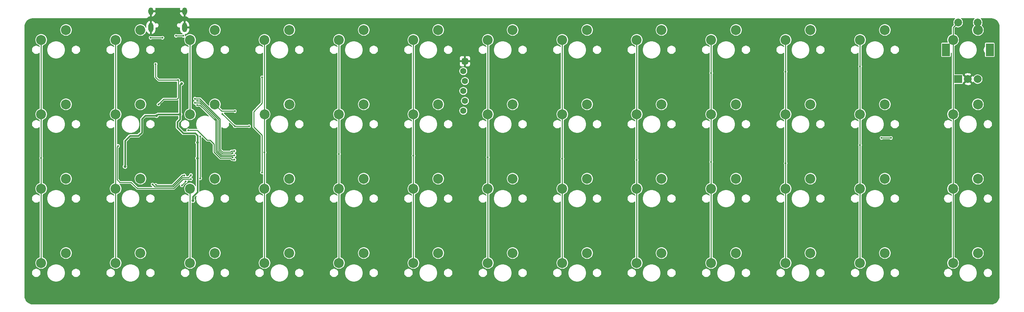
<source format=gtl>
G04 #@! TF.GenerationSoftware,KiCad,Pcbnew,(5.1.4-0-10_14)*
G04 #@! TF.CreationDate,2021-10-03T12:43:46-05:00*
G04 #@! TF.ProjectId,lucy,6c756379-2e6b-4696-9361-645f70636258,rev?*
G04 #@! TF.SameCoordinates,Original*
G04 #@! TF.FileFunction,Copper,L1,Top*
G04 #@! TF.FilePolarity,Positive*
%FSLAX46Y46*%
G04 Gerber Fmt 4.6, Leading zero omitted, Abs format (unit mm)*
G04 Created by KiCad (PCBNEW (5.1.4-0-10_14)) date 2021-10-03 12:43:46*
%MOMM*%
%LPD*%
G04 APERTURE LIST*
%ADD10C,2.540000*%
%ADD11R,2.000000X2.000000*%
%ADD12C,2.000000*%
%ADD13R,2.000000X3.200000*%
%ADD14C,0.100000*%
%ADD15C,1.600200*%
%ADD16O,1.300000X2.400000*%
%ADD17O,1.300000X1.900000*%
%ADD18C,0.500000*%
%ADD19C,0.700000*%
%ADD20C,0.250000*%
%ADD21C,0.400000*%
%ADD22C,0.200000*%
G04 APERTURE END LIST*
D10*
X316468185Y-69691370D03*
X322818185Y-67151370D03*
X121205625Y-50641250D03*
X127555625Y-48101250D03*
X316468185Y-107791530D03*
X322818185Y-105251530D03*
D11*
X317752725Y-60693950D03*
D12*
X320252725Y-60693950D03*
X322752725Y-60693950D03*
D13*
X314652725Y-53193950D03*
X325852725Y-53193950D03*
D12*
X317752725Y-46193950D03*
X322752725Y-46193950D03*
D14*
G36*
X191985662Y-55301826D02*
G01*
X192024496Y-55307587D01*
X192062578Y-55317126D01*
X192099543Y-55330352D01*
X192135032Y-55347137D01*
X192168706Y-55367321D01*
X192200239Y-55390707D01*
X192229328Y-55417072D01*
X192255693Y-55446161D01*
X192279079Y-55477694D01*
X192299263Y-55511368D01*
X192316048Y-55546857D01*
X192329274Y-55583822D01*
X192338813Y-55621904D01*
X192344574Y-55660738D01*
X192346500Y-55699950D01*
X192346500Y-56500050D01*
X192344574Y-56539262D01*
X192338813Y-56578096D01*
X192329274Y-56616178D01*
X192316048Y-56653143D01*
X192299263Y-56688632D01*
X192279079Y-56722306D01*
X192255693Y-56753839D01*
X192229328Y-56782928D01*
X192200239Y-56809293D01*
X192168706Y-56832679D01*
X192135032Y-56852863D01*
X192099543Y-56869648D01*
X192062578Y-56882874D01*
X192024496Y-56892413D01*
X191985662Y-56898174D01*
X191946450Y-56900100D01*
X191146350Y-56900100D01*
X191107138Y-56898174D01*
X191068304Y-56892413D01*
X191030222Y-56882874D01*
X190993257Y-56869648D01*
X190957768Y-56852863D01*
X190924094Y-56832679D01*
X190892561Y-56809293D01*
X190863472Y-56782928D01*
X190837107Y-56753839D01*
X190813721Y-56722306D01*
X190793537Y-56688632D01*
X190776752Y-56653143D01*
X190763526Y-56616178D01*
X190753987Y-56578096D01*
X190748226Y-56539262D01*
X190746300Y-56500050D01*
X190746300Y-55699950D01*
X190748226Y-55660738D01*
X190753987Y-55621904D01*
X190763526Y-55583822D01*
X190776752Y-55546857D01*
X190793537Y-55511368D01*
X190813721Y-55477694D01*
X190837107Y-55446161D01*
X190863472Y-55417072D01*
X190892561Y-55390707D01*
X190924094Y-55367321D01*
X190957768Y-55347137D01*
X190993257Y-55330352D01*
X191030222Y-55317126D01*
X191068304Y-55307587D01*
X191107138Y-55301826D01*
X191146350Y-55299900D01*
X191946450Y-55299900D01*
X191985662Y-55301826D01*
X191985662Y-55301826D01*
G37*
D15*
X191546400Y-56100000D03*
X191140000Y-58640000D03*
X191546400Y-61180000D03*
X191140000Y-63720000D03*
X191546400Y-66260000D03*
X191140000Y-68800000D03*
D16*
X111189825Y-47458627D03*
D17*
X111189825Y-43258627D03*
X119789825Y-43258627D03*
D16*
X119789825Y-47458627D03*
X111189825Y-47458627D03*
D10*
X322818125Y-48101250D03*
X316468125Y-50641250D03*
X316468185Y-88741450D03*
X322818185Y-86201450D03*
X83105625Y-50641250D03*
X89455625Y-48101250D03*
X102155625Y-50641250D03*
X108505625Y-48101250D03*
X146605625Y-48101250D03*
X140255625Y-50641250D03*
X159305625Y-50641250D03*
X165655625Y-48101250D03*
X178355625Y-50641250D03*
X184705625Y-48101250D03*
X197405625Y-50641250D03*
X203755625Y-48101250D03*
X216455625Y-50641250D03*
X222805625Y-48101250D03*
X235505625Y-50641250D03*
X241855625Y-48101250D03*
X254555625Y-50641250D03*
X260905625Y-48101250D03*
X273605625Y-50641250D03*
X279955625Y-48101250D03*
X292655625Y-50641250D03*
X299005625Y-48101250D03*
X83105625Y-69691250D03*
X89455625Y-67151250D03*
X102155625Y-69691250D03*
X108505625Y-67151250D03*
X121205625Y-69691250D03*
X127555625Y-67151250D03*
X140260799Y-69691250D03*
X146610799Y-67151250D03*
X159305625Y-69691250D03*
X165655625Y-67151250D03*
X178355625Y-69691250D03*
X184705625Y-67151250D03*
X197405625Y-69691250D03*
X203755625Y-67151250D03*
X216455625Y-69691250D03*
X222805625Y-67151250D03*
X235505625Y-69691250D03*
X241855625Y-67151250D03*
X254555625Y-69691250D03*
X260905625Y-67151250D03*
X273605625Y-69691250D03*
X279955625Y-67151250D03*
X292655625Y-69691250D03*
X299005625Y-67151250D03*
X83105625Y-88741250D03*
X89455625Y-86201250D03*
X102155625Y-88741250D03*
X108505625Y-86201250D03*
X121205625Y-88741250D03*
X127555625Y-86201250D03*
X140255625Y-88741250D03*
X146605625Y-86201250D03*
X159305625Y-88741250D03*
X165655625Y-86201250D03*
X178355625Y-88741250D03*
X184705625Y-86201250D03*
X216455625Y-88741250D03*
X222805625Y-86201250D03*
X235505625Y-88741250D03*
X241855625Y-86201250D03*
X254555625Y-88741250D03*
X260905625Y-86201250D03*
X273605625Y-88741250D03*
X279955625Y-86201250D03*
X83105625Y-107791250D03*
X89455625Y-105251250D03*
X102155625Y-107791250D03*
X108505625Y-105251250D03*
X121205625Y-107791250D03*
X127555625Y-105251250D03*
X140255625Y-107791250D03*
X146605625Y-105251250D03*
X159305625Y-107791250D03*
X165655625Y-105251250D03*
X178355625Y-107791250D03*
X184705625Y-105251250D03*
X216455625Y-107791250D03*
X222805625Y-105251250D03*
X235505625Y-107791250D03*
X241855625Y-105251250D03*
X254555625Y-107791250D03*
X260905625Y-105251250D03*
X273605625Y-107791250D03*
X279955625Y-105251250D03*
X197405625Y-88741250D03*
X203755625Y-86201250D03*
X197405625Y-107791250D03*
X203755625Y-105251250D03*
X292655625Y-88741250D03*
X299005625Y-86201250D03*
X292655625Y-107791250D03*
X299005625Y-105251250D03*
D18*
X132650000Y-68900000D03*
D19*
X119050000Y-61800000D03*
X104550000Y-83100000D03*
X118650000Y-69700000D03*
X112600000Y-70050000D03*
X123100000Y-76950000D03*
X123100000Y-80950000D03*
X121950000Y-91800000D03*
D18*
X112400000Y-56850000D03*
X113114990Y-67150000D03*
X118150000Y-60950000D03*
X132650000Y-72750000D03*
X136300000Y-72750000D03*
X129450000Y-69600000D03*
X300540625Y-75756250D03*
X298140625Y-75756250D03*
X83105625Y-80871250D03*
X123800000Y-86100000D03*
X123800000Y-75400000D03*
X140255625Y-79491250D03*
X132550000Y-79100000D03*
X122450000Y-65707580D03*
X159305625Y-79841250D03*
X132100000Y-79650000D03*
X123050000Y-66250000D03*
X178355625Y-80271250D03*
X132550000Y-80200000D03*
X122450000Y-66755000D03*
X197405625Y-80721250D03*
X132100000Y-80750000D03*
X123044687Y-67305313D03*
X216455625Y-81041250D03*
X120700000Y-73800000D03*
X132550000Y-81295000D03*
X235505625Y-81391250D03*
X254555625Y-81921250D03*
X254555625Y-59141250D03*
X273605625Y-82241250D03*
X273605625Y-58771250D03*
X292655625Y-57421250D03*
X292655625Y-77621250D03*
X117600000Y-49600000D03*
X119450000Y-49600000D03*
X114150000Y-50100000D03*
X111100000Y-50100000D03*
X139650000Y-60250000D03*
X119100000Y-87900000D03*
X120100000Y-86900000D03*
X139600000Y-84585060D03*
X121420799Y-86324602D03*
X102750000Y-77800000D03*
X104100000Y-47050000D03*
X121420799Y-85255000D03*
X111600000Y-87700000D03*
X112420799Y-87774602D03*
X119750000Y-85350000D03*
D20*
X132650000Y-68900000D02*
X129416197Y-68900000D01*
X129304375Y-68900000D02*
X129416197Y-68900000D01*
X127555625Y-67151250D02*
X129304375Y-68900000D01*
D21*
X108850000Y-74350000D02*
X107950000Y-75250000D01*
X108850000Y-70900000D02*
X108850000Y-74350000D01*
X109700000Y-70050000D02*
X108850000Y-70900000D01*
X105800000Y-75250000D02*
X104550000Y-76500000D01*
X107950000Y-75250000D02*
X105800000Y-75250000D01*
X104550000Y-76500000D02*
X104550000Y-83100000D01*
X112600000Y-70050000D02*
X109700000Y-70050000D01*
X123100000Y-80950000D02*
X123100000Y-76950000D01*
X118650000Y-71000000D02*
X118650000Y-69700000D01*
X123100000Y-76950000D02*
X123100000Y-75100000D01*
X119450000Y-74550000D02*
X117950000Y-73050000D01*
X117950000Y-71700000D02*
X118650000Y-71000000D01*
X117950000Y-73050000D02*
X117950000Y-71700000D01*
X122550000Y-74550000D02*
X119450000Y-74550000D01*
X123100000Y-75100000D02*
X122550000Y-74550000D01*
X112949999Y-69700001D02*
X112600000Y-70050000D01*
X118650000Y-69700000D02*
X112949999Y-69700001D01*
X123100000Y-89650000D02*
X123100000Y-80950000D01*
X121950000Y-91800000D02*
X121950000Y-90800000D01*
X121950000Y-90800000D02*
X123100000Y-89650000D01*
X118650000Y-62200000D02*
X119050000Y-61800000D01*
X118650000Y-69700000D02*
X118650000Y-62200000D01*
D20*
X112400000Y-56850000D02*
X112400000Y-60200000D01*
X113150000Y-60950000D02*
X113500000Y-60950000D01*
X112400000Y-60200000D02*
X113150000Y-60950000D01*
X118194990Y-60994990D02*
X118150000Y-60950000D01*
X118194990Y-65455010D02*
X118194990Y-60994990D01*
X117855001Y-65794999D02*
X118194990Y-65455010D01*
X114469991Y-65794999D02*
X117855001Y-65794999D01*
X118150000Y-60950000D02*
X113500000Y-60950000D01*
X113114990Y-67150000D02*
X114469991Y-65794999D01*
X132650000Y-72750000D02*
X136300000Y-72750000D01*
X129500000Y-69600000D02*
X129450000Y-69600000D01*
X132650000Y-72750000D02*
X129500000Y-69600000D01*
X300540625Y-75756250D02*
X298140625Y-75756250D01*
X83260799Y-107634222D02*
X83260419Y-107634602D01*
X83105625Y-50641250D02*
X83105625Y-79471250D01*
X83105625Y-80871250D02*
X83105625Y-107791250D01*
X83105625Y-79471250D02*
X83105625Y-80871250D01*
X102155625Y-107791250D02*
X102155625Y-71864516D01*
X102155625Y-77856830D02*
X102155625Y-107791250D01*
X102155625Y-50641250D02*
X102155625Y-77856830D01*
X121250000Y-50645401D02*
X121260799Y-50634602D01*
X123800000Y-85750002D02*
X123799999Y-85750001D01*
X123800000Y-86100000D02*
X123800000Y-85750002D01*
X123799999Y-85750001D02*
X123799999Y-76554999D01*
X123799999Y-85950001D02*
X123799999Y-85750001D01*
X121205625Y-107791250D02*
X121205625Y-88741250D01*
X123799999Y-75400001D02*
X123800000Y-75400000D01*
X123799999Y-76554999D02*
X123799999Y-75400001D01*
X121205625Y-50641250D02*
X121205625Y-69691250D01*
X140255625Y-79491250D02*
X140255625Y-107791250D01*
X140255625Y-50641250D02*
X140255625Y-79491250D01*
X131839980Y-79100000D02*
X132550000Y-79100000D01*
X131539980Y-79400000D02*
X131839980Y-79100000D01*
X129550000Y-79400000D02*
X131539980Y-79400000D01*
X128900000Y-70887755D02*
X128900000Y-78750000D01*
X123719826Y-65707580D02*
X128900000Y-70887755D01*
X128900000Y-78750000D02*
X129550000Y-79400000D01*
X122450000Y-65707580D02*
X123719826Y-65707580D01*
X159260799Y-50635042D02*
X159260219Y-50634462D01*
X159305625Y-71864516D02*
X159305625Y-50641250D01*
X159305625Y-79841250D02*
X159305625Y-71864516D01*
X159305625Y-107791250D02*
X159305625Y-79841250D01*
X131950000Y-79650000D02*
X132100000Y-79650000D01*
X131780010Y-79819990D02*
X131950000Y-79650000D01*
X129432575Y-79819990D02*
X131780010Y-79819990D01*
X128519990Y-78907405D02*
X129432575Y-79819990D01*
X128519990Y-71045162D02*
X128519990Y-78907405D01*
X126050000Y-68575169D02*
X126050000Y-68575172D01*
X126050000Y-68575172D02*
X128519990Y-71045162D01*
X123724831Y-66250000D02*
X126050000Y-68575169D01*
X123050000Y-66250000D02*
X123724831Y-66250000D01*
X178355625Y-80271250D02*
X178355625Y-107791250D01*
X178355625Y-50641250D02*
X178355625Y-80271250D01*
X129750000Y-80200000D02*
X132550000Y-80200000D01*
X122450000Y-66755000D02*
X123692415Y-66755000D01*
X128139980Y-79064810D02*
X129275170Y-80200000D01*
X128139980Y-71202566D02*
X128139980Y-79064810D01*
X129275170Y-80200000D02*
X129750000Y-80200000D01*
X123692415Y-66755000D02*
X128139980Y-71202566D01*
X197405625Y-50641250D02*
X197405625Y-80721250D01*
X197405625Y-80721250D02*
X197405625Y-107791250D01*
X131880010Y-80580010D02*
X132050000Y-80750000D01*
X123705313Y-67305313D02*
X127759970Y-71359970D01*
X127759970Y-79222215D02*
X129117766Y-80580010D01*
X127759970Y-71359970D02*
X127759970Y-79222215D01*
X132050000Y-80750000D02*
X132100000Y-80750000D01*
X129117766Y-80580010D02*
X131880010Y-80580010D01*
X123044687Y-67305313D02*
X123705313Y-67305313D01*
X216260799Y-107633582D02*
X216260069Y-107634312D01*
X216455625Y-81041250D02*
X216455625Y-50641250D01*
X216455625Y-107791250D02*
X216455625Y-81041250D01*
X125544999Y-76294999D02*
X123050000Y-73800000D01*
X126344999Y-76294999D02*
X125544999Y-76294999D01*
X127379960Y-79379620D02*
X127379960Y-77329960D01*
X128960360Y-80960020D02*
X127379960Y-79379620D01*
X123050000Y-73800000D02*
X120700000Y-73800000D01*
X131562618Y-80960020D02*
X128960360Y-80960020D01*
X127379960Y-77329960D02*
X126344999Y-76294999D01*
X131897598Y-81295000D02*
X131562618Y-80960020D01*
X132550000Y-81295000D02*
X131897598Y-81295000D01*
X235260799Y-107633532D02*
X235260019Y-107634312D01*
X235505625Y-50641250D02*
X235505625Y-81391250D01*
X235505625Y-81391250D02*
X235505625Y-107791250D01*
X254555625Y-59141250D02*
X254555625Y-50641250D01*
X254555625Y-81921250D02*
X254555625Y-66391250D01*
X254555625Y-81921250D02*
X254555625Y-96841250D01*
X254555625Y-66391250D02*
X254555625Y-59141250D01*
X254555625Y-96841250D02*
X254555625Y-107791250D01*
X273605625Y-82241250D02*
X273605625Y-107791250D01*
X273605625Y-58771250D02*
X273605625Y-82241250D01*
X273605625Y-50641250D02*
X273605625Y-58771250D01*
X292259869Y-107633672D02*
X292260799Y-107634602D01*
X292655625Y-107791250D02*
X292655625Y-105995199D01*
X292655625Y-57421250D02*
X292655625Y-50641250D01*
X292655625Y-105995199D02*
X292655625Y-77621250D01*
X292655625Y-77621250D02*
X292655625Y-57421250D01*
X117600000Y-49600000D02*
X119450000Y-49600000D01*
X114150000Y-50100000D02*
X111100000Y-50100000D01*
X139650000Y-60250000D02*
X139650000Y-66850000D01*
X139650000Y-66850000D02*
X137500000Y-69000000D01*
X137500000Y-69000000D02*
X137500000Y-72950000D01*
X139600000Y-75050000D02*
X139600000Y-83395030D01*
X137500000Y-72950000D02*
X139600000Y-75050000D01*
X139600000Y-83395030D02*
X139600000Y-84550000D01*
X120100000Y-86900000D02*
X119100000Y-87900000D01*
X106124602Y-87124602D02*
X103224602Y-87124602D01*
X107659613Y-88659613D02*
X106124602Y-87124602D01*
X117015217Y-88659613D02*
X107659613Y-88659613D01*
X102535635Y-78064365D02*
X102535635Y-86435635D01*
X102750000Y-77800000D02*
X102750000Y-77850000D01*
X102750000Y-77850000D02*
X102535635Y-78064365D01*
X103224602Y-87124602D02*
X102535635Y-86435635D01*
X119350227Y-86324602D02*
X117015217Y-88659613D01*
X121420799Y-86324602D02*
X119350227Y-86324602D01*
X316468125Y-47478550D02*
X317752725Y-46193950D01*
X316468125Y-50641250D02*
X316468125Y-47478550D01*
X316468125Y-107791470D02*
X316468185Y-107791530D01*
X316468125Y-50641250D02*
X316468125Y-107791470D01*
D21*
X119789825Y-47458627D02*
X119789825Y-43258627D01*
X119789825Y-43258627D02*
X111189825Y-43258627D01*
X111189825Y-43258627D02*
X111189825Y-47458627D01*
D20*
X119243707Y-85893707D02*
X120782092Y-85893707D01*
X116857812Y-88279603D02*
X119243707Y-85893707D01*
X112179603Y-88279603D02*
X116857812Y-88279603D01*
X120782092Y-85893707D02*
X121420799Y-85255000D01*
X111600000Y-87700000D02*
X112179603Y-88279603D01*
X119746197Y-85350000D02*
X119750000Y-85350000D01*
X119250000Y-85350000D02*
X119746197Y-85350000D01*
X116700407Y-87899593D02*
X119250000Y-85350000D01*
X112474602Y-87774602D02*
X112599593Y-87899593D01*
X112599593Y-87899593D02*
X116700407Y-87899593D01*
X112420799Y-87774602D02*
X112474602Y-87774602D01*
D22*
G36*
X118550699Y-42657108D02*
G01*
X118515685Y-42904643D01*
X118674927Y-43104627D01*
X119635825Y-43104627D01*
X119635825Y-43084627D01*
X119943825Y-43084627D01*
X119943825Y-43104627D01*
X120265626Y-43104627D01*
X120265626Y-43412627D01*
X119943825Y-43412627D01*
X119943825Y-44653853D01*
X120137243Y-44767703D01*
X120227543Y-44756437D01*
X120351975Y-44696555D01*
X120393329Y-44773038D01*
X120409795Y-44797450D01*
X120425931Y-44822108D01*
X120428799Y-44825625D01*
X120493263Y-44903548D01*
X120514173Y-44924312D01*
X120534773Y-44945348D01*
X120538269Y-44948241D01*
X120616640Y-45012159D01*
X120641167Y-45028454D01*
X120665479Y-45045101D01*
X120669470Y-45047259D01*
X120758764Y-45094738D01*
X120786017Y-45105971D01*
X120813075Y-45117568D01*
X120817410Y-45118910D01*
X120914226Y-45148140D01*
X120943112Y-45153860D01*
X120971931Y-45159985D01*
X120976445Y-45160460D01*
X121077094Y-45170329D01*
X121077101Y-45170329D01*
X121092848Y-45171880D01*
X316942422Y-45171880D01*
X316924023Y-45184174D01*
X316742949Y-45365248D01*
X316600680Y-45578169D01*
X316502683Y-45814754D01*
X316452725Y-46065911D01*
X316452725Y-46321989D01*
X316502683Y-46573146D01*
X316581707Y-46763927D01*
X316182364Y-47163271D01*
X316166152Y-47176576D01*
X316113042Y-47241290D01*
X316103119Y-47259855D01*
X316073578Y-47315123D01*
X316049275Y-47395236D01*
X316041070Y-47478550D01*
X316043126Y-47499427D01*
X316043125Y-49125029D01*
X316010173Y-49131584D01*
X315724451Y-49249934D01*
X315467308Y-49421751D01*
X315248626Y-49640433D01*
X315076809Y-49897576D01*
X314958459Y-50183298D01*
X314898125Y-50486618D01*
X314898125Y-50795882D01*
X314958459Y-51099202D01*
X315038525Y-51292499D01*
X313652725Y-51292499D01*
X313593915Y-51298291D01*
X313537365Y-51315446D01*
X313485248Y-51343303D01*
X313439567Y-51380792D01*
X313402078Y-51426473D01*
X313374221Y-51478590D01*
X313357066Y-51535140D01*
X313351274Y-51593950D01*
X313351274Y-54793950D01*
X313357066Y-54852760D01*
X313374221Y-54909310D01*
X313402078Y-54961427D01*
X313439567Y-55007108D01*
X313485248Y-55044597D01*
X313537365Y-55072454D01*
X313593915Y-55089609D01*
X313652725Y-55095401D01*
X315652725Y-55095401D01*
X315711535Y-55089609D01*
X315768085Y-55072454D01*
X315820202Y-55044597D01*
X315865883Y-55007108D01*
X315903372Y-54961427D01*
X315931229Y-54909310D01*
X315948384Y-54852760D01*
X315954176Y-54793950D01*
X315954176Y-54052818D01*
X316043125Y-53963869D01*
X316043125Y-68175161D01*
X316010233Y-68181704D01*
X315724511Y-68300054D01*
X315467368Y-68471871D01*
X315248686Y-68690553D01*
X315076869Y-68947696D01*
X314958519Y-69233418D01*
X314898185Y-69536738D01*
X314898185Y-69846002D01*
X314958519Y-70149322D01*
X315076869Y-70435044D01*
X315248686Y-70692187D01*
X315467368Y-70910869D01*
X315724511Y-71082686D01*
X316010233Y-71201036D01*
X316043125Y-71207579D01*
X316043125Y-71448691D01*
X315931841Y-71337407D01*
X315743341Y-71211455D01*
X315533890Y-71124698D01*
X315311539Y-71080470D01*
X315084831Y-71080470D01*
X314862480Y-71124698D01*
X314653029Y-71211455D01*
X314464529Y-71337407D01*
X314304222Y-71497714D01*
X314178270Y-71686214D01*
X314091513Y-71895665D01*
X314047285Y-72118016D01*
X314047285Y-72344724D01*
X314091513Y-72567075D01*
X314178270Y-72776526D01*
X314304222Y-72965026D01*
X314464529Y-73125333D01*
X314653029Y-73251285D01*
X314862480Y-73338042D01*
X315084831Y-73382270D01*
X315311539Y-73382270D01*
X315533890Y-73338042D01*
X315743341Y-73251285D01*
X315931841Y-73125333D01*
X316043125Y-73014049D01*
X316043126Y-87225241D01*
X316010233Y-87231784D01*
X315724511Y-87350134D01*
X315467368Y-87521951D01*
X315248686Y-87740633D01*
X315076869Y-87997776D01*
X314958519Y-88283498D01*
X314898185Y-88586818D01*
X314898185Y-88896082D01*
X314958519Y-89199402D01*
X315076869Y-89485124D01*
X315248686Y-89742267D01*
X315467368Y-89960949D01*
X315724511Y-90132766D01*
X316010233Y-90251116D01*
X316043126Y-90257659D01*
X316043126Y-90498772D01*
X315931841Y-90387487D01*
X315743341Y-90261535D01*
X315533890Y-90174778D01*
X315311539Y-90130550D01*
X315084831Y-90130550D01*
X314862480Y-90174778D01*
X314653029Y-90261535D01*
X314464529Y-90387487D01*
X314304222Y-90547794D01*
X314178270Y-90736294D01*
X314091513Y-90945745D01*
X314047285Y-91168096D01*
X314047285Y-91394804D01*
X314091513Y-91617155D01*
X314178270Y-91826606D01*
X314304222Y-92015106D01*
X314464529Y-92175413D01*
X314653029Y-92301365D01*
X314862480Y-92388122D01*
X315084831Y-92432350D01*
X315311539Y-92432350D01*
X315533890Y-92388122D01*
X315743341Y-92301365D01*
X315931841Y-92175413D01*
X316043126Y-92064128D01*
X316043126Y-106275321D01*
X316010233Y-106281864D01*
X315724511Y-106400214D01*
X315467368Y-106572031D01*
X315248686Y-106790713D01*
X315076869Y-107047856D01*
X314958519Y-107333578D01*
X314898185Y-107636898D01*
X314898185Y-107946162D01*
X314958519Y-108249482D01*
X315076869Y-108535204D01*
X315248686Y-108792347D01*
X315467368Y-109011029D01*
X315724511Y-109182846D01*
X316010233Y-109301196D01*
X316313553Y-109361530D01*
X316622817Y-109361530D01*
X316926137Y-109301196D01*
X317211859Y-109182846D01*
X317469002Y-109011029D01*
X317687684Y-108792347D01*
X317859501Y-108535204D01*
X317977851Y-108249482D01*
X318038185Y-107946162D01*
X318038185Y-107636898D01*
X317977851Y-107333578D01*
X317859501Y-107047856D01*
X317687684Y-106790713D01*
X317469002Y-106572031D01*
X317211859Y-106400214D01*
X316926137Y-106281864D01*
X316893125Y-106275298D01*
X316893125Y-105096898D01*
X321248185Y-105096898D01*
X321248185Y-105406162D01*
X321308519Y-105709482D01*
X321426869Y-105995204D01*
X321598686Y-106252347D01*
X321817368Y-106471029D01*
X322074511Y-106642846D01*
X322360233Y-106761196D01*
X322663553Y-106821530D01*
X322972817Y-106821530D01*
X323276137Y-106761196D01*
X323561859Y-106642846D01*
X323819002Y-106471029D01*
X324037684Y-106252347D01*
X324209501Y-105995204D01*
X324327851Y-105709482D01*
X324388185Y-105406162D01*
X324388185Y-105096898D01*
X324327851Y-104793578D01*
X324209501Y-104507856D01*
X324037684Y-104250713D01*
X323819002Y-104032031D01*
X323561859Y-103860214D01*
X323276137Y-103741864D01*
X322972817Y-103681530D01*
X322663553Y-103681530D01*
X322360233Y-103741864D01*
X322074511Y-103860214D01*
X321817368Y-104032031D01*
X321598686Y-104250713D01*
X321426869Y-104507856D01*
X321308519Y-104793578D01*
X321248185Y-105096898D01*
X316893125Y-105096898D01*
X316893125Y-91055521D01*
X317984285Y-91055521D01*
X317984285Y-91507379D01*
X318072438Y-91950556D01*
X318245357Y-92368019D01*
X318496397Y-92743726D01*
X318815909Y-93063238D01*
X319191616Y-93314278D01*
X319609079Y-93487197D01*
X320052256Y-93575350D01*
X320504114Y-93575350D01*
X320947291Y-93487197D01*
X321364754Y-93314278D01*
X321740461Y-93063238D01*
X322059973Y-92743726D01*
X322311013Y-92368019D01*
X322483932Y-91950556D01*
X322572085Y-91507379D01*
X322572085Y-91168096D01*
X324207285Y-91168096D01*
X324207285Y-91394804D01*
X324251513Y-91617155D01*
X324338270Y-91826606D01*
X324464222Y-92015106D01*
X324624529Y-92175413D01*
X324813029Y-92301365D01*
X325022480Y-92388122D01*
X325244831Y-92432350D01*
X325471539Y-92432350D01*
X325693890Y-92388122D01*
X325903341Y-92301365D01*
X326091841Y-92175413D01*
X326252148Y-92015106D01*
X326378100Y-91826606D01*
X326464857Y-91617155D01*
X326509085Y-91394804D01*
X326509085Y-91168096D01*
X326464857Y-90945745D01*
X326378100Y-90736294D01*
X326252148Y-90547794D01*
X326091841Y-90387487D01*
X325903341Y-90261535D01*
X325693890Y-90174778D01*
X325471539Y-90130550D01*
X325244831Y-90130550D01*
X325022480Y-90174778D01*
X324813029Y-90261535D01*
X324624529Y-90387487D01*
X324464222Y-90547794D01*
X324338270Y-90736294D01*
X324251513Y-90945745D01*
X324207285Y-91168096D01*
X322572085Y-91168096D01*
X322572085Y-91055521D01*
X322483932Y-90612344D01*
X322311013Y-90194881D01*
X322059973Y-89819174D01*
X321740461Y-89499662D01*
X321364754Y-89248622D01*
X320947291Y-89075703D01*
X320504114Y-88987550D01*
X320052256Y-88987550D01*
X319609079Y-89075703D01*
X319191616Y-89248622D01*
X318815909Y-89499662D01*
X318496397Y-89819174D01*
X318245357Y-90194881D01*
X318072438Y-90612344D01*
X317984285Y-91055521D01*
X316893125Y-91055521D01*
X316893125Y-90257682D01*
X316926137Y-90251116D01*
X317211859Y-90132766D01*
X317469002Y-89960949D01*
X317687684Y-89742267D01*
X317859501Y-89485124D01*
X317977851Y-89199402D01*
X318038185Y-88896082D01*
X318038185Y-88586818D01*
X317977851Y-88283498D01*
X317859501Y-87997776D01*
X317687684Y-87740633D01*
X317469002Y-87521951D01*
X317211859Y-87350134D01*
X316926137Y-87231784D01*
X316893125Y-87225218D01*
X316893125Y-86046818D01*
X321248185Y-86046818D01*
X321248185Y-86356082D01*
X321308519Y-86659402D01*
X321426869Y-86945124D01*
X321598686Y-87202267D01*
X321817368Y-87420949D01*
X322074511Y-87592766D01*
X322360233Y-87711116D01*
X322663553Y-87771450D01*
X322972817Y-87771450D01*
X323276137Y-87711116D01*
X323561859Y-87592766D01*
X323819002Y-87420949D01*
X324037684Y-87202267D01*
X324209501Y-86945124D01*
X324327851Y-86659402D01*
X324388185Y-86356082D01*
X324388185Y-86046818D01*
X324327851Y-85743498D01*
X324209501Y-85457776D01*
X324037684Y-85200633D01*
X323819002Y-84981951D01*
X323561859Y-84810134D01*
X323276137Y-84691784D01*
X322972817Y-84631450D01*
X322663553Y-84631450D01*
X322360233Y-84691784D01*
X322074511Y-84810134D01*
X321817368Y-84981951D01*
X321598686Y-85200633D01*
X321426869Y-85457776D01*
X321308519Y-85743498D01*
X321248185Y-86046818D01*
X316893125Y-86046818D01*
X316893125Y-72005441D01*
X317984285Y-72005441D01*
X317984285Y-72457299D01*
X318072438Y-72900476D01*
X318245357Y-73317939D01*
X318496397Y-73693646D01*
X318815909Y-74013158D01*
X319191616Y-74264198D01*
X319609079Y-74437117D01*
X320052256Y-74525270D01*
X320504114Y-74525270D01*
X320947291Y-74437117D01*
X321364754Y-74264198D01*
X321740461Y-74013158D01*
X322059973Y-73693646D01*
X322311013Y-73317939D01*
X322483932Y-72900476D01*
X322572085Y-72457299D01*
X322572085Y-72118016D01*
X324207285Y-72118016D01*
X324207285Y-72344724D01*
X324251513Y-72567075D01*
X324338270Y-72776526D01*
X324464222Y-72965026D01*
X324624529Y-73125333D01*
X324813029Y-73251285D01*
X325022480Y-73338042D01*
X325244831Y-73382270D01*
X325471539Y-73382270D01*
X325693890Y-73338042D01*
X325903341Y-73251285D01*
X326091841Y-73125333D01*
X326252148Y-72965026D01*
X326378100Y-72776526D01*
X326464857Y-72567075D01*
X326509085Y-72344724D01*
X326509085Y-72118016D01*
X326464857Y-71895665D01*
X326378100Y-71686214D01*
X326252148Y-71497714D01*
X326091841Y-71337407D01*
X325903341Y-71211455D01*
X325693890Y-71124698D01*
X325471539Y-71080470D01*
X325244831Y-71080470D01*
X325022480Y-71124698D01*
X324813029Y-71211455D01*
X324624529Y-71337407D01*
X324464222Y-71497714D01*
X324338270Y-71686214D01*
X324251513Y-71895665D01*
X324207285Y-72118016D01*
X322572085Y-72118016D01*
X322572085Y-72005441D01*
X322483932Y-71562264D01*
X322311013Y-71144801D01*
X322059973Y-70769094D01*
X321740461Y-70449582D01*
X321364754Y-70198542D01*
X320947291Y-70025623D01*
X320504114Y-69937470D01*
X320052256Y-69937470D01*
X319609079Y-70025623D01*
X319191616Y-70198542D01*
X318815909Y-70449582D01*
X318496397Y-70769094D01*
X318245357Y-71144801D01*
X318072438Y-71562264D01*
X317984285Y-72005441D01*
X316893125Y-72005441D01*
X316893125Y-71207602D01*
X316926137Y-71201036D01*
X317211859Y-71082686D01*
X317469002Y-70910869D01*
X317687684Y-70692187D01*
X317859501Y-70435044D01*
X317977851Y-70149322D01*
X318038185Y-69846002D01*
X318038185Y-69536738D01*
X317977851Y-69233418D01*
X317859501Y-68947696D01*
X317687684Y-68690553D01*
X317469002Y-68471871D01*
X317211859Y-68300054D01*
X316926137Y-68181704D01*
X316893125Y-68175138D01*
X316893125Y-66996738D01*
X321248185Y-66996738D01*
X321248185Y-67306002D01*
X321308519Y-67609322D01*
X321426869Y-67895044D01*
X321598686Y-68152187D01*
X321817368Y-68370869D01*
X322074511Y-68542686D01*
X322360233Y-68661036D01*
X322663553Y-68721370D01*
X322972817Y-68721370D01*
X323276137Y-68661036D01*
X323561859Y-68542686D01*
X323819002Y-68370869D01*
X324037684Y-68152187D01*
X324209501Y-67895044D01*
X324327851Y-67609322D01*
X324388185Y-67306002D01*
X324388185Y-66996738D01*
X324327851Y-66693418D01*
X324209501Y-66407696D01*
X324037684Y-66150553D01*
X323819002Y-65931871D01*
X323561859Y-65760054D01*
X323276137Y-65641704D01*
X322972817Y-65581370D01*
X322663553Y-65581370D01*
X322360233Y-65641704D01*
X322074511Y-65760054D01*
X321817368Y-65931871D01*
X321598686Y-66150553D01*
X321426869Y-66407696D01*
X321308519Y-66693418D01*
X321248185Y-66996738D01*
X316893125Y-66996738D01*
X316893125Y-61995401D01*
X318752725Y-61995401D01*
X318811535Y-61989609D01*
X318868085Y-61972454D01*
X318920202Y-61944597D01*
X318965883Y-61907108D01*
X319003372Y-61861427D01*
X319019021Y-61832149D01*
X319332315Y-61832149D01*
X319431906Y-62085712D01*
X319719197Y-62219104D01*
X320026990Y-62293884D01*
X320343460Y-62307180D01*
X320656441Y-62258481D01*
X320953909Y-62149658D01*
X321073544Y-62085712D01*
X321173135Y-61832149D01*
X320252725Y-60911739D01*
X319332315Y-61832149D01*
X319019021Y-61832149D01*
X319031229Y-61809310D01*
X319048384Y-61752760D01*
X319054176Y-61693950D01*
X319054176Y-61590657D01*
X319114526Y-61614360D01*
X320034936Y-60693950D01*
X320470514Y-60693950D01*
X321390924Y-61614360D01*
X321644487Y-61514769D01*
X321682696Y-61432477D01*
X321742949Y-61522652D01*
X321924023Y-61703726D01*
X322136944Y-61845995D01*
X322373529Y-61943992D01*
X322624686Y-61993950D01*
X322880764Y-61993950D01*
X323131921Y-61943992D01*
X323368506Y-61845995D01*
X323581427Y-61703726D01*
X323762501Y-61522652D01*
X323904770Y-61309731D01*
X324002767Y-61073146D01*
X324052725Y-60821989D01*
X324052725Y-60565911D01*
X324002767Y-60314754D01*
X323904770Y-60078169D01*
X323762501Y-59865248D01*
X323581427Y-59684174D01*
X323368506Y-59541905D01*
X323131921Y-59443908D01*
X322880764Y-59393950D01*
X322624686Y-59393950D01*
X322373529Y-59443908D01*
X322136944Y-59541905D01*
X321924023Y-59684174D01*
X321742949Y-59865248D01*
X321685905Y-59950620D01*
X321644487Y-59873131D01*
X321390924Y-59773540D01*
X320470514Y-60693950D01*
X320034936Y-60693950D01*
X319114526Y-59773540D01*
X319054176Y-59797243D01*
X319054176Y-59693950D01*
X319048384Y-59635140D01*
X319031229Y-59578590D01*
X319019022Y-59555751D01*
X319332315Y-59555751D01*
X320252725Y-60476161D01*
X321173135Y-59555751D01*
X321073544Y-59302188D01*
X320786253Y-59168796D01*
X320478460Y-59094016D01*
X320161990Y-59080720D01*
X319849009Y-59129419D01*
X319551541Y-59238242D01*
X319431906Y-59302188D01*
X319332315Y-59555751D01*
X319019022Y-59555751D01*
X319003372Y-59526473D01*
X318965883Y-59480792D01*
X318920202Y-59443303D01*
X318868085Y-59415446D01*
X318811535Y-59398291D01*
X318752725Y-59392499D01*
X316893125Y-59392499D01*
X316893125Y-52955321D01*
X317984225Y-52955321D01*
X317984225Y-53407179D01*
X318072378Y-53850356D01*
X318245297Y-54267819D01*
X318496337Y-54643526D01*
X318815849Y-54963038D01*
X319191556Y-55214078D01*
X319609019Y-55386997D01*
X320052196Y-55475150D01*
X320504054Y-55475150D01*
X320947231Y-55386997D01*
X321364694Y-55214078D01*
X321740401Y-54963038D01*
X322059913Y-54643526D01*
X322310953Y-54267819D01*
X322483872Y-53850356D01*
X322572025Y-53407179D01*
X322572025Y-53067896D01*
X324207225Y-53067896D01*
X324207225Y-53294604D01*
X324251453Y-53516955D01*
X324338210Y-53726406D01*
X324464162Y-53914906D01*
X324551274Y-54002018D01*
X324551274Y-54793950D01*
X324557066Y-54852760D01*
X324574221Y-54909310D01*
X324602078Y-54961427D01*
X324639567Y-55007108D01*
X324685248Y-55044597D01*
X324737365Y-55072454D01*
X324793915Y-55089609D01*
X324852725Y-55095401D01*
X326852725Y-55095401D01*
X326911535Y-55089609D01*
X326968085Y-55072454D01*
X327020202Y-55044597D01*
X327065883Y-55007108D01*
X327103372Y-54961427D01*
X327131229Y-54909310D01*
X327148384Y-54852760D01*
X327154176Y-54793950D01*
X327154176Y-51593950D01*
X327148384Y-51535140D01*
X327131229Y-51478590D01*
X327103372Y-51426473D01*
X327065883Y-51380792D01*
X327020202Y-51343303D01*
X326968085Y-51315446D01*
X326911535Y-51298291D01*
X326852725Y-51292499D01*
X324852725Y-51292499D01*
X324793915Y-51298291D01*
X324737365Y-51315446D01*
X324685248Y-51343303D01*
X324639567Y-51380792D01*
X324602078Y-51426473D01*
X324574221Y-51478590D01*
X324557066Y-51535140D01*
X324551274Y-51593950D01*
X324551274Y-52360482D01*
X324464162Y-52447594D01*
X324338210Y-52636094D01*
X324251453Y-52845545D01*
X324207225Y-53067896D01*
X322572025Y-53067896D01*
X322572025Y-52955321D01*
X322483872Y-52512144D01*
X322310953Y-52094681D01*
X322059913Y-51718974D01*
X321740401Y-51399462D01*
X321364694Y-51148422D01*
X320947231Y-50975503D01*
X320504054Y-50887350D01*
X320052196Y-50887350D01*
X319609019Y-50975503D01*
X319191556Y-51148422D01*
X318815849Y-51399462D01*
X318496337Y-51718974D01*
X318245297Y-52094681D01*
X318072378Y-52512144D01*
X317984225Y-52955321D01*
X316893125Y-52955321D01*
X316893125Y-52157471D01*
X316926077Y-52150916D01*
X317211799Y-52032566D01*
X317468942Y-51860749D01*
X317687624Y-51642067D01*
X317859441Y-51384924D01*
X317977791Y-51099202D01*
X318038125Y-50795882D01*
X318038125Y-50486618D01*
X317977791Y-50183298D01*
X317859441Y-49897576D01*
X317687624Y-49640433D01*
X317468942Y-49421751D01*
X317211799Y-49249934D01*
X316926077Y-49131584D01*
X316893125Y-49125029D01*
X316893125Y-47654590D01*
X317182748Y-47364968D01*
X317373529Y-47443992D01*
X317624686Y-47493950D01*
X317880764Y-47493950D01*
X318131921Y-47443992D01*
X318368506Y-47345995D01*
X318581427Y-47203726D01*
X318762501Y-47022652D01*
X318904770Y-46809731D01*
X319002767Y-46573146D01*
X319052725Y-46321989D01*
X319052725Y-46065911D01*
X319002767Y-45814754D01*
X318904770Y-45578169D01*
X318762501Y-45365248D01*
X318581427Y-45184174D01*
X318563028Y-45171880D01*
X321942422Y-45171880D01*
X321924023Y-45184174D01*
X321742949Y-45365248D01*
X321600680Y-45578169D01*
X321502683Y-45814754D01*
X321452725Y-46065911D01*
X321452725Y-46321989D01*
X321502683Y-46573146D01*
X321600680Y-46809731D01*
X321716296Y-46982763D01*
X321598626Y-47100433D01*
X321426809Y-47357576D01*
X321308459Y-47643298D01*
X321248125Y-47946618D01*
X321248125Y-48255882D01*
X321308459Y-48559202D01*
X321426809Y-48844924D01*
X321598626Y-49102067D01*
X321817308Y-49320749D01*
X322074451Y-49492566D01*
X322360173Y-49610916D01*
X322663493Y-49671250D01*
X322972757Y-49671250D01*
X323276077Y-49610916D01*
X323561799Y-49492566D01*
X323818942Y-49320749D01*
X324037624Y-49102067D01*
X324209441Y-48844924D01*
X324327791Y-48559202D01*
X324388125Y-48255882D01*
X324388125Y-47946618D01*
X324327791Y-47643298D01*
X324209441Y-47357576D01*
X324037624Y-47100433D01*
X323841545Y-46904354D01*
X323904770Y-46809731D01*
X324002767Y-46573146D01*
X324052725Y-46321989D01*
X324052725Y-46065911D01*
X324002767Y-45814754D01*
X323904770Y-45578169D01*
X323762501Y-45365248D01*
X323581427Y-45184174D01*
X323563028Y-45171880D01*
X326215438Y-45171880D01*
X326630428Y-45212570D01*
X327014323Y-45328475D01*
X327368388Y-45516735D01*
X327679146Y-45770183D01*
X327934760Y-46079166D01*
X328125488Y-46431911D01*
X328244069Y-46814981D01*
X328287595Y-47229104D01*
X328287596Y-116268773D01*
X328246905Y-116683773D01*
X328131000Y-117067667D01*
X327942741Y-117421732D01*
X327689288Y-117732496D01*
X327380310Y-117988105D01*
X327027565Y-118178833D01*
X326644490Y-118297414D01*
X326230371Y-118340940D01*
X80977452Y-118340940D01*
X80562462Y-118300250D01*
X80178568Y-118184345D01*
X79824503Y-117996086D01*
X79513739Y-117742633D01*
X79258130Y-117433655D01*
X79067402Y-117080910D01*
X78948821Y-116697835D01*
X78905295Y-116283716D01*
X78905295Y-110217896D01*
X80684725Y-110217896D01*
X80684725Y-110444604D01*
X80728953Y-110666955D01*
X80815710Y-110876406D01*
X80941662Y-111064906D01*
X81101969Y-111225213D01*
X81290469Y-111351165D01*
X81499920Y-111437922D01*
X81722271Y-111482150D01*
X81948979Y-111482150D01*
X82171330Y-111437922D01*
X82380781Y-111351165D01*
X82569281Y-111225213D01*
X82729588Y-111064906D01*
X82855540Y-110876406D01*
X82942297Y-110666955D01*
X82986525Y-110444604D01*
X82986525Y-110217896D01*
X82964133Y-110105321D01*
X84621725Y-110105321D01*
X84621725Y-110557179D01*
X84709878Y-111000356D01*
X84882797Y-111417819D01*
X85133837Y-111793526D01*
X85453349Y-112113038D01*
X85829056Y-112364078D01*
X86246519Y-112536997D01*
X86689696Y-112625150D01*
X87141554Y-112625150D01*
X87584731Y-112536997D01*
X88002194Y-112364078D01*
X88377901Y-112113038D01*
X88697413Y-111793526D01*
X88948453Y-111417819D01*
X89121372Y-111000356D01*
X89209525Y-110557179D01*
X89209525Y-110217896D01*
X90844725Y-110217896D01*
X90844725Y-110444604D01*
X90888953Y-110666955D01*
X90975710Y-110876406D01*
X91101662Y-111064906D01*
X91261969Y-111225213D01*
X91450469Y-111351165D01*
X91659920Y-111437922D01*
X91882271Y-111482150D01*
X92108979Y-111482150D01*
X92331330Y-111437922D01*
X92540781Y-111351165D01*
X92729281Y-111225213D01*
X92889588Y-111064906D01*
X93015540Y-110876406D01*
X93102297Y-110666955D01*
X93146525Y-110444604D01*
X93146525Y-110217896D01*
X99734725Y-110217896D01*
X99734725Y-110444604D01*
X99778953Y-110666955D01*
X99865710Y-110876406D01*
X99991662Y-111064906D01*
X100151969Y-111225213D01*
X100340469Y-111351165D01*
X100549920Y-111437922D01*
X100772271Y-111482150D01*
X100998979Y-111482150D01*
X101221330Y-111437922D01*
X101430781Y-111351165D01*
X101619281Y-111225213D01*
X101779588Y-111064906D01*
X101905540Y-110876406D01*
X101992297Y-110666955D01*
X102036525Y-110444604D01*
X102036525Y-110217896D01*
X102014133Y-110105321D01*
X103671725Y-110105321D01*
X103671725Y-110557179D01*
X103759878Y-111000356D01*
X103932797Y-111417819D01*
X104183837Y-111793526D01*
X104503349Y-112113038D01*
X104879056Y-112364078D01*
X105296519Y-112536997D01*
X105739696Y-112625150D01*
X106191554Y-112625150D01*
X106634731Y-112536997D01*
X107052194Y-112364078D01*
X107427901Y-112113038D01*
X107747413Y-111793526D01*
X107998453Y-111417819D01*
X108171372Y-111000356D01*
X108259525Y-110557179D01*
X108259525Y-110217896D01*
X109894725Y-110217896D01*
X109894725Y-110444604D01*
X109938953Y-110666955D01*
X110025710Y-110876406D01*
X110151662Y-111064906D01*
X110311969Y-111225213D01*
X110500469Y-111351165D01*
X110709920Y-111437922D01*
X110932271Y-111482150D01*
X111158979Y-111482150D01*
X111381330Y-111437922D01*
X111590781Y-111351165D01*
X111779281Y-111225213D01*
X111939588Y-111064906D01*
X112065540Y-110876406D01*
X112152297Y-110666955D01*
X112196525Y-110444604D01*
X112196525Y-110217896D01*
X118784725Y-110217896D01*
X118784725Y-110444604D01*
X118828953Y-110666955D01*
X118915710Y-110876406D01*
X119041662Y-111064906D01*
X119201969Y-111225213D01*
X119390469Y-111351165D01*
X119599920Y-111437922D01*
X119822271Y-111482150D01*
X120048979Y-111482150D01*
X120271330Y-111437922D01*
X120480781Y-111351165D01*
X120669281Y-111225213D01*
X120829588Y-111064906D01*
X120955540Y-110876406D01*
X121042297Y-110666955D01*
X121086525Y-110444604D01*
X121086525Y-110217896D01*
X121064133Y-110105321D01*
X122721725Y-110105321D01*
X122721725Y-110557179D01*
X122809878Y-111000356D01*
X122982797Y-111417819D01*
X123233837Y-111793526D01*
X123553349Y-112113038D01*
X123929056Y-112364078D01*
X124346519Y-112536997D01*
X124789696Y-112625150D01*
X125241554Y-112625150D01*
X125684731Y-112536997D01*
X126102194Y-112364078D01*
X126477901Y-112113038D01*
X126797413Y-111793526D01*
X127048453Y-111417819D01*
X127221372Y-111000356D01*
X127309525Y-110557179D01*
X127309525Y-110217896D01*
X128944725Y-110217896D01*
X128944725Y-110444604D01*
X128988953Y-110666955D01*
X129075710Y-110876406D01*
X129201662Y-111064906D01*
X129361969Y-111225213D01*
X129550469Y-111351165D01*
X129759920Y-111437922D01*
X129982271Y-111482150D01*
X130208979Y-111482150D01*
X130431330Y-111437922D01*
X130640781Y-111351165D01*
X130829281Y-111225213D01*
X130989588Y-111064906D01*
X131115540Y-110876406D01*
X131202297Y-110666955D01*
X131246525Y-110444604D01*
X131246525Y-110217896D01*
X137834725Y-110217896D01*
X137834725Y-110444604D01*
X137878953Y-110666955D01*
X137965710Y-110876406D01*
X138091662Y-111064906D01*
X138251969Y-111225213D01*
X138440469Y-111351165D01*
X138649920Y-111437922D01*
X138872271Y-111482150D01*
X139098979Y-111482150D01*
X139321330Y-111437922D01*
X139530781Y-111351165D01*
X139719281Y-111225213D01*
X139879588Y-111064906D01*
X140005540Y-110876406D01*
X140092297Y-110666955D01*
X140136525Y-110444604D01*
X140136525Y-110217896D01*
X140114133Y-110105321D01*
X141771725Y-110105321D01*
X141771725Y-110557179D01*
X141859878Y-111000356D01*
X142032797Y-111417819D01*
X142283837Y-111793526D01*
X142603349Y-112113038D01*
X142979056Y-112364078D01*
X143396519Y-112536997D01*
X143839696Y-112625150D01*
X144291554Y-112625150D01*
X144734731Y-112536997D01*
X145152194Y-112364078D01*
X145527901Y-112113038D01*
X145847413Y-111793526D01*
X146098453Y-111417819D01*
X146271372Y-111000356D01*
X146359525Y-110557179D01*
X146359525Y-110217896D01*
X147994725Y-110217896D01*
X147994725Y-110444604D01*
X148038953Y-110666955D01*
X148125710Y-110876406D01*
X148251662Y-111064906D01*
X148411969Y-111225213D01*
X148600469Y-111351165D01*
X148809920Y-111437922D01*
X149032271Y-111482150D01*
X149258979Y-111482150D01*
X149481330Y-111437922D01*
X149690781Y-111351165D01*
X149879281Y-111225213D01*
X150039588Y-111064906D01*
X150165540Y-110876406D01*
X150252297Y-110666955D01*
X150296525Y-110444604D01*
X150296525Y-110217896D01*
X156884725Y-110217896D01*
X156884725Y-110444604D01*
X156928953Y-110666955D01*
X157015710Y-110876406D01*
X157141662Y-111064906D01*
X157301969Y-111225213D01*
X157490469Y-111351165D01*
X157699920Y-111437922D01*
X157922271Y-111482150D01*
X158148979Y-111482150D01*
X158371330Y-111437922D01*
X158580781Y-111351165D01*
X158769281Y-111225213D01*
X158929588Y-111064906D01*
X159055540Y-110876406D01*
X159142297Y-110666955D01*
X159186525Y-110444604D01*
X159186525Y-110217896D01*
X159164133Y-110105321D01*
X160821725Y-110105321D01*
X160821725Y-110557179D01*
X160909878Y-111000356D01*
X161082797Y-111417819D01*
X161333837Y-111793526D01*
X161653349Y-112113038D01*
X162029056Y-112364078D01*
X162446519Y-112536997D01*
X162889696Y-112625150D01*
X163341554Y-112625150D01*
X163784731Y-112536997D01*
X164202194Y-112364078D01*
X164577901Y-112113038D01*
X164897413Y-111793526D01*
X165148453Y-111417819D01*
X165321372Y-111000356D01*
X165409525Y-110557179D01*
X165409525Y-110217896D01*
X167044725Y-110217896D01*
X167044725Y-110444604D01*
X167088953Y-110666955D01*
X167175710Y-110876406D01*
X167301662Y-111064906D01*
X167461969Y-111225213D01*
X167650469Y-111351165D01*
X167859920Y-111437922D01*
X168082271Y-111482150D01*
X168308979Y-111482150D01*
X168531330Y-111437922D01*
X168740781Y-111351165D01*
X168929281Y-111225213D01*
X169089588Y-111064906D01*
X169215540Y-110876406D01*
X169302297Y-110666955D01*
X169346525Y-110444604D01*
X169346525Y-110217896D01*
X175934725Y-110217896D01*
X175934725Y-110444604D01*
X175978953Y-110666955D01*
X176065710Y-110876406D01*
X176191662Y-111064906D01*
X176351969Y-111225213D01*
X176540469Y-111351165D01*
X176749920Y-111437922D01*
X176972271Y-111482150D01*
X177198979Y-111482150D01*
X177421330Y-111437922D01*
X177630781Y-111351165D01*
X177819281Y-111225213D01*
X177979588Y-111064906D01*
X178105540Y-110876406D01*
X178192297Y-110666955D01*
X178236525Y-110444604D01*
X178236525Y-110217896D01*
X178214133Y-110105321D01*
X179871725Y-110105321D01*
X179871725Y-110557179D01*
X179959878Y-111000356D01*
X180132797Y-111417819D01*
X180383837Y-111793526D01*
X180703349Y-112113038D01*
X181079056Y-112364078D01*
X181496519Y-112536997D01*
X181939696Y-112625150D01*
X182391554Y-112625150D01*
X182834731Y-112536997D01*
X183252194Y-112364078D01*
X183627901Y-112113038D01*
X183947413Y-111793526D01*
X184198453Y-111417819D01*
X184371372Y-111000356D01*
X184459525Y-110557179D01*
X184459525Y-110217896D01*
X186094725Y-110217896D01*
X186094725Y-110444604D01*
X186138953Y-110666955D01*
X186225710Y-110876406D01*
X186351662Y-111064906D01*
X186511969Y-111225213D01*
X186700469Y-111351165D01*
X186909920Y-111437922D01*
X187132271Y-111482150D01*
X187358979Y-111482150D01*
X187581330Y-111437922D01*
X187790781Y-111351165D01*
X187979281Y-111225213D01*
X188139588Y-111064906D01*
X188265540Y-110876406D01*
X188352297Y-110666955D01*
X188396525Y-110444604D01*
X188396525Y-110217896D01*
X194984725Y-110217896D01*
X194984725Y-110444604D01*
X195028953Y-110666955D01*
X195115710Y-110876406D01*
X195241662Y-111064906D01*
X195401969Y-111225213D01*
X195590469Y-111351165D01*
X195799920Y-111437922D01*
X196022271Y-111482150D01*
X196248979Y-111482150D01*
X196471330Y-111437922D01*
X196680781Y-111351165D01*
X196869281Y-111225213D01*
X197029588Y-111064906D01*
X197155540Y-110876406D01*
X197242297Y-110666955D01*
X197286525Y-110444604D01*
X197286525Y-110217896D01*
X197264133Y-110105321D01*
X198921725Y-110105321D01*
X198921725Y-110557179D01*
X199009878Y-111000356D01*
X199182797Y-111417819D01*
X199433837Y-111793526D01*
X199753349Y-112113038D01*
X200129056Y-112364078D01*
X200546519Y-112536997D01*
X200989696Y-112625150D01*
X201441554Y-112625150D01*
X201884731Y-112536997D01*
X202302194Y-112364078D01*
X202677901Y-112113038D01*
X202997413Y-111793526D01*
X203248453Y-111417819D01*
X203421372Y-111000356D01*
X203509525Y-110557179D01*
X203509525Y-110217896D01*
X205144725Y-110217896D01*
X205144725Y-110444604D01*
X205188953Y-110666955D01*
X205275710Y-110876406D01*
X205401662Y-111064906D01*
X205561969Y-111225213D01*
X205750469Y-111351165D01*
X205959920Y-111437922D01*
X206182271Y-111482150D01*
X206408979Y-111482150D01*
X206631330Y-111437922D01*
X206840781Y-111351165D01*
X207029281Y-111225213D01*
X207189588Y-111064906D01*
X207315540Y-110876406D01*
X207402297Y-110666955D01*
X207446525Y-110444604D01*
X207446525Y-110217896D01*
X214034725Y-110217896D01*
X214034725Y-110444604D01*
X214078953Y-110666955D01*
X214165710Y-110876406D01*
X214291662Y-111064906D01*
X214451969Y-111225213D01*
X214640469Y-111351165D01*
X214849920Y-111437922D01*
X215072271Y-111482150D01*
X215298979Y-111482150D01*
X215521330Y-111437922D01*
X215730781Y-111351165D01*
X215919281Y-111225213D01*
X216079588Y-111064906D01*
X216205540Y-110876406D01*
X216292297Y-110666955D01*
X216336525Y-110444604D01*
X216336525Y-110217896D01*
X216314133Y-110105321D01*
X217971725Y-110105321D01*
X217971725Y-110557179D01*
X218059878Y-111000356D01*
X218232797Y-111417819D01*
X218483837Y-111793526D01*
X218803349Y-112113038D01*
X219179056Y-112364078D01*
X219596519Y-112536997D01*
X220039696Y-112625150D01*
X220491554Y-112625150D01*
X220934731Y-112536997D01*
X221352194Y-112364078D01*
X221727901Y-112113038D01*
X222047413Y-111793526D01*
X222298453Y-111417819D01*
X222471372Y-111000356D01*
X222559525Y-110557179D01*
X222559525Y-110217896D01*
X224194725Y-110217896D01*
X224194725Y-110444604D01*
X224238953Y-110666955D01*
X224325710Y-110876406D01*
X224451662Y-111064906D01*
X224611969Y-111225213D01*
X224800469Y-111351165D01*
X225009920Y-111437922D01*
X225232271Y-111482150D01*
X225458979Y-111482150D01*
X225681330Y-111437922D01*
X225890781Y-111351165D01*
X226079281Y-111225213D01*
X226239588Y-111064906D01*
X226365540Y-110876406D01*
X226452297Y-110666955D01*
X226496525Y-110444604D01*
X226496525Y-110217896D01*
X233084725Y-110217896D01*
X233084725Y-110444604D01*
X233128953Y-110666955D01*
X233215710Y-110876406D01*
X233341662Y-111064906D01*
X233501969Y-111225213D01*
X233690469Y-111351165D01*
X233899920Y-111437922D01*
X234122271Y-111482150D01*
X234348979Y-111482150D01*
X234571330Y-111437922D01*
X234780781Y-111351165D01*
X234969281Y-111225213D01*
X235129588Y-111064906D01*
X235255540Y-110876406D01*
X235342297Y-110666955D01*
X235386525Y-110444604D01*
X235386525Y-110217896D01*
X235364133Y-110105321D01*
X237021725Y-110105321D01*
X237021725Y-110557179D01*
X237109878Y-111000356D01*
X237282797Y-111417819D01*
X237533837Y-111793526D01*
X237853349Y-112113038D01*
X238229056Y-112364078D01*
X238646519Y-112536997D01*
X239089696Y-112625150D01*
X239541554Y-112625150D01*
X239984731Y-112536997D01*
X240402194Y-112364078D01*
X240777901Y-112113038D01*
X241097413Y-111793526D01*
X241348453Y-111417819D01*
X241521372Y-111000356D01*
X241609525Y-110557179D01*
X241609525Y-110217896D01*
X243244725Y-110217896D01*
X243244725Y-110444604D01*
X243288953Y-110666955D01*
X243375710Y-110876406D01*
X243501662Y-111064906D01*
X243661969Y-111225213D01*
X243850469Y-111351165D01*
X244059920Y-111437922D01*
X244282271Y-111482150D01*
X244508979Y-111482150D01*
X244731330Y-111437922D01*
X244940781Y-111351165D01*
X245129281Y-111225213D01*
X245289588Y-111064906D01*
X245415540Y-110876406D01*
X245502297Y-110666955D01*
X245546525Y-110444604D01*
X245546525Y-110217896D01*
X252134725Y-110217896D01*
X252134725Y-110444604D01*
X252178953Y-110666955D01*
X252265710Y-110876406D01*
X252391662Y-111064906D01*
X252551969Y-111225213D01*
X252740469Y-111351165D01*
X252949920Y-111437922D01*
X253172271Y-111482150D01*
X253398979Y-111482150D01*
X253621330Y-111437922D01*
X253830781Y-111351165D01*
X254019281Y-111225213D01*
X254179588Y-111064906D01*
X254305540Y-110876406D01*
X254392297Y-110666955D01*
X254436525Y-110444604D01*
X254436525Y-110217896D01*
X254414133Y-110105321D01*
X256071725Y-110105321D01*
X256071725Y-110557179D01*
X256159878Y-111000356D01*
X256332797Y-111417819D01*
X256583837Y-111793526D01*
X256903349Y-112113038D01*
X257279056Y-112364078D01*
X257696519Y-112536997D01*
X258139696Y-112625150D01*
X258591554Y-112625150D01*
X259034731Y-112536997D01*
X259452194Y-112364078D01*
X259827901Y-112113038D01*
X260147413Y-111793526D01*
X260398453Y-111417819D01*
X260571372Y-111000356D01*
X260659525Y-110557179D01*
X260659525Y-110217896D01*
X262294725Y-110217896D01*
X262294725Y-110444604D01*
X262338953Y-110666955D01*
X262425710Y-110876406D01*
X262551662Y-111064906D01*
X262711969Y-111225213D01*
X262900469Y-111351165D01*
X263109920Y-111437922D01*
X263332271Y-111482150D01*
X263558979Y-111482150D01*
X263781330Y-111437922D01*
X263990781Y-111351165D01*
X264179281Y-111225213D01*
X264339588Y-111064906D01*
X264465540Y-110876406D01*
X264552297Y-110666955D01*
X264596525Y-110444604D01*
X264596525Y-110217896D01*
X271184725Y-110217896D01*
X271184725Y-110444604D01*
X271228953Y-110666955D01*
X271315710Y-110876406D01*
X271441662Y-111064906D01*
X271601969Y-111225213D01*
X271790469Y-111351165D01*
X271999920Y-111437922D01*
X272222271Y-111482150D01*
X272448979Y-111482150D01*
X272671330Y-111437922D01*
X272880781Y-111351165D01*
X273069281Y-111225213D01*
X273229588Y-111064906D01*
X273355540Y-110876406D01*
X273442297Y-110666955D01*
X273486525Y-110444604D01*
X273486525Y-110217896D01*
X273464133Y-110105321D01*
X275121725Y-110105321D01*
X275121725Y-110557179D01*
X275209878Y-111000356D01*
X275382797Y-111417819D01*
X275633837Y-111793526D01*
X275953349Y-112113038D01*
X276329056Y-112364078D01*
X276746519Y-112536997D01*
X277189696Y-112625150D01*
X277641554Y-112625150D01*
X278084731Y-112536997D01*
X278502194Y-112364078D01*
X278877901Y-112113038D01*
X279197413Y-111793526D01*
X279448453Y-111417819D01*
X279621372Y-111000356D01*
X279709525Y-110557179D01*
X279709525Y-110217896D01*
X281344725Y-110217896D01*
X281344725Y-110444604D01*
X281388953Y-110666955D01*
X281475710Y-110876406D01*
X281601662Y-111064906D01*
X281761969Y-111225213D01*
X281950469Y-111351165D01*
X282159920Y-111437922D01*
X282382271Y-111482150D01*
X282608979Y-111482150D01*
X282831330Y-111437922D01*
X283040781Y-111351165D01*
X283229281Y-111225213D01*
X283389588Y-111064906D01*
X283515540Y-110876406D01*
X283602297Y-110666955D01*
X283646525Y-110444604D01*
X283646525Y-110217896D01*
X290234725Y-110217896D01*
X290234725Y-110444604D01*
X290278953Y-110666955D01*
X290365710Y-110876406D01*
X290491662Y-111064906D01*
X290651969Y-111225213D01*
X290840469Y-111351165D01*
X291049920Y-111437922D01*
X291272271Y-111482150D01*
X291498979Y-111482150D01*
X291721330Y-111437922D01*
X291930781Y-111351165D01*
X292119281Y-111225213D01*
X292279588Y-111064906D01*
X292405540Y-110876406D01*
X292492297Y-110666955D01*
X292536525Y-110444604D01*
X292536525Y-110217896D01*
X292514133Y-110105321D01*
X294171725Y-110105321D01*
X294171725Y-110557179D01*
X294259878Y-111000356D01*
X294432797Y-111417819D01*
X294683837Y-111793526D01*
X295003349Y-112113038D01*
X295379056Y-112364078D01*
X295796519Y-112536997D01*
X296239696Y-112625150D01*
X296691554Y-112625150D01*
X297134731Y-112536997D01*
X297552194Y-112364078D01*
X297927901Y-112113038D01*
X298247413Y-111793526D01*
X298498453Y-111417819D01*
X298671372Y-111000356D01*
X298759525Y-110557179D01*
X298759525Y-110217896D01*
X300394725Y-110217896D01*
X300394725Y-110444604D01*
X300438953Y-110666955D01*
X300525710Y-110876406D01*
X300651662Y-111064906D01*
X300811969Y-111225213D01*
X301000469Y-111351165D01*
X301209920Y-111437922D01*
X301432271Y-111482150D01*
X301658979Y-111482150D01*
X301881330Y-111437922D01*
X302090781Y-111351165D01*
X302279281Y-111225213D01*
X302439588Y-111064906D01*
X302565540Y-110876406D01*
X302652297Y-110666955D01*
X302696525Y-110444604D01*
X302696525Y-110218176D01*
X314047285Y-110218176D01*
X314047285Y-110444884D01*
X314091513Y-110667235D01*
X314178270Y-110876686D01*
X314304222Y-111065186D01*
X314464529Y-111225493D01*
X314653029Y-111351445D01*
X314862480Y-111438202D01*
X315084831Y-111482430D01*
X315311539Y-111482430D01*
X315533890Y-111438202D01*
X315743341Y-111351445D01*
X315931841Y-111225493D01*
X316092148Y-111065186D01*
X316218100Y-110876686D01*
X316304857Y-110667235D01*
X316349085Y-110444884D01*
X316349085Y-110218176D01*
X316326693Y-110105601D01*
X317984285Y-110105601D01*
X317984285Y-110557459D01*
X318072438Y-111000636D01*
X318245357Y-111418099D01*
X318496397Y-111793806D01*
X318815909Y-112113318D01*
X319191616Y-112364358D01*
X319609079Y-112537277D01*
X320052256Y-112625430D01*
X320504114Y-112625430D01*
X320947291Y-112537277D01*
X321364754Y-112364358D01*
X321740461Y-112113318D01*
X322059973Y-111793806D01*
X322311013Y-111418099D01*
X322483932Y-111000636D01*
X322572085Y-110557459D01*
X322572085Y-110218176D01*
X324207285Y-110218176D01*
X324207285Y-110444884D01*
X324251513Y-110667235D01*
X324338270Y-110876686D01*
X324464222Y-111065186D01*
X324624529Y-111225493D01*
X324813029Y-111351445D01*
X325022480Y-111438202D01*
X325244831Y-111482430D01*
X325471539Y-111482430D01*
X325693890Y-111438202D01*
X325903341Y-111351445D01*
X326091841Y-111225493D01*
X326252148Y-111065186D01*
X326378100Y-110876686D01*
X326464857Y-110667235D01*
X326509085Y-110444884D01*
X326509085Y-110218176D01*
X326464857Y-109995825D01*
X326378100Y-109786374D01*
X326252148Y-109597874D01*
X326091841Y-109437567D01*
X325903341Y-109311615D01*
X325693890Y-109224858D01*
X325471539Y-109180630D01*
X325244831Y-109180630D01*
X325022480Y-109224858D01*
X324813029Y-109311615D01*
X324624529Y-109437567D01*
X324464222Y-109597874D01*
X324338270Y-109786374D01*
X324251513Y-109995825D01*
X324207285Y-110218176D01*
X322572085Y-110218176D01*
X322572085Y-110105601D01*
X322483932Y-109662424D01*
X322311013Y-109244961D01*
X322059973Y-108869254D01*
X321740461Y-108549742D01*
X321364754Y-108298702D01*
X320947291Y-108125783D01*
X320504114Y-108037630D01*
X320052256Y-108037630D01*
X319609079Y-108125783D01*
X319191616Y-108298702D01*
X318815909Y-108549742D01*
X318496397Y-108869254D01*
X318245357Y-109244961D01*
X318072438Y-109662424D01*
X317984285Y-110105601D01*
X316326693Y-110105601D01*
X316304857Y-109995825D01*
X316218100Y-109786374D01*
X316092148Y-109597874D01*
X315931841Y-109437567D01*
X315743341Y-109311615D01*
X315533890Y-109224858D01*
X315311539Y-109180630D01*
X315084831Y-109180630D01*
X314862480Y-109224858D01*
X314653029Y-109311615D01*
X314464529Y-109437567D01*
X314304222Y-109597874D01*
X314178270Y-109786374D01*
X314091513Y-109995825D01*
X314047285Y-110218176D01*
X302696525Y-110218176D01*
X302696525Y-110217896D01*
X302652297Y-109995545D01*
X302565540Y-109786094D01*
X302439588Y-109597594D01*
X302279281Y-109437287D01*
X302090781Y-109311335D01*
X301881330Y-109224578D01*
X301658979Y-109180350D01*
X301432271Y-109180350D01*
X301209920Y-109224578D01*
X301000469Y-109311335D01*
X300811969Y-109437287D01*
X300651662Y-109597594D01*
X300525710Y-109786094D01*
X300438953Y-109995545D01*
X300394725Y-110217896D01*
X298759525Y-110217896D01*
X298759525Y-110105321D01*
X298671372Y-109662144D01*
X298498453Y-109244681D01*
X298247413Y-108868974D01*
X297927901Y-108549462D01*
X297552194Y-108298422D01*
X297134731Y-108125503D01*
X296691554Y-108037350D01*
X296239696Y-108037350D01*
X295796519Y-108125503D01*
X295379056Y-108298422D01*
X295003349Y-108549462D01*
X294683837Y-108868974D01*
X294432797Y-109244681D01*
X294259878Y-109662144D01*
X294171725Y-110105321D01*
X292514133Y-110105321D01*
X292492297Y-109995545D01*
X292405540Y-109786094D01*
X292279588Y-109597594D01*
X292119281Y-109437287D01*
X291930781Y-109311335D01*
X291721330Y-109224578D01*
X291498979Y-109180350D01*
X291272271Y-109180350D01*
X291049920Y-109224578D01*
X290840469Y-109311335D01*
X290651969Y-109437287D01*
X290491662Y-109597594D01*
X290365710Y-109786094D01*
X290278953Y-109995545D01*
X290234725Y-110217896D01*
X283646525Y-110217896D01*
X283602297Y-109995545D01*
X283515540Y-109786094D01*
X283389588Y-109597594D01*
X283229281Y-109437287D01*
X283040781Y-109311335D01*
X282831330Y-109224578D01*
X282608979Y-109180350D01*
X282382271Y-109180350D01*
X282159920Y-109224578D01*
X281950469Y-109311335D01*
X281761969Y-109437287D01*
X281601662Y-109597594D01*
X281475710Y-109786094D01*
X281388953Y-109995545D01*
X281344725Y-110217896D01*
X279709525Y-110217896D01*
X279709525Y-110105321D01*
X279621372Y-109662144D01*
X279448453Y-109244681D01*
X279197413Y-108868974D01*
X278877901Y-108549462D01*
X278502194Y-108298422D01*
X278084731Y-108125503D01*
X277641554Y-108037350D01*
X277189696Y-108037350D01*
X276746519Y-108125503D01*
X276329056Y-108298422D01*
X275953349Y-108549462D01*
X275633837Y-108868974D01*
X275382797Y-109244681D01*
X275209878Y-109662144D01*
X275121725Y-110105321D01*
X273464133Y-110105321D01*
X273442297Y-109995545D01*
X273355540Y-109786094D01*
X273229588Y-109597594D01*
X273069281Y-109437287D01*
X272880781Y-109311335D01*
X272671330Y-109224578D01*
X272448979Y-109180350D01*
X272222271Y-109180350D01*
X271999920Y-109224578D01*
X271790469Y-109311335D01*
X271601969Y-109437287D01*
X271441662Y-109597594D01*
X271315710Y-109786094D01*
X271228953Y-109995545D01*
X271184725Y-110217896D01*
X264596525Y-110217896D01*
X264552297Y-109995545D01*
X264465540Y-109786094D01*
X264339588Y-109597594D01*
X264179281Y-109437287D01*
X263990781Y-109311335D01*
X263781330Y-109224578D01*
X263558979Y-109180350D01*
X263332271Y-109180350D01*
X263109920Y-109224578D01*
X262900469Y-109311335D01*
X262711969Y-109437287D01*
X262551662Y-109597594D01*
X262425710Y-109786094D01*
X262338953Y-109995545D01*
X262294725Y-110217896D01*
X260659525Y-110217896D01*
X260659525Y-110105321D01*
X260571372Y-109662144D01*
X260398453Y-109244681D01*
X260147413Y-108868974D01*
X259827901Y-108549462D01*
X259452194Y-108298422D01*
X259034731Y-108125503D01*
X258591554Y-108037350D01*
X258139696Y-108037350D01*
X257696519Y-108125503D01*
X257279056Y-108298422D01*
X256903349Y-108549462D01*
X256583837Y-108868974D01*
X256332797Y-109244681D01*
X256159878Y-109662144D01*
X256071725Y-110105321D01*
X254414133Y-110105321D01*
X254392297Y-109995545D01*
X254305540Y-109786094D01*
X254179588Y-109597594D01*
X254019281Y-109437287D01*
X253830781Y-109311335D01*
X253621330Y-109224578D01*
X253398979Y-109180350D01*
X253172271Y-109180350D01*
X252949920Y-109224578D01*
X252740469Y-109311335D01*
X252551969Y-109437287D01*
X252391662Y-109597594D01*
X252265710Y-109786094D01*
X252178953Y-109995545D01*
X252134725Y-110217896D01*
X245546525Y-110217896D01*
X245502297Y-109995545D01*
X245415540Y-109786094D01*
X245289588Y-109597594D01*
X245129281Y-109437287D01*
X244940781Y-109311335D01*
X244731330Y-109224578D01*
X244508979Y-109180350D01*
X244282271Y-109180350D01*
X244059920Y-109224578D01*
X243850469Y-109311335D01*
X243661969Y-109437287D01*
X243501662Y-109597594D01*
X243375710Y-109786094D01*
X243288953Y-109995545D01*
X243244725Y-110217896D01*
X241609525Y-110217896D01*
X241609525Y-110105321D01*
X241521372Y-109662144D01*
X241348453Y-109244681D01*
X241097413Y-108868974D01*
X240777901Y-108549462D01*
X240402194Y-108298422D01*
X239984731Y-108125503D01*
X239541554Y-108037350D01*
X239089696Y-108037350D01*
X238646519Y-108125503D01*
X238229056Y-108298422D01*
X237853349Y-108549462D01*
X237533837Y-108868974D01*
X237282797Y-109244681D01*
X237109878Y-109662144D01*
X237021725Y-110105321D01*
X235364133Y-110105321D01*
X235342297Y-109995545D01*
X235255540Y-109786094D01*
X235129588Y-109597594D01*
X234969281Y-109437287D01*
X234780781Y-109311335D01*
X234571330Y-109224578D01*
X234348979Y-109180350D01*
X234122271Y-109180350D01*
X233899920Y-109224578D01*
X233690469Y-109311335D01*
X233501969Y-109437287D01*
X233341662Y-109597594D01*
X233215710Y-109786094D01*
X233128953Y-109995545D01*
X233084725Y-110217896D01*
X226496525Y-110217896D01*
X226452297Y-109995545D01*
X226365540Y-109786094D01*
X226239588Y-109597594D01*
X226079281Y-109437287D01*
X225890781Y-109311335D01*
X225681330Y-109224578D01*
X225458979Y-109180350D01*
X225232271Y-109180350D01*
X225009920Y-109224578D01*
X224800469Y-109311335D01*
X224611969Y-109437287D01*
X224451662Y-109597594D01*
X224325710Y-109786094D01*
X224238953Y-109995545D01*
X224194725Y-110217896D01*
X222559525Y-110217896D01*
X222559525Y-110105321D01*
X222471372Y-109662144D01*
X222298453Y-109244681D01*
X222047413Y-108868974D01*
X221727901Y-108549462D01*
X221352194Y-108298422D01*
X220934731Y-108125503D01*
X220491554Y-108037350D01*
X220039696Y-108037350D01*
X219596519Y-108125503D01*
X219179056Y-108298422D01*
X218803349Y-108549462D01*
X218483837Y-108868974D01*
X218232797Y-109244681D01*
X218059878Y-109662144D01*
X217971725Y-110105321D01*
X216314133Y-110105321D01*
X216292297Y-109995545D01*
X216205540Y-109786094D01*
X216079588Y-109597594D01*
X215919281Y-109437287D01*
X215730781Y-109311335D01*
X215521330Y-109224578D01*
X215298979Y-109180350D01*
X215072271Y-109180350D01*
X214849920Y-109224578D01*
X214640469Y-109311335D01*
X214451969Y-109437287D01*
X214291662Y-109597594D01*
X214165710Y-109786094D01*
X214078953Y-109995545D01*
X214034725Y-110217896D01*
X207446525Y-110217896D01*
X207402297Y-109995545D01*
X207315540Y-109786094D01*
X207189588Y-109597594D01*
X207029281Y-109437287D01*
X206840781Y-109311335D01*
X206631330Y-109224578D01*
X206408979Y-109180350D01*
X206182271Y-109180350D01*
X205959920Y-109224578D01*
X205750469Y-109311335D01*
X205561969Y-109437287D01*
X205401662Y-109597594D01*
X205275710Y-109786094D01*
X205188953Y-109995545D01*
X205144725Y-110217896D01*
X203509525Y-110217896D01*
X203509525Y-110105321D01*
X203421372Y-109662144D01*
X203248453Y-109244681D01*
X202997413Y-108868974D01*
X202677901Y-108549462D01*
X202302194Y-108298422D01*
X201884731Y-108125503D01*
X201441554Y-108037350D01*
X200989696Y-108037350D01*
X200546519Y-108125503D01*
X200129056Y-108298422D01*
X199753349Y-108549462D01*
X199433837Y-108868974D01*
X199182797Y-109244681D01*
X199009878Y-109662144D01*
X198921725Y-110105321D01*
X197264133Y-110105321D01*
X197242297Y-109995545D01*
X197155540Y-109786094D01*
X197029588Y-109597594D01*
X196869281Y-109437287D01*
X196680781Y-109311335D01*
X196471330Y-109224578D01*
X196248979Y-109180350D01*
X196022271Y-109180350D01*
X195799920Y-109224578D01*
X195590469Y-109311335D01*
X195401969Y-109437287D01*
X195241662Y-109597594D01*
X195115710Y-109786094D01*
X195028953Y-109995545D01*
X194984725Y-110217896D01*
X188396525Y-110217896D01*
X188352297Y-109995545D01*
X188265540Y-109786094D01*
X188139588Y-109597594D01*
X187979281Y-109437287D01*
X187790781Y-109311335D01*
X187581330Y-109224578D01*
X187358979Y-109180350D01*
X187132271Y-109180350D01*
X186909920Y-109224578D01*
X186700469Y-109311335D01*
X186511969Y-109437287D01*
X186351662Y-109597594D01*
X186225710Y-109786094D01*
X186138953Y-109995545D01*
X186094725Y-110217896D01*
X184459525Y-110217896D01*
X184459525Y-110105321D01*
X184371372Y-109662144D01*
X184198453Y-109244681D01*
X183947413Y-108868974D01*
X183627901Y-108549462D01*
X183252194Y-108298422D01*
X182834731Y-108125503D01*
X182391554Y-108037350D01*
X181939696Y-108037350D01*
X181496519Y-108125503D01*
X181079056Y-108298422D01*
X180703349Y-108549462D01*
X180383837Y-108868974D01*
X180132797Y-109244681D01*
X179959878Y-109662144D01*
X179871725Y-110105321D01*
X178214133Y-110105321D01*
X178192297Y-109995545D01*
X178105540Y-109786094D01*
X177979588Y-109597594D01*
X177819281Y-109437287D01*
X177630781Y-109311335D01*
X177421330Y-109224578D01*
X177198979Y-109180350D01*
X176972271Y-109180350D01*
X176749920Y-109224578D01*
X176540469Y-109311335D01*
X176351969Y-109437287D01*
X176191662Y-109597594D01*
X176065710Y-109786094D01*
X175978953Y-109995545D01*
X175934725Y-110217896D01*
X169346525Y-110217896D01*
X169302297Y-109995545D01*
X169215540Y-109786094D01*
X169089588Y-109597594D01*
X168929281Y-109437287D01*
X168740781Y-109311335D01*
X168531330Y-109224578D01*
X168308979Y-109180350D01*
X168082271Y-109180350D01*
X167859920Y-109224578D01*
X167650469Y-109311335D01*
X167461969Y-109437287D01*
X167301662Y-109597594D01*
X167175710Y-109786094D01*
X167088953Y-109995545D01*
X167044725Y-110217896D01*
X165409525Y-110217896D01*
X165409525Y-110105321D01*
X165321372Y-109662144D01*
X165148453Y-109244681D01*
X164897413Y-108868974D01*
X164577901Y-108549462D01*
X164202194Y-108298422D01*
X163784731Y-108125503D01*
X163341554Y-108037350D01*
X162889696Y-108037350D01*
X162446519Y-108125503D01*
X162029056Y-108298422D01*
X161653349Y-108549462D01*
X161333837Y-108868974D01*
X161082797Y-109244681D01*
X160909878Y-109662144D01*
X160821725Y-110105321D01*
X159164133Y-110105321D01*
X159142297Y-109995545D01*
X159055540Y-109786094D01*
X158929588Y-109597594D01*
X158769281Y-109437287D01*
X158580781Y-109311335D01*
X158371330Y-109224578D01*
X158148979Y-109180350D01*
X157922271Y-109180350D01*
X157699920Y-109224578D01*
X157490469Y-109311335D01*
X157301969Y-109437287D01*
X157141662Y-109597594D01*
X157015710Y-109786094D01*
X156928953Y-109995545D01*
X156884725Y-110217896D01*
X150296525Y-110217896D01*
X150252297Y-109995545D01*
X150165540Y-109786094D01*
X150039588Y-109597594D01*
X149879281Y-109437287D01*
X149690781Y-109311335D01*
X149481330Y-109224578D01*
X149258979Y-109180350D01*
X149032271Y-109180350D01*
X148809920Y-109224578D01*
X148600469Y-109311335D01*
X148411969Y-109437287D01*
X148251662Y-109597594D01*
X148125710Y-109786094D01*
X148038953Y-109995545D01*
X147994725Y-110217896D01*
X146359525Y-110217896D01*
X146359525Y-110105321D01*
X146271372Y-109662144D01*
X146098453Y-109244681D01*
X145847413Y-108868974D01*
X145527901Y-108549462D01*
X145152194Y-108298422D01*
X144734731Y-108125503D01*
X144291554Y-108037350D01*
X143839696Y-108037350D01*
X143396519Y-108125503D01*
X142979056Y-108298422D01*
X142603349Y-108549462D01*
X142283837Y-108868974D01*
X142032797Y-109244681D01*
X141859878Y-109662144D01*
X141771725Y-110105321D01*
X140114133Y-110105321D01*
X140092297Y-109995545D01*
X140005540Y-109786094D01*
X139879588Y-109597594D01*
X139719281Y-109437287D01*
X139530781Y-109311335D01*
X139321330Y-109224578D01*
X139098979Y-109180350D01*
X138872271Y-109180350D01*
X138649920Y-109224578D01*
X138440469Y-109311335D01*
X138251969Y-109437287D01*
X138091662Y-109597594D01*
X137965710Y-109786094D01*
X137878953Y-109995545D01*
X137834725Y-110217896D01*
X131246525Y-110217896D01*
X131202297Y-109995545D01*
X131115540Y-109786094D01*
X130989588Y-109597594D01*
X130829281Y-109437287D01*
X130640781Y-109311335D01*
X130431330Y-109224578D01*
X130208979Y-109180350D01*
X129982271Y-109180350D01*
X129759920Y-109224578D01*
X129550469Y-109311335D01*
X129361969Y-109437287D01*
X129201662Y-109597594D01*
X129075710Y-109786094D01*
X128988953Y-109995545D01*
X128944725Y-110217896D01*
X127309525Y-110217896D01*
X127309525Y-110105321D01*
X127221372Y-109662144D01*
X127048453Y-109244681D01*
X126797413Y-108868974D01*
X126477901Y-108549462D01*
X126102194Y-108298422D01*
X125684731Y-108125503D01*
X125241554Y-108037350D01*
X124789696Y-108037350D01*
X124346519Y-108125503D01*
X123929056Y-108298422D01*
X123553349Y-108549462D01*
X123233837Y-108868974D01*
X122982797Y-109244681D01*
X122809878Y-109662144D01*
X122721725Y-110105321D01*
X121064133Y-110105321D01*
X121042297Y-109995545D01*
X120955540Y-109786094D01*
X120829588Y-109597594D01*
X120669281Y-109437287D01*
X120480781Y-109311335D01*
X120271330Y-109224578D01*
X120048979Y-109180350D01*
X119822271Y-109180350D01*
X119599920Y-109224578D01*
X119390469Y-109311335D01*
X119201969Y-109437287D01*
X119041662Y-109597594D01*
X118915710Y-109786094D01*
X118828953Y-109995545D01*
X118784725Y-110217896D01*
X112196525Y-110217896D01*
X112152297Y-109995545D01*
X112065540Y-109786094D01*
X111939588Y-109597594D01*
X111779281Y-109437287D01*
X111590781Y-109311335D01*
X111381330Y-109224578D01*
X111158979Y-109180350D01*
X110932271Y-109180350D01*
X110709920Y-109224578D01*
X110500469Y-109311335D01*
X110311969Y-109437287D01*
X110151662Y-109597594D01*
X110025710Y-109786094D01*
X109938953Y-109995545D01*
X109894725Y-110217896D01*
X108259525Y-110217896D01*
X108259525Y-110105321D01*
X108171372Y-109662144D01*
X107998453Y-109244681D01*
X107747413Y-108868974D01*
X107427901Y-108549462D01*
X107052194Y-108298422D01*
X106634731Y-108125503D01*
X106191554Y-108037350D01*
X105739696Y-108037350D01*
X105296519Y-108125503D01*
X104879056Y-108298422D01*
X104503349Y-108549462D01*
X104183837Y-108868974D01*
X103932797Y-109244681D01*
X103759878Y-109662144D01*
X103671725Y-110105321D01*
X102014133Y-110105321D01*
X101992297Y-109995545D01*
X101905540Y-109786094D01*
X101779588Y-109597594D01*
X101619281Y-109437287D01*
X101430781Y-109311335D01*
X101221330Y-109224578D01*
X100998979Y-109180350D01*
X100772271Y-109180350D01*
X100549920Y-109224578D01*
X100340469Y-109311335D01*
X100151969Y-109437287D01*
X99991662Y-109597594D01*
X99865710Y-109786094D01*
X99778953Y-109995545D01*
X99734725Y-110217896D01*
X93146525Y-110217896D01*
X93102297Y-109995545D01*
X93015540Y-109786094D01*
X92889588Y-109597594D01*
X92729281Y-109437287D01*
X92540781Y-109311335D01*
X92331330Y-109224578D01*
X92108979Y-109180350D01*
X91882271Y-109180350D01*
X91659920Y-109224578D01*
X91450469Y-109311335D01*
X91261969Y-109437287D01*
X91101662Y-109597594D01*
X90975710Y-109786094D01*
X90888953Y-109995545D01*
X90844725Y-110217896D01*
X89209525Y-110217896D01*
X89209525Y-110105321D01*
X89121372Y-109662144D01*
X88948453Y-109244681D01*
X88697413Y-108868974D01*
X88377901Y-108549462D01*
X88002194Y-108298422D01*
X87584731Y-108125503D01*
X87141554Y-108037350D01*
X86689696Y-108037350D01*
X86246519Y-108125503D01*
X85829056Y-108298422D01*
X85453349Y-108549462D01*
X85133837Y-108868974D01*
X84882797Y-109244681D01*
X84709878Y-109662144D01*
X84621725Y-110105321D01*
X82964133Y-110105321D01*
X82942297Y-109995545D01*
X82855540Y-109786094D01*
X82729588Y-109597594D01*
X82569281Y-109437287D01*
X82380781Y-109311335D01*
X82171330Y-109224578D01*
X81948979Y-109180350D01*
X81722271Y-109180350D01*
X81499920Y-109224578D01*
X81290469Y-109311335D01*
X81101969Y-109437287D01*
X80941662Y-109597594D01*
X80815710Y-109786094D01*
X80728953Y-109995545D01*
X80684725Y-110217896D01*
X78905295Y-110217896D01*
X78905295Y-53067896D01*
X80684725Y-53067896D01*
X80684725Y-53294604D01*
X80728953Y-53516955D01*
X80815710Y-53726406D01*
X80941662Y-53914906D01*
X81101969Y-54075213D01*
X81290469Y-54201165D01*
X81499920Y-54287922D01*
X81722271Y-54332150D01*
X81948979Y-54332150D01*
X82171330Y-54287922D01*
X82380781Y-54201165D01*
X82569281Y-54075213D01*
X82680625Y-53963869D01*
X82680626Y-68175029D01*
X82647673Y-68181584D01*
X82361951Y-68299934D01*
X82104808Y-68471751D01*
X81886126Y-68690433D01*
X81714309Y-68947576D01*
X81595959Y-69233298D01*
X81535625Y-69536618D01*
X81535625Y-69845882D01*
X81595959Y-70149202D01*
X81714309Y-70434924D01*
X81886126Y-70692067D01*
X82104808Y-70910749D01*
X82361951Y-71082566D01*
X82647673Y-71200916D01*
X82680626Y-71207471D01*
X82680626Y-71448632D01*
X82569281Y-71337287D01*
X82380781Y-71211335D01*
X82171330Y-71124578D01*
X81948979Y-71080350D01*
X81722271Y-71080350D01*
X81499920Y-71124578D01*
X81290469Y-71211335D01*
X81101969Y-71337287D01*
X80941662Y-71497594D01*
X80815710Y-71686094D01*
X80728953Y-71895545D01*
X80684725Y-72117896D01*
X80684725Y-72344604D01*
X80728953Y-72566955D01*
X80815710Y-72776406D01*
X80941662Y-72964906D01*
X81101969Y-73125213D01*
X81290469Y-73251165D01*
X81499920Y-73337922D01*
X81722271Y-73382150D01*
X81948979Y-73382150D01*
X82171330Y-73337922D01*
X82380781Y-73251165D01*
X82569281Y-73125213D01*
X82680626Y-73013868D01*
X82680626Y-79450367D01*
X82680625Y-79450377D01*
X82680626Y-80518432D01*
X82678412Y-80520646D01*
X82618222Y-80610727D01*
X82576761Y-80710821D01*
X82555625Y-80817080D01*
X82555625Y-80925420D01*
X82576761Y-81031679D01*
X82618222Y-81131773D01*
X82678412Y-81221854D01*
X82680625Y-81224067D01*
X82680625Y-87225029D01*
X82647673Y-87231584D01*
X82361951Y-87349934D01*
X82104808Y-87521751D01*
X81886126Y-87740433D01*
X81714309Y-87997576D01*
X81595959Y-88283298D01*
X81535625Y-88586618D01*
X81535625Y-88895882D01*
X81595959Y-89199202D01*
X81714309Y-89484924D01*
X81886126Y-89742067D01*
X82104808Y-89960749D01*
X82361951Y-90132566D01*
X82647673Y-90250916D01*
X82680625Y-90257471D01*
X82680625Y-90498631D01*
X82569281Y-90387287D01*
X82380781Y-90261335D01*
X82171330Y-90174578D01*
X81948979Y-90130350D01*
X81722271Y-90130350D01*
X81499920Y-90174578D01*
X81290469Y-90261335D01*
X81101969Y-90387287D01*
X80941662Y-90547594D01*
X80815710Y-90736094D01*
X80728953Y-90945545D01*
X80684725Y-91167896D01*
X80684725Y-91394604D01*
X80728953Y-91616955D01*
X80815710Y-91826406D01*
X80941662Y-92014906D01*
X81101969Y-92175213D01*
X81290469Y-92301165D01*
X81499920Y-92387922D01*
X81722271Y-92432150D01*
X81948979Y-92432150D01*
X82171330Y-92387922D01*
X82380781Y-92301165D01*
X82569281Y-92175213D01*
X82680625Y-92063869D01*
X82680626Y-106275029D01*
X82647673Y-106281584D01*
X82361951Y-106399934D01*
X82104808Y-106571751D01*
X81886126Y-106790433D01*
X81714309Y-107047576D01*
X81595959Y-107333298D01*
X81535625Y-107636618D01*
X81535625Y-107945882D01*
X81595959Y-108249202D01*
X81714309Y-108534924D01*
X81886126Y-108792067D01*
X82104808Y-109010749D01*
X82361951Y-109182566D01*
X82647673Y-109300916D01*
X82950993Y-109361250D01*
X83260257Y-109361250D01*
X83563577Y-109300916D01*
X83849299Y-109182566D01*
X84106442Y-109010749D01*
X84325124Y-108792067D01*
X84496941Y-108534924D01*
X84615291Y-108249202D01*
X84675625Y-107945882D01*
X84675625Y-107636618D01*
X84615291Y-107333298D01*
X84496941Y-107047576D01*
X84325124Y-106790433D01*
X84106442Y-106571751D01*
X83849299Y-106399934D01*
X83563577Y-106281584D01*
X83530625Y-106275029D01*
X83530625Y-105096618D01*
X87885625Y-105096618D01*
X87885625Y-105405882D01*
X87945959Y-105709202D01*
X88064309Y-105994924D01*
X88236126Y-106252067D01*
X88454808Y-106470749D01*
X88711951Y-106642566D01*
X88997673Y-106760916D01*
X89300993Y-106821250D01*
X89610257Y-106821250D01*
X89913577Y-106760916D01*
X90199299Y-106642566D01*
X90456442Y-106470749D01*
X90675124Y-106252067D01*
X90846941Y-105994924D01*
X90965291Y-105709202D01*
X91025625Y-105405882D01*
X91025625Y-105096618D01*
X90965291Y-104793298D01*
X90846941Y-104507576D01*
X90675124Y-104250433D01*
X90456442Y-104031751D01*
X90199299Y-103859934D01*
X89913577Y-103741584D01*
X89610257Y-103681250D01*
X89300993Y-103681250D01*
X88997673Y-103741584D01*
X88711951Y-103859934D01*
X88454808Y-104031751D01*
X88236126Y-104250433D01*
X88064309Y-104507576D01*
X87945959Y-104793298D01*
X87885625Y-105096618D01*
X83530625Y-105096618D01*
X83530625Y-91055321D01*
X84621725Y-91055321D01*
X84621725Y-91507179D01*
X84709878Y-91950356D01*
X84882797Y-92367819D01*
X85133837Y-92743526D01*
X85453349Y-93063038D01*
X85829056Y-93314078D01*
X86246519Y-93486997D01*
X86689696Y-93575150D01*
X87141554Y-93575150D01*
X87584731Y-93486997D01*
X88002194Y-93314078D01*
X88377901Y-93063038D01*
X88697413Y-92743526D01*
X88948453Y-92367819D01*
X89121372Y-91950356D01*
X89209525Y-91507179D01*
X89209525Y-91167896D01*
X90844725Y-91167896D01*
X90844725Y-91394604D01*
X90888953Y-91616955D01*
X90975710Y-91826406D01*
X91101662Y-92014906D01*
X91261969Y-92175213D01*
X91450469Y-92301165D01*
X91659920Y-92387922D01*
X91882271Y-92432150D01*
X92108979Y-92432150D01*
X92331330Y-92387922D01*
X92540781Y-92301165D01*
X92729281Y-92175213D01*
X92889588Y-92014906D01*
X93015540Y-91826406D01*
X93102297Y-91616955D01*
X93146525Y-91394604D01*
X93146525Y-91167896D01*
X93102297Y-90945545D01*
X93015540Y-90736094D01*
X92889588Y-90547594D01*
X92729281Y-90387287D01*
X92540781Y-90261335D01*
X92331330Y-90174578D01*
X92108979Y-90130350D01*
X91882271Y-90130350D01*
X91659920Y-90174578D01*
X91450469Y-90261335D01*
X91261969Y-90387287D01*
X91101662Y-90547594D01*
X90975710Y-90736094D01*
X90888953Y-90945545D01*
X90844725Y-91167896D01*
X89209525Y-91167896D01*
X89209525Y-91055321D01*
X89121372Y-90612144D01*
X88948453Y-90194681D01*
X88697413Y-89818974D01*
X88377901Y-89499462D01*
X88002194Y-89248422D01*
X87584731Y-89075503D01*
X87141554Y-88987350D01*
X86689696Y-88987350D01*
X86246519Y-89075503D01*
X85829056Y-89248422D01*
X85453349Y-89499462D01*
X85133837Y-89818974D01*
X84882797Y-90194681D01*
X84709878Y-90612144D01*
X84621725Y-91055321D01*
X83530625Y-91055321D01*
X83530625Y-90257471D01*
X83563577Y-90250916D01*
X83849299Y-90132566D01*
X84106442Y-89960749D01*
X84325124Y-89742067D01*
X84496941Y-89484924D01*
X84615291Y-89199202D01*
X84675625Y-88895882D01*
X84675625Y-88586618D01*
X84615291Y-88283298D01*
X84496941Y-87997576D01*
X84325124Y-87740433D01*
X84106442Y-87521751D01*
X83849299Y-87349934D01*
X83563577Y-87231584D01*
X83530625Y-87225029D01*
X83530625Y-86046618D01*
X87885625Y-86046618D01*
X87885625Y-86355882D01*
X87945959Y-86659202D01*
X88064309Y-86944924D01*
X88236126Y-87202067D01*
X88454808Y-87420749D01*
X88711951Y-87592566D01*
X88997673Y-87710916D01*
X89300993Y-87771250D01*
X89610257Y-87771250D01*
X89913577Y-87710916D01*
X90199299Y-87592566D01*
X90456442Y-87420749D01*
X90675124Y-87202067D01*
X90846941Y-86944924D01*
X90965291Y-86659202D01*
X91025625Y-86355882D01*
X91025625Y-86046618D01*
X90965291Y-85743298D01*
X90846941Y-85457576D01*
X90675124Y-85200433D01*
X90456442Y-84981751D01*
X90199299Y-84809934D01*
X89913577Y-84691584D01*
X89610257Y-84631250D01*
X89300993Y-84631250D01*
X88997673Y-84691584D01*
X88711951Y-84809934D01*
X88454808Y-84981751D01*
X88236126Y-85200433D01*
X88064309Y-85457576D01*
X87945959Y-85743298D01*
X87885625Y-86046618D01*
X83530625Y-86046618D01*
X83530625Y-81224067D01*
X83532838Y-81221854D01*
X83593028Y-81131773D01*
X83634489Y-81031679D01*
X83655625Y-80925420D01*
X83655625Y-80817080D01*
X83634489Y-80710821D01*
X83593028Y-80610727D01*
X83532838Y-80520646D01*
X83530625Y-80518433D01*
X83530625Y-72005321D01*
X84621725Y-72005321D01*
X84621725Y-72457179D01*
X84709878Y-72900356D01*
X84882797Y-73317819D01*
X85133837Y-73693526D01*
X85453349Y-74013038D01*
X85829056Y-74264078D01*
X86246519Y-74436997D01*
X86689696Y-74525150D01*
X87141554Y-74525150D01*
X87584731Y-74436997D01*
X88002194Y-74264078D01*
X88377901Y-74013038D01*
X88697413Y-73693526D01*
X88948453Y-73317819D01*
X89121372Y-72900356D01*
X89209525Y-72457179D01*
X89209525Y-72117896D01*
X90844725Y-72117896D01*
X90844725Y-72344604D01*
X90888953Y-72566955D01*
X90975710Y-72776406D01*
X91101662Y-72964906D01*
X91261969Y-73125213D01*
X91450469Y-73251165D01*
X91659920Y-73337922D01*
X91882271Y-73382150D01*
X92108979Y-73382150D01*
X92331330Y-73337922D01*
X92540781Y-73251165D01*
X92729281Y-73125213D01*
X92889588Y-72964906D01*
X93015540Y-72776406D01*
X93102297Y-72566955D01*
X93146525Y-72344604D01*
X93146525Y-72117896D01*
X93102297Y-71895545D01*
X93015540Y-71686094D01*
X92889588Y-71497594D01*
X92729281Y-71337287D01*
X92540781Y-71211335D01*
X92331330Y-71124578D01*
X92108979Y-71080350D01*
X91882271Y-71080350D01*
X91659920Y-71124578D01*
X91450469Y-71211335D01*
X91261969Y-71337287D01*
X91101662Y-71497594D01*
X90975710Y-71686094D01*
X90888953Y-71895545D01*
X90844725Y-72117896D01*
X89209525Y-72117896D01*
X89209525Y-72005321D01*
X89121372Y-71562144D01*
X88948453Y-71144681D01*
X88697413Y-70768974D01*
X88377901Y-70449462D01*
X88002194Y-70198422D01*
X87584731Y-70025503D01*
X87141554Y-69937350D01*
X86689696Y-69937350D01*
X86246519Y-70025503D01*
X85829056Y-70198422D01*
X85453349Y-70449462D01*
X85133837Y-70768974D01*
X84882797Y-71144681D01*
X84709878Y-71562144D01*
X84621725Y-72005321D01*
X83530625Y-72005321D01*
X83530625Y-71207471D01*
X83563577Y-71200916D01*
X83849299Y-71082566D01*
X84106442Y-70910749D01*
X84325124Y-70692067D01*
X84496941Y-70434924D01*
X84615291Y-70149202D01*
X84675625Y-69845882D01*
X84675625Y-69536618D01*
X84615291Y-69233298D01*
X84496941Y-68947576D01*
X84325124Y-68690433D01*
X84106442Y-68471751D01*
X83849299Y-68299934D01*
X83563577Y-68181584D01*
X83530625Y-68175029D01*
X83530625Y-66996618D01*
X87885625Y-66996618D01*
X87885625Y-67305882D01*
X87945959Y-67609202D01*
X88064309Y-67894924D01*
X88236126Y-68152067D01*
X88454808Y-68370749D01*
X88711951Y-68542566D01*
X88997673Y-68660916D01*
X89300993Y-68721250D01*
X89610257Y-68721250D01*
X89913577Y-68660916D01*
X90199299Y-68542566D01*
X90456442Y-68370749D01*
X90675124Y-68152067D01*
X90846941Y-67894924D01*
X90965291Y-67609202D01*
X91025625Y-67305882D01*
X91025625Y-66996618D01*
X90965291Y-66693298D01*
X90846941Y-66407576D01*
X90675124Y-66150433D01*
X90456442Y-65931751D01*
X90199299Y-65759934D01*
X89913577Y-65641584D01*
X89610257Y-65581250D01*
X89300993Y-65581250D01*
X88997673Y-65641584D01*
X88711951Y-65759934D01*
X88454808Y-65931751D01*
X88236126Y-66150433D01*
X88064309Y-66407576D01*
X87945959Y-66693298D01*
X87885625Y-66996618D01*
X83530625Y-66996618D01*
X83530625Y-52955321D01*
X84621725Y-52955321D01*
X84621725Y-53407179D01*
X84709878Y-53850356D01*
X84882797Y-54267819D01*
X85133837Y-54643526D01*
X85453349Y-54963038D01*
X85829056Y-55214078D01*
X86246519Y-55386997D01*
X86689696Y-55475150D01*
X87141554Y-55475150D01*
X87584731Y-55386997D01*
X88002194Y-55214078D01*
X88377901Y-54963038D01*
X88697413Y-54643526D01*
X88948453Y-54267819D01*
X89121372Y-53850356D01*
X89209525Y-53407179D01*
X89209525Y-53067896D01*
X90844725Y-53067896D01*
X90844725Y-53294604D01*
X90888953Y-53516955D01*
X90975710Y-53726406D01*
X91101662Y-53914906D01*
X91261969Y-54075213D01*
X91450469Y-54201165D01*
X91659920Y-54287922D01*
X91882271Y-54332150D01*
X92108979Y-54332150D01*
X92331330Y-54287922D01*
X92540781Y-54201165D01*
X92729281Y-54075213D01*
X92889588Y-53914906D01*
X93015540Y-53726406D01*
X93102297Y-53516955D01*
X93146525Y-53294604D01*
X93146525Y-53067896D01*
X99734725Y-53067896D01*
X99734725Y-53294604D01*
X99778953Y-53516955D01*
X99865710Y-53726406D01*
X99991662Y-53914906D01*
X100151969Y-54075213D01*
X100340469Y-54201165D01*
X100549920Y-54287922D01*
X100772271Y-54332150D01*
X100998979Y-54332150D01*
X101221330Y-54287922D01*
X101430781Y-54201165D01*
X101619281Y-54075213D01*
X101730625Y-53963869D01*
X101730626Y-68175029D01*
X101697673Y-68181584D01*
X101411951Y-68299934D01*
X101154808Y-68471751D01*
X100936126Y-68690433D01*
X100764309Y-68947576D01*
X100645959Y-69233298D01*
X100585625Y-69536618D01*
X100585625Y-69845882D01*
X100645959Y-70149202D01*
X100764309Y-70434924D01*
X100936126Y-70692067D01*
X101154808Y-70910749D01*
X101411951Y-71082566D01*
X101697673Y-71200916D01*
X101730626Y-71207471D01*
X101730626Y-71448632D01*
X101619281Y-71337287D01*
X101430781Y-71211335D01*
X101221330Y-71124578D01*
X100998979Y-71080350D01*
X100772271Y-71080350D01*
X100549920Y-71124578D01*
X100340469Y-71211335D01*
X100151969Y-71337287D01*
X99991662Y-71497594D01*
X99865710Y-71686094D01*
X99778953Y-71895545D01*
X99734725Y-72117896D01*
X99734725Y-72344604D01*
X99778953Y-72566955D01*
X99865710Y-72776406D01*
X99991662Y-72964906D01*
X100151969Y-73125213D01*
X100340469Y-73251165D01*
X100549920Y-73337922D01*
X100772271Y-73382150D01*
X100998979Y-73382150D01*
X101221330Y-73337922D01*
X101430781Y-73251165D01*
X101619281Y-73125213D01*
X101730626Y-73013868D01*
X101730626Y-77835949D01*
X101730625Y-77835957D01*
X101730625Y-87225029D01*
X101697673Y-87231584D01*
X101411951Y-87349934D01*
X101154808Y-87521751D01*
X100936126Y-87740433D01*
X100764309Y-87997576D01*
X100645959Y-88283298D01*
X100585625Y-88586618D01*
X100585625Y-88895882D01*
X100645959Y-89199202D01*
X100764309Y-89484924D01*
X100936126Y-89742067D01*
X101154808Y-89960749D01*
X101411951Y-90132566D01*
X101697673Y-90250916D01*
X101730625Y-90257471D01*
X101730625Y-90498631D01*
X101619281Y-90387287D01*
X101430781Y-90261335D01*
X101221330Y-90174578D01*
X100998979Y-90130350D01*
X100772271Y-90130350D01*
X100549920Y-90174578D01*
X100340469Y-90261335D01*
X100151969Y-90387287D01*
X99991662Y-90547594D01*
X99865710Y-90736094D01*
X99778953Y-90945545D01*
X99734725Y-91167896D01*
X99734725Y-91394604D01*
X99778953Y-91616955D01*
X99865710Y-91826406D01*
X99991662Y-92014906D01*
X100151969Y-92175213D01*
X100340469Y-92301165D01*
X100549920Y-92387922D01*
X100772271Y-92432150D01*
X100998979Y-92432150D01*
X101221330Y-92387922D01*
X101430781Y-92301165D01*
X101619281Y-92175213D01*
X101730625Y-92063869D01*
X101730625Y-106275029D01*
X101697673Y-106281584D01*
X101411951Y-106399934D01*
X101154808Y-106571751D01*
X100936126Y-106790433D01*
X100764309Y-107047576D01*
X100645959Y-107333298D01*
X100585625Y-107636618D01*
X100585625Y-107945882D01*
X100645959Y-108249202D01*
X100764309Y-108534924D01*
X100936126Y-108792067D01*
X101154808Y-109010749D01*
X101411951Y-109182566D01*
X101697673Y-109300916D01*
X102000993Y-109361250D01*
X102310257Y-109361250D01*
X102613577Y-109300916D01*
X102899299Y-109182566D01*
X103156442Y-109010749D01*
X103375124Y-108792067D01*
X103546941Y-108534924D01*
X103665291Y-108249202D01*
X103725625Y-107945882D01*
X103725625Y-107636618D01*
X103665291Y-107333298D01*
X103546941Y-107047576D01*
X103375124Y-106790433D01*
X103156442Y-106571751D01*
X102899299Y-106399934D01*
X102613577Y-106281584D01*
X102580625Y-106275029D01*
X102580625Y-105096618D01*
X106935625Y-105096618D01*
X106935625Y-105405882D01*
X106995959Y-105709202D01*
X107114309Y-105994924D01*
X107286126Y-106252067D01*
X107504808Y-106470749D01*
X107761951Y-106642566D01*
X108047673Y-106760916D01*
X108350993Y-106821250D01*
X108660257Y-106821250D01*
X108963577Y-106760916D01*
X109249299Y-106642566D01*
X109506442Y-106470749D01*
X109725124Y-106252067D01*
X109896941Y-105994924D01*
X110015291Y-105709202D01*
X110075625Y-105405882D01*
X110075625Y-105096618D01*
X110015291Y-104793298D01*
X109896941Y-104507576D01*
X109725124Y-104250433D01*
X109506442Y-104031751D01*
X109249299Y-103859934D01*
X108963577Y-103741584D01*
X108660257Y-103681250D01*
X108350993Y-103681250D01*
X108047673Y-103741584D01*
X107761951Y-103859934D01*
X107504808Y-104031751D01*
X107286126Y-104250433D01*
X107114309Y-104507576D01*
X106995959Y-104793298D01*
X106935625Y-105096618D01*
X102580625Y-105096618D01*
X102580625Y-91055321D01*
X103671725Y-91055321D01*
X103671725Y-91507179D01*
X103759878Y-91950356D01*
X103932797Y-92367819D01*
X104183837Y-92743526D01*
X104503349Y-93063038D01*
X104879056Y-93314078D01*
X105296519Y-93486997D01*
X105739696Y-93575150D01*
X106191554Y-93575150D01*
X106634731Y-93486997D01*
X107052194Y-93314078D01*
X107427901Y-93063038D01*
X107747413Y-92743526D01*
X107998453Y-92367819D01*
X108171372Y-91950356D01*
X108259525Y-91507179D01*
X108259525Y-91167896D01*
X109894725Y-91167896D01*
X109894725Y-91394604D01*
X109938953Y-91616955D01*
X110025710Y-91826406D01*
X110151662Y-92014906D01*
X110311969Y-92175213D01*
X110500469Y-92301165D01*
X110709920Y-92387922D01*
X110932271Y-92432150D01*
X111158979Y-92432150D01*
X111381330Y-92387922D01*
X111590781Y-92301165D01*
X111779281Y-92175213D01*
X111939588Y-92014906D01*
X112065540Y-91826406D01*
X112152297Y-91616955D01*
X112196525Y-91394604D01*
X112196525Y-91167896D01*
X112152297Y-90945545D01*
X112065540Y-90736094D01*
X111939588Y-90547594D01*
X111779281Y-90387287D01*
X111590781Y-90261335D01*
X111381330Y-90174578D01*
X111158979Y-90130350D01*
X110932271Y-90130350D01*
X110709920Y-90174578D01*
X110500469Y-90261335D01*
X110311969Y-90387287D01*
X110151662Y-90547594D01*
X110025710Y-90736094D01*
X109938953Y-90945545D01*
X109894725Y-91167896D01*
X108259525Y-91167896D01*
X108259525Y-91055321D01*
X108171372Y-90612144D01*
X107998453Y-90194681D01*
X107747413Y-89818974D01*
X107427901Y-89499462D01*
X107052194Y-89248422D01*
X106634731Y-89075503D01*
X106191554Y-88987350D01*
X105739696Y-88987350D01*
X105296519Y-89075503D01*
X104879056Y-89248422D01*
X104503349Y-89499462D01*
X104183837Y-89818974D01*
X103932797Y-90194681D01*
X103759878Y-90612144D01*
X103671725Y-91055321D01*
X102580625Y-91055321D01*
X102580625Y-90257471D01*
X102613577Y-90250916D01*
X102899299Y-90132566D01*
X103156442Y-89960749D01*
X103375124Y-89742067D01*
X103546941Y-89484924D01*
X103665291Y-89199202D01*
X103725625Y-88895882D01*
X103725625Y-88586618D01*
X103665291Y-88283298D01*
X103546941Y-87997576D01*
X103375124Y-87740433D01*
X103182170Y-87547479D01*
X103203728Y-87549602D01*
X103203734Y-87549602D01*
X103224601Y-87551657D01*
X103245468Y-87549602D01*
X105948562Y-87549602D01*
X107344334Y-88945375D01*
X107357639Y-88961587D01*
X107422353Y-89014697D01*
X107496186Y-89054161D01*
X107551996Y-89071091D01*
X107576298Y-89078463D01*
X107584711Y-89079292D01*
X107638739Y-89084613D01*
X107638745Y-89084613D01*
X107659612Y-89086668D01*
X107680479Y-89084613D01*
X116994350Y-89084613D01*
X117015217Y-89086668D01*
X117036084Y-89084613D01*
X117036091Y-89084613D01*
X117098531Y-89078463D01*
X117178644Y-89054161D01*
X117252477Y-89014697D01*
X117317191Y-88961587D01*
X117330501Y-88945369D01*
X118595771Y-87680099D01*
X118571136Y-87739571D01*
X118550000Y-87845830D01*
X118550000Y-87954170D01*
X118571136Y-88060429D01*
X118612597Y-88160523D01*
X118672787Y-88250604D01*
X118749396Y-88327213D01*
X118839477Y-88387403D01*
X118939571Y-88428864D01*
X119045830Y-88450000D01*
X119154170Y-88450000D01*
X119260429Y-88428864D01*
X119360523Y-88387403D01*
X119450604Y-88327213D01*
X119527213Y-88250604D01*
X119587403Y-88160523D01*
X119628864Y-88060429D01*
X119650000Y-87954170D01*
X119650000Y-87951040D01*
X120151040Y-87450000D01*
X120154170Y-87450000D01*
X120260429Y-87428864D01*
X120360523Y-87387403D01*
X120450604Y-87327213D01*
X120527213Y-87250604D01*
X120587403Y-87160523D01*
X120628864Y-87060429D01*
X120650000Y-86954170D01*
X120650000Y-86845830D01*
X120630859Y-86749602D01*
X121067982Y-86749602D01*
X121070195Y-86751815D01*
X121160276Y-86812005D01*
X121260370Y-86853466D01*
X121366629Y-86874602D01*
X121474969Y-86874602D01*
X121581228Y-86853466D01*
X121681322Y-86812005D01*
X121771403Y-86751815D01*
X121848012Y-86675206D01*
X121908202Y-86585125D01*
X121949663Y-86485031D01*
X121970799Y-86378772D01*
X121970799Y-86270432D01*
X121949663Y-86164173D01*
X121908202Y-86064079D01*
X121848012Y-85973998D01*
X121771403Y-85897389D01*
X121681322Y-85837199D01*
X121581228Y-85795738D01*
X121551380Y-85789801D01*
X121581228Y-85783864D01*
X121681322Y-85742403D01*
X121771403Y-85682213D01*
X121848012Y-85605604D01*
X121908202Y-85515523D01*
X121949663Y-85415429D01*
X121970799Y-85309170D01*
X121970799Y-85200830D01*
X121949663Y-85094571D01*
X121908202Y-84994477D01*
X121848012Y-84904396D01*
X121771403Y-84827787D01*
X121681322Y-84767597D01*
X121581228Y-84726136D01*
X121474969Y-84705000D01*
X121366629Y-84705000D01*
X121260370Y-84726136D01*
X121160276Y-84767597D01*
X121070195Y-84827787D01*
X120993586Y-84904396D01*
X120933396Y-84994477D01*
X120891935Y-85094571D01*
X120870799Y-85200830D01*
X120870799Y-85203959D01*
X120606052Y-85468707D01*
X120287163Y-85468707D01*
X120300000Y-85404170D01*
X120300000Y-85295830D01*
X120278864Y-85189571D01*
X120237403Y-85089477D01*
X120177213Y-84999396D01*
X120100604Y-84922787D01*
X120010523Y-84862597D01*
X119910429Y-84821136D01*
X119804170Y-84800000D01*
X119695830Y-84800000D01*
X119589571Y-84821136D01*
X119489477Y-84862597D01*
X119399396Y-84922787D01*
X119397183Y-84925000D01*
X119270867Y-84925000D01*
X119250000Y-84922945D01*
X119229133Y-84925000D01*
X119229126Y-84925000D01*
X119174327Y-84930397D01*
X119166685Y-84931150D01*
X119151805Y-84935664D01*
X119086573Y-84955452D01*
X119012740Y-84994916D01*
X118948026Y-85048026D01*
X118934721Y-85064238D01*
X116524367Y-87474593D01*
X112881818Y-87474593D01*
X112848012Y-87423998D01*
X112771403Y-87347389D01*
X112681322Y-87287199D01*
X112581228Y-87245738D01*
X112474969Y-87224602D01*
X112366629Y-87224602D01*
X112260370Y-87245738D01*
X112160276Y-87287199D01*
X112070195Y-87347389D01*
X112043625Y-87373959D01*
X112027213Y-87349396D01*
X111950604Y-87272787D01*
X111860523Y-87212597D01*
X111760429Y-87171136D01*
X111654170Y-87150000D01*
X111545830Y-87150000D01*
X111439571Y-87171136D01*
X111339477Y-87212597D01*
X111249396Y-87272787D01*
X111172787Y-87349396D01*
X111112597Y-87439477D01*
X111071136Y-87539571D01*
X111050000Y-87645830D01*
X111050000Y-87754170D01*
X111071136Y-87860429D01*
X111112597Y-87960523D01*
X111172787Y-88050604D01*
X111249396Y-88127213D01*
X111339477Y-88187403D01*
X111439571Y-88228864D01*
X111468473Y-88234613D01*
X107835654Y-88234613D01*
X106439885Y-86838845D01*
X106426576Y-86822628D01*
X106361862Y-86769518D01*
X106288029Y-86730054D01*
X106207916Y-86705752D01*
X106145476Y-86699602D01*
X106145469Y-86699602D01*
X106124602Y-86697547D01*
X106103735Y-86699602D01*
X103400643Y-86699602D01*
X102960635Y-86259595D01*
X102960635Y-86046618D01*
X106935625Y-86046618D01*
X106935625Y-86355882D01*
X106995959Y-86659202D01*
X107114309Y-86944924D01*
X107286126Y-87202067D01*
X107504808Y-87420749D01*
X107761951Y-87592566D01*
X108047673Y-87710916D01*
X108350993Y-87771250D01*
X108660257Y-87771250D01*
X108963577Y-87710916D01*
X109249299Y-87592566D01*
X109506442Y-87420749D01*
X109725124Y-87202067D01*
X109896941Y-86944924D01*
X110015291Y-86659202D01*
X110075625Y-86355882D01*
X110075625Y-86046618D01*
X110015291Y-85743298D01*
X109896941Y-85457576D01*
X109725124Y-85200433D01*
X109506442Y-84981751D01*
X109249299Y-84809934D01*
X108963577Y-84691584D01*
X108660257Y-84631250D01*
X108350993Y-84631250D01*
X108047673Y-84691584D01*
X107761951Y-84809934D01*
X107504808Y-84981751D01*
X107286126Y-85200433D01*
X107114309Y-85457576D01*
X106995959Y-85743298D01*
X106935625Y-86046618D01*
X102960635Y-86046618D01*
X102960635Y-83035981D01*
X103900000Y-83035981D01*
X103900000Y-83164019D01*
X103924979Y-83289598D01*
X103973978Y-83407890D01*
X104045112Y-83514351D01*
X104135649Y-83604888D01*
X104242110Y-83676022D01*
X104360402Y-83725021D01*
X104485981Y-83750000D01*
X104614019Y-83750000D01*
X104739598Y-83725021D01*
X104857890Y-83676022D01*
X104964351Y-83604888D01*
X105054888Y-83514351D01*
X105126022Y-83407890D01*
X105175021Y-83289598D01*
X105200000Y-83164019D01*
X105200000Y-83035981D01*
X105175021Y-82910402D01*
X105126022Y-82792110D01*
X105054888Y-82685649D01*
X105050000Y-82680761D01*
X105050000Y-76707105D01*
X106007106Y-75750000D01*
X107925440Y-75750000D01*
X107950000Y-75752419D01*
X107974560Y-75750000D01*
X108048017Y-75742765D01*
X108142267Y-75714175D01*
X108229129Y-75667746D01*
X108305264Y-75605264D01*
X108320929Y-75586176D01*
X109186181Y-74720925D01*
X109205264Y-74705264D01*
X109267746Y-74629129D01*
X109314175Y-74542267D01*
X109342765Y-74448017D01*
X109350000Y-74374560D01*
X109350000Y-74374559D01*
X109352419Y-74350001D01*
X109350000Y-74325443D01*
X109350000Y-72117896D01*
X109894725Y-72117896D01*
X109894725Y-72344604D01*
X109938953Y-72566955D01*
X110025710Y-72776406D01*
X110151662Y-72964906D01*
X110311969Y-73125213D01*
X110500469Y-73251165D01*
X110709920Y-73337922D01*
X110932271Y-73382150D01*
X111158979Y-73382150D01*
X111381330Y-73337922D01*
X111590781Y-73251165D01*
X111779281Y-73125213D01*
X111939588Y-72964906D01*
X112065540Y-72776406D01*
X112152297Y-72566955D01*
X112196525Y-72344604D01*
X112196525Y-72117896D01*
X112152297Y-71895545D01*
X112065540Y-71686094D01*
X111939588Y-71497594D01*
X111779281Y-71337287D01*
X111590781Y-71211335D01*
X111381330Y-71124578D01*
X111158979Y-71080350D01*
X110932271Y-71080350D01*
X110709920Y-71124578D01*
X110500469Y-71211335D01*
X110311969Y-71337287D01*
X110151662Y-71497594D01*
X110025710Y-71686094D01*
X109938953Y-71895545D01*
X109894725Y-72117896D01*
X109350000Y-72117896D01*
X109350000Y-71107105D01*
X109907107Y-70550000D01*
X112180761Y-70550000D01*
X112185649Y-70554888D01*
X112292110Y-70626022D01*
X112410402Y-70675021D01*
X112535981Y-70700000D01*
X112664019Y-70700000D01*
X112789598Y-70675021D01*
X112907890Y-70626022D01*
X113014351Y-70554888D01*
X113104888Y-70464351D01*
X113176022Y-70357890D01*
X113225021Y-70239598D01*
X113232897Y-70200001D01*
X118150001Y-70199999D01*
X118150000Y-70792893D01*
X117613819Y-71329076D01*
X117594737Y-71344736D01*
X117532255Y-71420871D01*
X117491181Y-71497714D01*
X117485826Y-71507733D01*
X117457235Y-71601983D01*
X117447581Y-71700000D01*
X117450001Y-71724570D01*
X117450000Y-73025440D01*
X117447581Y-73050000D01*
X117450000Y-73074559D01*
X117457235Y-73148016D01*
X117485825Y-73242266D01*
X117532254Y-73329129D01*
X117594736Y-73405264D01*
X117613824Y-73420929D01*
X119079079Y-74886186D01*
X119094736Y-74905264D01*
X119170871Y-74967746D01*
X119257733Y-75014175D01*
X119351983Y-75042765D01*
X119425440Y-75050000D01*
X119425449Y-75050000D01*
X119449999Y-75052418D01*
X119474549Y-75050000D01*
X122342894Y-75050000D01*
X122600001Y-75307107D01*
X122600000Y-76530761D01*
X122595112Y-76535649D01*
X122523978Y-76642110D01*
X122474979Y-76760402D01*
X122450000Y-76885981D01*
X122450000Y-77014019D01*
X122474979Y-77139598D01*
X122523978Y-77257890D01*
X122595112Y-77364351D01*
X122600001Y-77369240D01*
X122600000Y-80530761D01*
X122595112Y-80535649D01*
X122523978Y-80642110D01*
X122474979Y-80760402D01*
X122450000Y-80885981D01*
X122450000Y-81014019D01*
X122474979Y-81139598D01*
X122523978Y-81257890D01*
X122595112Y-81364351D01*
X122600001Y-81369240D01*
X122600000Y-88004962D01*
X122596941Y-87997576D01*
X122425124Y-87740433D01*
X122206442Y-87521751D01*
X121949299Y-87349934D01*
X121663577Y-87231584D01*
X121360257Y-87171250D01*
X121050993Y-87171250D01*
X120747673Y-87231584D01*
X120461951Y-87349934D01*
X120204808Y-87521751D01*
X119986126Y-87740433D01*
X119814309Y-87997576D01*
X119695959Y-88283298D01*
X119635625Y-88586618D01*
X119635625Y-88895882D01*
X119695959Y-89199202D01*
X119814309Y-89484924D01*
X119986126Y-89742067D01*
X120204808Y-89960749D01*
X120461951Y-90132566D01*
X120747673Y-90250916D01*
X120780626Y-90257471D01*
X120780626Y-90498632D01*
X120669281Y-90387287D01*
X120480781Y-90261335D01*
X120271330Y-90174578D01*
X120048979Y-90130350D01*
X119822271Y-90130350D01*
X119599920Y-90174578D01*
X119390469Y-90261335D01*
X119201969Y-90387287D01*
X119041662Y-90547594D01*
X118915710Y-90736094D01*
X118828953Y-90945545D01*
X118784725Y-91167896D01*
X118784725Y-91394604D01*
X118828953Y-91616955D01*
X118915710Y-91826406D01*
X119041662Y-92014906D01*
X119201969Y-92175213D01*
X119390469Y-92301165D01*
X119599920Y-92387922D01*
X119822271Y-92432150D01*
X120048979Y-92432150D01*
X120271330Y-92387922D01*
X120480781Y-92301165D01*
X120669281Y-92175213D01*
X120780626Y-92063868D01*
X120780625Y-106275029D01*
X120747673Y-106281584D01*
X120461951Y-106399934D01*
X120204808Y-106571751D01*
X119986126Y-106790433D01*
X119814309Y-107047576D01*
X119695959Y-107333298D01*
X119635625Y-107636618D01*
X119635625Y-107945882D01*
X119695959Y-108249202D01*
X119814309Y-108534924D01*
X119986126Y-108792067D01*
X120204808Y-109010749D01*
X120461951Y-109182566D01*
X120747673Y-109300916D01*
X121050993Y-109361250D01*
X121360257Y-109361250D01*
X121663577Y-109300916D01*
X121949299Y-109182566D01*
X122206442Y-109010749D01*
X122425124Y-108792067D01*
X122596941Y-108534924D01*
X122715291Y-108249202D01*
X122775625Y-107945882D01*
X122775625Y-107636618D01*
X122715291Y-107333298D01*
X122596941Y-107047576D01*
X122425124Y-106790433D01*
X122206442Y-106571751D01*
X121949299Y-106399934D01*
X121663577Y-106281584D01*
X121630625Y-106275029D01*
X121630625Y-105096618D01*
X125985625Y-105096618D01*
X125985625Y-105405882D01*
X126045959Y-105709202D01*
X126164309Y-105994924D01*
X126336126Y-106252067D01*
X126554808Y-106470749D01*
X126811951Y-106642566D01*
X127097673Y-106760916D01*
X127400993Y-106821250D01*
X127710257Y-106821250D01*
X128013577Y-106760916D01*
X128299299Y-106642566D01*
X128556442Y-106470749D01*
X128775124Y-106252067D01*
X128946941Y-105994924D01*
X129065291Y-105709202D01*
X129125625Y-105405882D01*
X129125625Y-105096618D01*
X129065291Y-104793298D01*
X128946941Y-104507576D01*
X128775124Y-104250433D01*
X128556442Y-104031751D01*
X128299299Y-103859934D01*
X128013577Y-103741584D01*
X127710257Y-103681250D01*
X127400993Y-103681250D01*
X127097673Y-103741584D01*
X126811951Y-103859934D01*
X126554808Y-104031751D01*
X126336126Y-104250433D01*
X126164309Y-104507576D01*
X126045959Y-104793298D01*
X125985625Y-105096618D01*
X121630625Y-105096618D01*
X121630625Y-92368348D01*
X121642110Y-92376022D01*
X121760402Y-92425021D01*
X121885981Y-92450000D01*
X122014019Y-92450000D01*
X122139598Y-92425021D01*
X122257890Y-92376022D01*
X122364351Y-92304888D01*
X122454888Y-92214351D01*
X122526022Y-92107890D01*
X122575021Y-91989598D01*
X122600000Y-91864019D01*
X122600000Y-91735981D01*
X122575021Y-91610402D01*
X122526022Y-91492110D01*
X122454888Y-91385649D01*
X122450000Y-91380761D01*
X122450000Y-91007105D01*
X122801167Y-90655939D01*
X122721725Y-91055321D01*
X122721725Y-91507179D01*
X122809878Y-91950356D01*
X122982797Y-92367819D01*
X123233837Y-92743526D01*
X123553349Y-93063038D01*
X123929056Y-93314078D01*
X124346519Y-93486997D01*
X124789696Y-93575150D01*
X125241554Y-93575150D01*
X125684731Y-93486997D01*
X126102194Y-93314078D01*
X126477901Y-93063038D01*
X126797413Y-92743526D01*
X127048453Y-92367819D01*
X127221372Y-91950356D01*
X127309525Y-91507179D01*
X127309525Y-91167896D01*
X128944725Y-91167896D01*
X128944725Y-91394604D01*
X128988953Y-91616955D01*
X129075710Y-91826406D01*
X129201662Y-92014906D01*
X129361969Y-92175213D01*
X129550469Y-92301165D01*
X129759920Y-92387922D01*
X129982271Y-92432150D01*
X130208979Y-92432150D01*
X130431330Y-92387922D01*
X130640781Y-92301165D01*
X130829281Y-92175213D01*
X130989588Y-92014906D01*
X131115540Y-91826406D01*
X131202297Y-91616955D01*
X131246525Y-91394604D01*
X131246525Y-91167896D01*
X131202297Y-90945545D01*
X131115540Y-90736094D01*
X130989588Y-90547594D01*
X130829281Y-90387287D01*
X130640781Y-90261335D01*
X130431330Y-90174578D01*
X130208979Y-90130350D01*
X129982271Y-90130350D01*
X129759920Y-90174578D01*
X129550469Y-90261335D01*
X129361969Y-90387287D01*
X129201662Y-90547594D01*
X129075710Y-90736094D01*
X128988953Y-90945545D01*
X128944725Y-91167896D01*
X127309525Y-91167896D01*
X127309525Y-91055321D01*
X127221372Y-90612144D01*
X127048453Y-90194681D01*
X126797413Y-89818974D01*
X126477901Y-89499462D01*
X126102194Y-89248422D01*
X125684731Y-89075503D01*
X125241554Y-88987350D01*
X124789696Y-88987350D01*
X124346519Y-89075503D01*
X123929056Y-89248422D01*
X123600000Y-89468291D01*
X123600000Y-86612473D01*
X123639571Y-86628864D01*
X123745830Y-86650000D01*
X123854170Y-86650000D01*
X123960429Y-86628864D01*
X124060523Y-86587403D01*
X124150604Y-86527213D01*
X124227213Y-86450604D01*
X124287403Y-86360523D01*
X124328864Y-86260429D01*
X124350000Y-86154170D01*
X124350000Y-86046618D01*
X125985625Y-86046618D01*
X125985625Y-86355882D01*
X126045959Y-86659202D01*
X126164309Y-86944924D01*
X126336126Y-87202067D01*
X126554808Y-87420749D01*
X126811951Y-87592566D01*
X127097673Y-87710916D01*
X127400993Y-87771250D01*
X127710257Y-87771250D01*
X128013577Y-87710916D01*
X128299299Y-87592566D01*
X128556442Y-87420749D01*
X128775124Y-87202067D01*
X128946941Y-86944924D01*
X129065291Y-86659202D01*
X129125625Y-86355882D01*
X129125625Y-86046618D01*
X129065291Y-85743298D01*
X128946941Y-85457576D01*
X128775124Y-85200433D01*
X128556442Y-84981751D01*
X128299299Y-84809934D01*
X128013577Y-84691584D01*
X127710257Y-84631250D01*
X127400993Y-84631250D01*
X127097673Y-84691584D01*
X126811951Y-84809934D01*
X126554808Y-84981751D01*
X126336126Y-85200433D01*
X126164309Y-85457576D01*
X126045959Y-85743298D01*
X125985625Y-86046618D01*
X124350000Y-86046618D01*
X124350000Y-86045830D01*
X124328864Y-85939571D01*
X124287403Y-85839477D01*
X124227213Y-85749396D01*
X124226972Y-85749155D01*
X124225000Y-85729135D01*
X124225000Y-85729128D01*
X124224999Y-85729118D01*
X124224999Y-75752818D01*
X124227213Y-75750604D01*
X124287403Y-75660523D01*
X124293870Y-75644911D01*
X125229718Y-76580759D01*
X125243025Y-76596973D01*
X125307739Y-76650083D01*
X125381572Y-76689547D01*
X125437382Y-76706477D01*
X125461684Y-76713849D01*
X125470097Y-76714678D01*
X125524125Y-76719999D01*
X125524131Y-76719999D01*
X125544998Y-76722054D01*
X125565865Y-76719999D01*
X126168959Y-76719999D01*
X126954961Y-77506002D01*
X126954960Y-79358753D01*
X126952905Y-79379620D01*
X126954960Y-79400487D01*
X126954960Y-79400493D01*
X126958564Y-79437080D01*
X126961110Y-79462934D01*
X126967397Y-79483660D01*
X126985412Y-79543046D01*
X127024876Y-79616879D01*
X127077986Y-79681594D01*
X127094203Y-79694903D01*
X128645079Y-81245780D01*
X128658386Y-81261994D01*
X128674598Y-81275299D01*
X128674599Y-81275300D01*
X128678942Y-81278864D01*
X128723100Y-81315104D01*
X128796933Y-81354568D01*
X128849045Y-81370376D01*
X128877045Y-81378870D01*
X128885458Y-81379699D01*
X128939486Y-81385020D01*
X128939492Y-81385020D01*
X128960359Y-81387075D01*
X128981226Y-81385020D01*
X131386578Y-81385020D01*
X131582319Y-81580762D01*
X131595624Y-81596974D01*
X131660338Y-81650084D01*
X131734171Y-81689548D01*
X131789981Y-81706478D01*
X131814283Y-81713850D01*
X131822696Y-81714679D01*
X131876724Y-81720000D01*
X131876730Y-81720000D01*
X131897597Y-81722055D01*
X131918464Y-81720000D01*
X132197183Y-81720000D01*
X132199396Y-81722213D01*
X132289477Y-81782403D01*
X132389571Y-81823864D01*
X132495830Y-81845000D01*
X132604170Y-81845000D01*
X132710429Y-81823864D01*
X132810523Y-81782403D01*
X132900604Y-81722213D01*
X132977213Y-81645604D01*
X133037403Y-81555523D01*
X133078864Y-81455429D01*
X133100000Y-81349170D01*
X133100000Y-81240830D01*
X133078864Y-81134571D01*
X133037403Y-81034477D01*
X132977213Y-80944396D01*
X132900604Y-80867787D01*
X132810523Y-80807597D01*
X132710429Y-80766136D01*
X132650000Y-80754116D01*
X132650000Y-80740884D01*
X132710429Y-80728864D01*
X132810523Y-80687403D01*
X132900604Y-80627213D01*
X132977213Y-80550604D01*
X133037403Y-80460523D01*
X133078864Y-80360429D01*
X133100000Y-80254170D01*
X133100000Y-80145830D01*
X133078864Y-80039571D01*
X133037403Y-79939477D01*
X132977213Y-79849396D01*
X132900604Y-79772787D01*
X132810523Y-79712597D01*
X132710429Y-79671136D01*
X132650000Y-79659116D01*
X132650000Y-79640884D01*
X132710429Y-79628864D01*
X132810523Y-79587403D01*
X132900604Y-79527213D01*
X132977213Y-79450604D01*
X133037403Y-79360523D01*
X133078864Y-79260429D01*
X133100000Y-79154170D01*
X133100000Y-79045830D01*
X133078864Y-78939571D01*
X133037403Y-78839477D01*
X132977213Y-78749396D01*
X132900604Y-78672787D01*
X132810523Y-78612597D01*
X132710429Y-78571136D01*
X132604170Y-78550000D01*
X132495830Y-78550000D01*
X132389571Y-78571136D01*
X132289477Y-78612597D01*
X132199396Y-78672787D01*
X132197183Y-78675000D01*
X131860846Y-78675000D01*
X131839979Y-78672945D01*
X131819112Y-78675000D01*
X131819106Y-78675000D01*
X131765078Y-78680321D01*
X131756665Y-78681150D01*
X131732363Y-78688522D01*
X131676553Y-78705452D01*
X131602720Y-78744916D01*
X131538006Y-78798026D01*
X131524701Y-78814238D01*
X131363940Y-78975000D01*
X129726041Y-78975000D01*
X129325000Y-78573960D01*
X129325000Y-73088244D01*
X129361969Y-73125213D01*
X129550469Y-73251165D01*
X129759920Y-73337922D01*
X129982271Y-73382150D01*
X130208979Y-73382150D01*
X130431330Y-73337922D01*
X130640781Y-73251165D01*
X130829281Y-73125213D01*
X130989588Y-72964906D01*
X131115540Y-72776406D01*
X131202297Y-72566955D01*
X131246525Y-72344604D01*
X131246525Y-72117896D01*
X131204232Y-71905273D01*
X132100000Y-72801041D01*
X132100000Y-72804170D01*
X132121136Y-72910429D01*
X132162597Y-73010523D01*
X132222787Y-73100604D01*
X132299396Y-73177213D01*
X132389477Y-73237403D01*
X132489571Y-73278864D01*
X132595830Y-73300000D01*
X132704170Y-73300000D01*
X132810429Y-73278864D01*
X132910523Y-73237403D01*
X133000604Y-73177213D01*
X133002817Y-73175000D01*
X135947183Y-73175000D01*
X135949396Y-73177213D01*
X136039477Y-73237403D01*
X136139571Y-73278864D01*
X136245830Y-73300000D01*
X136354170Y-73300000D01*
X136460429Y-73278864D01*
X136560523Y-73237403D01*
X136650604Y-73177213D01*
X136727213Y-73100604D01*
X136787403Y-73010523D01*
X136828864Y-72910429D01*
X136850000Y-72804170D01*
X136850000Y-72695830D01*
X136828864Y-72589571D01*
X136787403Y-72489477D01*
X136727213Y-72399396D01*
X136650604Y-72322787D01*
X136560523Y-72262597D01*
X136460429Y-72221136D01*
X136354170Y-72200000D01*
X136245830Y-72200000D01*
X136139571Y-72221136D01*
X136039477Y-72262597D01*
X135949396Y-72322787D01*
X135947183Y-72325000D01*
X133002817Y-72325000D01*
X133000604Y-72322787D01*
X132910523Y-72262597D01*
X132810429Y-72221136D01*
X132704170Y-72200000D01*
X132701041Y-72200000D01*
X129988362Y-69487322D01*
X129978864Y-69439571D01*
X129937403Y-69339477D01*
X129927730Y-69325000D01*
X132297183Y-69325000D01*
X132299396Y-69327213D01*
X132389477Y-69387403D01*
X132489571Y-69428864D01*
X132595830Y-69450000D01*
X132704170Y-69450000D01*
X132810429Y-69428864D01*
X132910523Y-69387403D01*
X133000604Y-69327213D01*
X133077213Y-69250604D01*
X133137403Y-69160523D01*
X133178864Y-69060429D01*
X133190883Y-69000000D01*
X137072945Y-69000000D01*
X137075000Y-69020867D01*
X137075001Y-72929123D01*
X137072945Y-72950000D01*
X137081150Y-73033314D01*
X137101563Y-73100604D01*
X137105453Y-73113427D01*
X137144917Y-73187260D01*
X137198027Y-73251974D01*
X137214239Y-73265279D01*
X139175000Y-75226041D01*
X139175001Y-83374147D01*
X139175000Y-83374157D01*
X139175001Y-84232242D01*
X139172787Y-84234456D01*
X139112597Y-84324537D01*
X139071136Y-84424631D01*
X139050000Y-84530890D01*
X139050000Y-84639230D01*
X139071136Y-84745489D01*
X139112597Y-84845583D01*
X139172787Y-84935664D01*
X139249396Y-85012273D01*
X139339477Y-85072463D01*
X139439571Y-85113924D01*
X139545830Y-85135060D01*
X139654170Y-85135060D01*
X139760429Y-85113924D01*
X139830625Y-85084847D01*
X139830625Y-87225029D01*
X139797673Y-87231584D01*
X139511951Y-87349934D01*
X139254808Y-87521751D01*
X139036126Y-87740433D01*
X138864309Y-87997576D01*
X138745959Y-88283298D01*
X138685625Y-88586618D01*
X138685625Y-88895882D01*
X138745959Y-89199202D01*
X138864309Y-89484924D01*
X139036126Y-89742067D01*
X139254808Y-89960749D01*
X139511951Y-90132566D01*
X139797673Y-90250916D01*
X139830625Y-90257471D01*
X139830625Y-90498631D01*
X139719281Y-90387287D01*
X139530781Y-90261335D01*
X139321330Y-90174578D01*
X139098979Y-90130350D01*
X138872271Y-90130350D01*
X138649920Y-90174578D01*
X138440469Y-90261335D01*
X138251969Y-90387287D01*
X138091662Y-90547594D01*
X137965710Y-90736094D01*
X137878953Y-90945545D01*
X137834725Y-91167896D01*
X137834725Y-91394604D01*
X137878953Y-91616955D01*
X137965710Y-91826406D01*
X138091662Y-92014906D01*
X138251969Y-92175213D01*
X138440469Y-92301165D01*
X138649920Y-92387922D01*
X138872271Y-92432150D01*
X139098979Y-92432150D01*
X139321330Y-92387922D01*
X139530781Y-92301165D01*
X139719281Y-92175213D01*
X139830625Y-92063869D01*
X139830626Y-106275029D01*
X139797673Y-106281584D01*
X139511951Y-106399934D01*
X139254808Y-106571751D01*
X139036126Y-106790433D01*
X138864309Y-107047576D01*
X138745959Y-107333298D01*
X138685625Y-107636618D01*
X138685625Y-107945882D01*
X138745959Y-108249202D01*
X138864309Y-108534924D01*
X139036126Y-108792067D01*
X139254808Y-109010749D01*
X139511951Y-109182566D01*
X139797673Y-109300916D01*
X140100993Y-109361250D01*
X140410257Y-109361250D01*
X140713577Y-109300916D01*
X140999299Y-109182566D01*
X141256442Y-109010749D01*
X141475124Y-108792067D01*
X141646941Y-108534924D01*
X141765291Y-108249202D01*
X141825625Y-107945882D01*
X141825625Y-107636618D01*
X141765291Y-107333298D01*
X141646941Y-107047576D01*
X141475124Y-106790433D01*
X141256442Y-106571751D01*
X140999299Y-106399934D01*
X140713577Y-106281584D01*
X140680625Y-106275029D01*
X140680625Y-105096618D01*
X145035625Y-105096618D01*
X145035625Y-105405882D01*
X145095959Y-105709202D01*
X145214309Y-105994924D01*
X145386126Y-106252067D01*
X145604808Y-106470749D01*
X145861951Y-106642566D01*
X146147673Y-106760916D01*
X146450993Y-106821250D01*
X146760257Y-106821250D01*
X147063577Y-106760916D01*
X147349299Y-106642566D01*
X147606442Y-106470749D01*
X147825124Y-106252067D01*
X147996941Y-105994924D01*
X148115291Y-105709202D01*
X148175625Y-105405882D01*
X148175625Y-105096618D01*
X148115291Y-104793298D01*
X147996941Y-104507576D01*
X147825124Y-104250433D01*
X147606442Y-104031751D01*
X147349299Y-103859934D01*
X147063577Y-103741584D01*
X146760257Y-103681250D01*
X146450993Y-103681250D01*
X146147673Y-103741584D01*
X145861951Y-103859934D01*
X145604808Y-104031751D01*
X145386126Y-104250433D01*
X145214309Y-104507576D01*
X145095959Y-104793298D01*
X145035625Y-105096618D01*
X140680625Y-105096618D01*
X140680625Y-91055321D01*
X141771725Y-91055321D01*
X141771725Y-91507179D01*
X141859878Y-91950356D01*
X142032797Y-92367819D01*
X142283837Y-92743526D01*
X142603349Y-93063038D01*
X142979056Y-93314078D01*
X143396519Y-93486997D01*
X143839696Y-93575150D01*
X144291554Y-93575150D01*
X144734731Y-93486997D01*
X145152194Y-93314078D01*
X145527901Y-93063038D01*
X145847413Y-92743526D01*
X146098453Y-92367819D01*
X146271372Y-91950356D01*
X146359525Y-91507179D01*
X146359525Y-91167896D01*
X147994725Y-91167896D01*
X147994725Y-91394604D01*
X148038953Y-91616955D01*
X148125710Y-91826406D01*
X148251662Y-92014906D01*
X148411969Y-92175213D01*
X148600469Y-92301165D01*
X148809920Y-92387922D01*
X149032271Y-92432150D01*
X149258979Y-92432150D01*
X149481330Y-92387922D01*
X149690781Y-92301165D01*
X149879281Y-92175213D01*
X150039588Y-92014906D01*
X150165540Y-91826406D01*
X150252297Y-91616955D01*
X150296525Y-91394604D01*
X150296525Y-91167896D01*
X150252297Y-90945545D01*
X150165540Y-90736094D01*
X150039588Y-90547594D01*
X149879281Y-90387287D01*
X149690781Y-90261335D01*
X149481330Y-90174578D01*
X149258979Y-90130350D01*
X149032271Y-90130350D01*
X148809920Y-90174578D01*
X148600469Y-90261335D01*
X148411969Y-90387287D01*
X148251662Y-90547594D01*
X148125710Y-90736094D01*
X148038953Y-90945545D01*
X147994725Y-91167896D01*
X146359525Y-91167896D01*
X146359525Y-91055321D01*
X146271372Y-90612144D01*
X146098453Y-90194681D01*
X145847413Y-89818974D01*
X145527901Y-89499462D01*
X145152194Y-89248422D01*
X144734731Y-89075503D01*
X144291554Y-88987350D01*
X143839696Y-88987350D01*
X143396519Y-89075503D01*
X142979056Y-89248422D01*
X142603349Y-89499462D01*
X142283837Y-89818974D01*
X142032797Y-90194681D01*
X141859878Y-90612144D01*
X141771725Y-91055321D01*
X140680625Y-91055321D01*
X140680625Y-90257471D01*
X140713577Y-90250916D01*
X140999299Y-90132566D01*
X141256442Y-89960749D01*
X141475124Y-89742067D01*
X141646941Y-89484924D01*
X141765291Y-89199202D01*
X141825625Y-88895882D01*
X141825625Y-88586618D01*
X141765291Y-88283298D01*
X141646941Y-87997576D01*
X141475124Y-87740433D01*
X141256442Y-87521751D01*
X140999299Y-87349934D01*
X140713577Y-87231584D01*
X140680625Y-87225029D01*
X140680625Y-86046618D01*
X145035625Y-86046618D01*
X145035625Y-86355882D01*
X145095959Y-86659202D01*
X145214309Y-86944924D01*
X145386126Y-87202067D01*
X145604808Y-87420749D01*
X145861951Y-87592566D01*
X146147673Y-87710916D01*
X146450993Y-87771250D01*
X146760257Y-87771250D01*
X147063577Y-87710916D01*
X147349299Y-87592566D01*
X147606442Y-87420749D01*
X147825124Y-87202067D01*
X147996941Y-86944924D01*
X148115291Y-86659202D01*
X148175625Y-86355882D01*
X148175625Y-86046618D01*
X148115291Y-85743298D01*
X147996941Y-85457576D01*
X147825124Y-85200433D01*
X147606442Y-84981751D01*
X147349299Y-84809934D01*
X147063577Y-84691584D01*
X146760257Y-84631250D01*
X146450993Y-84631250D01*
X146147673Y-84691584D01*
X145861951Y-84809934D01*
X145604808Y-84981751D01*
X145386126Y-85200433D01*
X145214309Y-85457576D01*
X145095959Y-85743298D01*
X145035625Y-86046618D01*
X140680625Y-86046618D01*
X140680625Y-79844067D01*
X140682838Y-79841854D01*
X140743028Y-79751773D01*
X140784489Y-79651679D01*
X140805625Y-79545420D01*
X140805625Y-79437080D01*
X140784489Y-79330821D01*
X140743028Y-79230727D01*
X140682838Y-79140646D01*
X140680625Y-79138433D01*
X140680625Y-72005321D01*
X141776899Y-72005321D01*
X141776899Y-72457179D01*
X141865052Y-72900356D01*
X142037971Y-73317819D01*
X142289011Y-73693526D01*
X142608523Y-74013038D01*
X142984230Y-74264078D01*
X143401693Y-74436997D01*
X143844870Y-74525150D01*
X144296728Y-74525150D01*
X144739905Y-74436997D01*
X145157368Y-74264078D01*
X145533075Y-74013038D01*
X145852587Y-73693526D01*
X146103627Y-73317819D01*
X146276546Y-72900356D01*
X146364699Y-72457179D01*
X146364699Y-72117896D01*
X147999899Y-72117896D01*
X147999899Y-72344604D01*
X148044127Y-72566955D01*
X148130884Y-72776406D01*
X148256836Y-72964906D01*
X148417143Y-73125213D01*
X148605643Y-73251165D01*
X148815094Y-73337922D01*
X149037445Y-73382150D01*
X149264153Y-73382150D01*
X149486504Y-73337922D01*
X149695955Y-73251165D01*
X149884455Y-73125213D01*
X150044762Y-72964906D01*
X150170714Y-72776406D01*
X150257471Y-72566955D01*
X150301699Y-72344604D01*
X150301699Y-72117896D01*
X150257471Y-71895545D01*
X150170714Y-71686094D01*
X150044762Y-71497594D01*
X149884455Y-71337287D01*
X149695955Y-71211335D01*
X149486504Y-71124578D01*
X149264153Y-71080350D01*
X149037445Y-71080350D01*
X148815094Y-71124578D01*
X148605643Y-71211335D01*
X148417143Y-71337287D01*
X148256836Y-71497594D01*
X148130884Y-71686094D01*
X148044127Y-71895545D01*
X147999899Y-72117896D01*
X146364699Y-72117896D01*
X146364699Y-72005321D01*
X146276546Y-71562144D01*
X146103627Y-71144681D01*
X145852587Y-70768974D01*
X145533075Y-70449462D01*
X145157368Y-70198422D01*
X144739905Y-70025503D01*
X144296728Y-69937350D01*
X143844870Y-69937350D01*
X143401693Y-70025503D01*
X142984230Y-70198422D01*
X142608523Y-70449462D01*
X142289011Y-70768974D01*
X142037971Y-71144681D01*
X141865052Y-71562144D01*
X141776899Y-72005321D01*
X140680625Y-72005321D01*
X140680625Y-71208500D01*
X140718751Y-71200916D01*
X141004473Y-71082566D01*
X141261616Y-70910749D01*
X141480298Y-70692067D01*
X141652115Y-70434924D01*
X141770465Y-70149202D01*
X141830799Y-69845882D01*
X141830799Y-69536618D01*
X141770465Y-69233298D01*
X141652115Y-68947576D01*
X141480298Y-68690433D01*
X141261616Y-68471751D01*
X141004473Y-68299934D01*
X140718751Y-68181584D01*
X140680625Y-68174000D01*
X140680625Y-66996618D01*
X145040799Y-66996618D01*
X145040799Y-67305882D01*
X145101133Y-67609202D01*
X145219483Y-67894924D01*
X145391300Y-68152067D01*
X145609982Y-68370749D01*
X145867125Y-68542566D01*
X146152847Y-68660916D01*
X146456167Y-68721250D01*
X146765431Y-68721250D01*
X147068751Y-68660916D01*
X147354473Y-68542566D01*
X147611616Y-68370749D01*
X147830298Y-68152067D01*
X148002115Y-67894924D01*
X148120465Y-67609202D01*
X148180799Y-67305882D01*
X148180799Y-66996618D01*
X148120465Y-66693298D01*
X148002115Y-66407576D01*
X147830298Y-66150433D01*
X147611616Y-65931751D01*
X147354473Y-65759934D01*
X147068751Y-65641584D01*
X146765431Y-65581250D01*
X146456167Y-65581250D01*
X146152847Y-65641584D01*
X145867125Y-65759934D01*
X145609982Y-65931751D01*
X145391300Y-66150433D01*
X145219483Y-66407576D01*
X145101133Y-66693298D01*
X145040799Y-66996618D01*
X140680625Y-66996618D01*
X140680625Y-52955321D01*
X141771725Y-52955321D01*
X141771725Y-53407179D01*
X141859878Y-53850356D01*
X142032797Y-54267819D01*
X142283837Y-54643526D01*
X142603349Y-54963038D01*
X142979056Y-55214078D01*
X143396519Y-55386997D01*
X143839696Y-55475150D01*
X144291554Y-55475150D01*
X144734731Y-55386997D01*
X145152194Y-55214078D01*
X145527901Y-54963038D01*
X145847413Y-54643526D01*
X146098453Y-54267819D01*
X146271372Y-53850356D01*
X146359525Y-53407179D01*
X146359525Y-53067896D01*
X147994725Y-53067896D01*
X147994725Y-53294604D01*
X148038953Y-53516955D01*
X148125710Y-53726406D01*
X148251662Y-53914906D01*
X148411969Y-54075213D01*
X148600469Y-54201165D01*
X148809920Y-54287922D01*
X149032271Y-54332150D01*
X149258979Y-54332150D01*
X149481330Y-54287922D01*
X149690781Y-54201165D01*
X149879281Y-54075213D01*
X150039588Y-53914906D01*
X150165540Y-53726406D01*
X150252297Y-53516955D01*
X150296525Y-53294604D01*
X150296525Y-53067896D01*
X156884725Y-53067896D01*
X156884725Y-53294604D01*
X156928953Y-53516955D01*
X157015710Y-53726406D01*
X157141662Y-53914906D01*
X157301969Y-54075213D01*
X157490469Y-54201165D01*
X157699920Y-54287922D01*
X157922271Y-54332150D01*
X158148979Y-54332150D01*
X158371330Y-54287922D01*
X158580781Y-54201165D01*
X158769281Y-54075213D01*
X158880626Y-53963868D01*
X158880625Y-68175029D01*
X158847673Y-68181584D01*
X158561951Y-68299934D01*
X158304808Y-68471751D01*
X158086126Y-68690433D01*
X157914309Y-68947576D01*
X157795959Y-69233298D01*
X157735625Y-69536618D01*
X157735625Y-69845882D01*
X157795959Y-70149202D01*
X157914309Y-70434924D01*
X158086126Y-70692067D01*
X158304808Y-70910749D01*
X158561951Y-71082566D01*
X158847673Y-71200916D01*
X158880625Y-71207471D01*
X158880625Y-71448631D01*
X158769281Y-71337287D01*
X158580781Y-71211335D01*
X158371330Y-71124578D01*
X158148979Y-71080350D01*
X157922271Y-71080350D01*
X157699920Y-71124578D01*
X157490469Y-71211335D01*
X157301969Y-71337287D01*
X157141662Y-71497594D01*
X157015710Y-71686094D01*
X156928953Y-71895545D01*
X156884725Y-72117896D01*
X156884725Y-72344604D01*
X156928953Y-72566955D01*
X157015710Y-72776406D01*
X157141662Y-72964906D01*
X157301969Y-73125213D01*
X157490469Y-73251165D01*
X157699920Y-73337922D01*
X157922271Y-73382150D01*
X158148979Y-73382150D01*
X158371330Y-73337922D01*
X158580781Y-73251165D01*
X158769281Y-73125213D01*
X158880626Y-73013868D01*
X158880625Y-79488433D01*
X158878412Y-79490646D01*
X158818222Y-79580727D01*
X158776761Y-79680821D01*
X158755625Y-79787080D01*
X158755625Y-79895420D01*
X158776761Y-80001679D01*
X158818222Y-80101773D01*
X158878412Y-80191854D01*
X158880626Y-80194068D01*
X158880626Y-87225029D01*
X158847673Y-87231584D01*
X158561951Y-87349934D01*
X158304808Y-87521751D01*
X158086126Y-87740433D01*
X157914309Y-87997576D01*
X157795959Y-88283298D01*
X157735625Y-88586618D01*
X157735625Y-88895882D01*
X157795959Y-89199202D01*
X157914309Y-89484924D01*
X158086126Y-89742067D01*
X158304808Y-89960749D01*
X158561951Y-90132566D01*
X158847673Y-90250916D01*
X158880626Y-90257471D01*
X158880626Y-90498632D01*
X158769281Y-90387287D01*
X158580781Y-90261335D01*
X158371330Y-90174578D01*
X158148979Y-90130350D01*
X157922271Y-90130350D01*
X157699920Y-90174578D01*
X157490469Y-90261335D01*
X157301969Y-90387287D01*
X157141662Y-90547594D01*
X157015710Y-90736094D01*
X156928953Y-90945545D01*
X156884725Y-91167896D01*
X156884725Y-91394604D01*
X156928953Y-91616955D01*
X157015710Y-91826406D01*
X157141662Y-92014906D01*
X157301969Y-92175213D01*
X157490469Y-92301165D01*
X157699920Y-92387922D01*
X157922271Y-92432150D01*
X158148979Y-92432150D01*
X158371330Y-92387922D01*
X158580781Y-92301165D01*
X158769281Y-92175213D01*
X158880626Y-92063868D01*
X158880625Y-106275029D01*
X158847673Y-106281584D01*
X158561951Y-106399934D01*
X158304808Y-106571751D01*
X158086126Y-106790433D01*
X157914309Y-107047576D01*
X157795959Y-107333298D01*
X157735625Y-107636618D01*
X157735625Y-107945882D01*
X157795959Y-108249202D01*
X157914309Y-108534924D01*
X158086126Y-108792067D01*
X158304808Y-109010749D01*
X158561951Y-109182566D01*
X158847673Y-109300916D01*
X159150993Y-109361250D01*
X159460257Y-109361250D01*
X159763577Y-109300916D01*
X160049299Y-109182566D01*
X160306442Y-109010749D01*
X160525124Y-108792067D01*
X160696941Y-108534924D01*
X160815291Y-108249202D01*
X160875625Y-107945882D01*
X160875625Y-107636618D01*
X160815291Y-107333298D01*
X160696941Y-107047576D01*
X160525124Y-106790433D01*
X160306442Y-106571751D01*
X160049299Y-106399934D01*
X159763577Y-106281584D01*
X159730625Y-106275029D01*
X159730625Y-105096618D01*
X164085625Y-105096618D01*
X164085625Y-105405882D01*
X164145959Y-105709202D01*
X164264309Y-105994924D01*
X164436126Y-106252067D01*
X164654808Y-106470749D01*
X164911951Y-106642566D01*
X165197673Y-106760916D01*
X165500993Y-106821250D01*
X165810257Y-106821250D01*
X166113577Y-106760916D01*
X166399299Y-106642566D01*
X166656442Y-106470749D01*
X166875124Y-106252067D01*
X167046941Y-105994924D01*
X167165291Y-105709202D01*
X167225625Y-105405882D01*
X167225625Y-105096618D01*
X167165291Y-104793298D01*
X167046941Y-104507576D01*
X166875124Y-104250433D01*
X166656442Y-104031751D01*
X166399299Y-103859934D01*
X166113577Y-103741584D01*
X165810257Y-103681250D01*
X165500993Y-103681250D01*
X165197673Y-103741584D01*
X164911951Y-103859934D01*
X164654808Y-104031751D01*
X164436126Y-104250433D01*
X164264309Y-104507576D01*
X164145959Y-104793298D01*
X164085625Y-105096618D01*
X159730625Y-105096618D01*
X159730625Y-91055321D01*
X160821725Y-91055321D01*
X160821725Y-91507179D01*
X160909878Y-91950356D01*
X161082797Y-92367819D01*
X161333837Y-92743526D01*
X161653349Y-93063038D01*
X162029056Y-93314078D01*
X162446519Y-93486997D01*
X162889696Y-93575150D01*
X163341554Y-93575150D01*
X163784731Y-93486997D01*
X164202194Y-93314078D01*
X164577901Y-93063038D01*
X164897413Y-92743526D01*
X165148453Y-92367819D01*
X165321372Y-91950356D01*
X165409525Y-91507179D01*
X165409525Y-91167896D01*
X167044725Y-91167896D01*
X167044725Y-91394604D01*
X167088953Y-91616955D01*
X167175710Y-91826406D01*
X167301662Y-92014906D01*
X167461969Y-92175213D01*
X167650469Y-92301165D01*
X167859920Y-92387922D01*
X168082271Y-92432150D01*
X168308979Y-92432150D01*
X168531330Y-92387922D01*
X168740781Y-92301165D01*
X168929281Y-92175213D01*
X169089588Y-92014906D01*
X169215540Y-91826406D01*
X169302297Y-91616955D01*
X169346525Y-91394604D01*
X169346525Y-91167896D01*
X169302297Y-90945545D01*
X169215540Y-90736094D01*
X169089588Y-90547594D01*
X168929281Y-90387287D01*
X168740781Y-90261335D01*
X168531330Y-90174578D01*
X168308979Y-90130350D01*
X168082271Y-90130350D01*
X167859920Y-90174578D01*
X167650469Y-90261335D01*
X167461969Y-90387287D01*
X167301662Y-90547594D01*
X167175710Y-90736094D01*
X167088953Y-90945545D01*
X167044725Y-91167896D01*
X165409525Y-91167896D01*
X165409525Y-91055321D01*
X165321372Y-90612144D01*
X165148453Y-90194681D01*
X164897413Y-89818974D01*
X164577901Y-89499462D01*
X164202194Y-89248422D01*
X163784731Y-89075503D01*
X163341554Y-88987350D01*
X162889696Y-88987350D01*
X162446519Y-89075503D01*
X162029056Y-89248422D01*
X161653349Y-89499462D01*
X161333837Y-89818974D01*
X161082797Y-90194681D01*
X160909878Y-90612144D01*
X160821725Y-91055321D01*
X159730625Y-91055321D01*
X159730625Y-90257471D01*
X159763577Y-90250916D01*
X160049299Y-90132566D01*
X160306442Y-89960749D01*
X160525124Y-89742067D01*
X160696941Y-89484924D01*
X160815291Y-89199202D01*
X160875625Y-88895882D01*
X160875625Y-88586618D01*
X160815291Y-88283298D01*
X160696941Y-87997576D01*
X160525124Y-87740433D01*
X160306442Y-87521751D01*
X160049299Y-87349934D01*
X159763577Y-87231584D01*
X159730625Y-87225029D01*
X159730625Y-86046618D01*
X164085625Y-86046618D01*
X164085625Y-86355882D01*
X164145959Y-86659202D01*
X164264309Y-86944924D01*
X164436126Y-87202067D01*
X164654808Y-87420749D01*
X164911951Y-87592566D01*
X165197673Y-87710916D01*
X165500993Y-87771250D01*
X165810257Y-87771250D01*
X166113577Y-87710916D01*
X166399299Y-87592566D01*
X166656442Y-87420749D01*
X166875124Y-87202067D01*
X167046941Y-86944924D01*
X167165291Y-86659202D01*
X167225625Y-86355882D01*
X167225625Y-86046618D01*
X167165291Y-85743298D01*
X167046941Y-85457576D01*
X166875124Y-85200433D01*
X166656442Y-84981751D01*
X166399299Y-84809934D01*
X166113577Y-84691584D01*
X165810257Y-84631250D01*
X165500993Y-84631250D01*
X165197673Y-84691584D01*
X164911951Y-84809934D01*
X164654808Y-84981751D01*
X164436126Y-85200433D01*
X164264309Y-85457576D01*
X164145959Y-85743298D01*
X164085625Y-86046618D01*
X159730625Y-86046618D01*
X159730625Y-80194067D01*
X159732838Y-80191854D01*
X159793028Y-80101773D01*
X159834489Y-80001679D01*
X159855625Y-79895420D01*
X159855625Y-79787080D01*
X159834489Y-79680821D01*
X159793028Y-79580727D01*
X159732838Y-79490646D01*
X159730625Y-79488433D01*
X159730625Y-72005321D01*
X160821725Y-72005321D01*
X160821725Y-72457179D01*
X160909878Y-72900356D01*
X161082797Y-73317819D01*
X161333837Y-73693526D01*
X161653349Y-74013038D01*
X162029056Y-74264078D01*
X162446519Y-74436997D01*
X162889696Y-74525150D01*
X163341554Y-74525150D01*
X163784731Y-74436997D01*
X164202194Y-74264078D01*
X164577901Y-74013038D01*
X164897413Y-73693526D01*
X165148453Y-73317819D01*
X165321372Y-72900356D01*
X165409525Y-72457179D01*
X165409525Y-72117896D01*
X167044725Y-72117896D01*
X167044725Y-72344604D01*
X167088953Y-72566955D01*
X167175710Y-72776406D01*
X167301662Y-72964906D01*
X167461969Y-73125213D01*
X167650469Y-73251165D01*
X167859920Y-73337922D01*
X168082271Y-73382150D01*
X168308979Y-73382150D01*
X168531330Y-73337922D01*
X168740781Y-73251165D01*
X168929281Y-73125213D01*
X169089588Y-72964906D01*
X169215540Y-72776406D01*
X169302297Y-72566955D01*
X169346525Y-72344604D01*
X169346525Y-72117896D01*
X169302297Y-71895545D01*
X169215540Y-71686094D01*
X169089588Y-71497594D01*
X168929281Y-71337287D01*
X168740781Y-71211335D01*
X168531330Y-71124578D01*
X168308979Y-71080350D01*
X168082271Y-71080350D01*
X167859920Y-71124578D01*
X167650469Y-71211335D01*
X167461969Y-71337287D01*
X167301662Y-71497594D01*
X167175710Y-71686094D01*
X167088953Y-71895545D01*
X167044725Y-72117896D01*
X165409525Y-72117896D01*
X165409525Y-72005321D01*
X165321372Y-71562144D01*
X165148453Y-71144681D01*
X164897413Y-70768974D01*
X164577901Y-70449462D01*
X164202194Y-70198422D01*
X163784731Y-70025503D01*
X163341554Y-69937350D01*
X162889696Y-69937350D01*
X162446519Y-70025503D01*
X162029056Y-70198422D01*
X161653349Y-70449462D01*
X161333837Y-70768974D01*
X161082797Y-71144681D01*
X160909878Y-71562144D01*
X160821725Y-72005321D01*
X159730625Y-72005321D01*
X159730625Y-71207471D01*
X159763577Y-71200916D01*
X160049299Y-71082566D01*
X160306442Y-70910749D01*
X160525124Y-70692067D01*
X160696941Y-70434924D01*
X160815291Y-70149202D01*
X160875625Y-69845882D01*
X160875625Y-69536618D01*
X160815291Y-69233298D01*
X160696941Y-68947576D01*
X160525124Y-68690433D01*
X160306442Y-68471751D01*
X160049299Y-68299934D01*
X159763577Y-68181584D01*
X159730625Y-68175029D01*
X159730625Y-66996618D01*
X164085625Y-66996618D01*
X164085625Y-67305882D01*
X164145959Y-67609202D01*
X164264309Y-67894924D01*
X164436126Y-68152067D01*
X164654808Y-68370749D01*
X164911951Y-68542566D01*
X165197673Y-68660916D01*
X165500993Y-68721250D01*
X165810257Y-68721250D01*
X166113577Y-68660916D01*
X166399299Y-68542566D01*
X166656442Y-68370749D01*
X166875124Y-68152067D01*
X167046941Y-67894924D01*
X167165291Y-67609202D01*
X167225625Y-67305882D01*
X167225625Y-66996618D01*
X167165291Y-66693298D01*
X167046941Y-66407576D01*
X166875124Y-66150433D01*
X166656442Y-65931751D01*
X166399299Y-65759934D01*
X166113577Y-65641584D01*
X165810257Y-65581250D01*
X165500993Y-65581250D01*
X165197673Y-65641584D01*
X164911951Y-65759934D01*
X164654808Y-65931751D01*
X164436126Y-66150433D01*
X164264309Y-66407576D01*
X164145959Y-66693298D01*
X164085625Y-66996618D01*
X159730625Y-66996618D01*
X159730625Y-52955321D01*
X160821725Y-52955321D01*
X160821725Y-53407179D01*
X160909878Y-53850356D01*
X161082797Y-54267819D01*
X161333837Y-54643526D01*
X161653349Y-54963038D01*
X162029056Y-55214078D01*
X162446519Y-55386997D01*
X162889696Y-55475150D01*
X163341554Y-55475150D01*
X163784731Y-55386997D01*
X164202194Y-55214078D01*
X164577901Y-54963038D01*
X164897413Y-54643526D01*
X165148453Y-54267819D01*
X165321372Y-53850356D01*
X165409525Y-53407179D01*
X165409525Y-53067896D01*
X167044725Y-53067896D01*
X167044725Y-53294604D01*
X167088953Y-53516955D01*
X167175710Y-53726406D01*
X167301662Y-53914906D01*
X167461969Y-54075213D01*
X167650469Y-54201165D01*
X167859920Y-54287922D01*
X168082271Y-54332150D01*
X168308979Y-54332150D01*
X168531330Y-54287922D01*
X168740781Y-54201165D01*
X168929281Y-54075213D01*
X169089588Y-53914906D01*
X169215540Y-53726406D01*
X169302297Y-53516955D01*
X169346525Y-53294604D01*
X169346525Y-53067896D01*
X175934725Y-53067896D01*
X175934725Y-53294604D01*
X175978953Y-53516955D01*
X176065710Y-53726406D01*
X176191662Y-53914906D01*
X176351969Y-54075213D01*
X176540469Y-54201165D01*
X176749920Y-54287922D01*
X176972271Y-54332150D01*
X177198979Y-54332150D01*
X177421330Y-54287922D01*
X177630781Y-54201165D01*
X177819281Y-54075213D01*
X177930625Y-53963869D01*
X177930626Y-68175029D01*
X177897673Y-68181584D01*
X177611951Y-68299934D01*
X177354808Y-68471751D01*
X177136126Y-68690433D01*
X176964309Y-68947576D01*
X176845959Y-69233298D01*
X176785625Y-69536618D01*
X176785625Y-69845882D01*
X176845959Y-70149202D01*
X176964309Y-70434924D01*
X177136126Y-70692067D01*
X177354808Y-70910749D01*
X177611951Y-71082566D01*
X177897673Y-71200916D01*
X177930626Y-71207471D01*
X177930626Y-71448632D01*
X177819281Y-71337287D01*
X177630781Y-71211335D01*
X177421330Y-71124578D01*
X177198979Y-71080350D01*
X176972271Y-71080350D01*
X176749920Y-71124578D01*
X176540469Y-71211335D01*
X176351969Y-71337287D01*
X176191662Y-71497594D01*
X176065710Y-71686094D01*
X175978953Y-71895545D01*
X175934725Y-72117896D01*
X175934725Y-72344604D01*
X175978953Y-72566955D01*
X176065710Y-72776406D01*
X176191662Y-72964906D01*
X176351969Y-73125213D01*
X176540469Y-73251165D01*
X176749920Y-73337922D01*
X176972271Y-73382150D01*
X177198979Y-73382150D01*
X177421330Y-73337922D01*
X177630781Y-73251165D01*
X177819281Y-73125213D01*
X177930626Y-73013868D01*
X177930626Y-79918432D01*
X177928412Y-79920646D01*
X177868222Y-80010727D01*
X177826761Y-80110821D01*
X177805625Y-80217080D01*
X177805625Y-80325420D01*
X177826761Y-80431679D01*
X177868222Y-80531773D01*
X177928412Y-80621854D01*
X177930625Y-80624067D01*
X177930625Y-87225029D01*
X177897673Y-87231584D01*
X177611951Y-87349934D01*
X177354808Y-87521751D01*
X177136126Y-87740433D01*
X176964309Y-87997576D01*
X176845959Y-88283298D01*
X176785625Y-88586618D01*
X176785625Y-88895882D01*
X176845959Y-89199202D01*
X176964309Y-89484924D01*
X177136126Y-89742067D01*
X177354808Y-89960749D01*
X177611951Y-90132566D01*
X177897673Y-90250916D01*
X177930625Y-90257471D01*
X177930625Y-90498631D01*
X177819281Y-90387287D01*
X177630781Y-90261335D01*
X177421330Y-90174578D01*
X177198979Y-90130350D01*
X176972271Y-90130350D01*
X176749920Y-90174578D01*
X176540469Y-90261335D01*
X176351969Y-90387287D01*
X176191662Y-90547594D01*
X176065710Y-90736094D01*
X175978953Y-90945545D01*
X175934725Y-91167896D01*
X175934725Y-91394604D01*
X175978953Y-91616955D01*
X176065710Y-91826406D01*
X176191662Y-92014906D01*
X176351969Y-92175213D01*
X176540469Y-92301165D01*
X176749920Y-92387922D01*
X176972271Y-92432150D01*
X177198979Y-92432150D01*
X177421330Y-92387922D01*
X177630781Y-92301165D01*
X177819281Y-92175213D01*
X177930625Y-92063869D01*
X177930626Y-106275029D01*
X177897673Y-106281584D01*
X177611951Y-106399934D01*
X177354808Y-106571751D01*
X177136126Y-106790433D01*
X176964309Y-107047576D01*
X176845959Y-107333298D01*
X176785625Y-107636618D01*
X176785625Y-107945882D01*
X176845959Y-108249202D01*
X176964309Y-108534924D01*
X177136126Y-108792067D01*
X177354808Y-109010749D01*
X177611951Y-109182566D01*
X177897673Y-109300916D01*
X178200993Y-109361250D01*
X178510257Y-109361250D01*
X178813577Y-109300916D01*
X179099299Y-109182566D01*
X179356442Y-109010749D01*
X179575124Y-108792067D01*
X179746941Y-108534924D01*
X179865291Y-108249202D01*
X179925625Y-107945882D01*
X179925625Y-107636618D01*
X179865291Y-107333298D01*
X179746941Y-107047576D01*
X179575124Y-106790433D01*
X179356442Y-106571751D01*
X179099299Y-106399934D01*
X178813577Y-106281584D01*
X178780625Y-106275029D01*
X178780625Y-105096618D01*
X183135625Y-105096618D01*
X183135625Y-105405882D01*
X183195959Y-105709202D01*
X183314309Y-105994924D01*
X183486126Y-106252067D01*
X183704808Y-106470749D01*
X183961951Y-106642566D01*
X184247673Y-106760916D01*
X184550993Y-106821250D01*
X184860257Y-106821250D01*
X185163577Y-106760916D01*
X185449299Y-106642566D01*
X185706442Y-106470749D01*
X185925124Y-106252067D01*
X186096941Y-105994924D01*
X186215291Y-105709202D01*
X186275625Y-105405882D01*
X186275625Y-105096618D01*
X186215291Y-104793298D01*
X186096941Y-104507576D01*
X185925124Y-104250433D01*
X185706442Y-104031751D01*
X185449299Y-103859934D01*
X185163577Y-103741584D01*
X184860257Y-103681250D01*
X184550993Y-103681250D01*
X184247673Y-103741584D01*
X183961951Y-103859934D01*
X183704808Y-104031751D01*
X183486126Y-104250433D01*
X183314309Y-104507576D01*
X183195959Y-104793298D01*
X183135625Y-105096618D01*
X178780625Y-105096618D01*
X178780625Y-91055321D01*
X179871725Y-91055321D01*
X179871725Y-91507179D01*
X179959878Y-91950356D01*
X180132797Y-92367819D01*
X180383837Y-92743526D01*
X180703349Y-93063038D01*
X181079056Y-93314078D01*
X181496519Y-93486997D01*
X181939696Y-93575150D01*
X182391554Y-93575150D01*
X182834731Y-93486997D01*
X183252194Y-93314078D01*
X183627901Y-93063038D01*
X183947413Y-92743526D01*
X184198453Y-92367819D01*
X184371372Y-91950356D01*
X184459525Y-91507179D01*
X184459525Y-91167896D01*
X186094725Y-91167896D01*
X186094725Y-91394604D01*
X186138953Y-91616955D01*
X186225710Y-91826406D01*
X186351662Y-92014906D01*
X186511969Y-92175213D01*
X186700469Y-92301165D01*
X186909920Y-92387922D01*
X187132271Y-92432150D01*
X187358979Y-92432150D01*
X187581330Y-92387922D01*
X187790781Y-92301165D01*
X187979281Y-92175213D01*
X188139588Y-92014906D01*
X188265540Y-91826406D01*
X188352297Y-91616955D01*
X188396525Y-91394604D01*
X188396525Y-91167896D01*
X188352297Y-90945545D01*
X188265540Y-90736094D01*
X188139588Y-90547594D01*
X187979281Y-90387287D01*
X187790781Y-90261335D01*
X187581330Y-90174578D01*
X187358979Y-90130350D01*
X187132271Y-90130350D01*
X186909920Y-90174578D01*
X186700469Y-90261335D01*
X186511969Y-90387287D01*
X186351662Y-90547594D01*
X186225710Y-90736094D01*
X186138953Y-90945545D01*
X186094725Y-91167896D01*
X184459525Y-91167896D01*
X184459525Y-91055321D01*
X184371372Y-90612144D01*
X184198453Y-90194681D01*
X183947413Y-89818974D01*
X183627901Y-89499462D01*
X183252194Y-89248422D01*
X182834731Y-89075503D01*
X182391554Y-88987350D01*
X181939696Y-88987350D01*
X181496519Y-89075503D01*
X181079056Y-89248422D01*
X180703349Y-89499462D01*
X180383837Y-89818974D01*
X180132797Y-90194681D01*
X179959878Y-90612144D01*
X179871725Y-91055321D01*
X178780625Y-91055321D01*
X178780625Y-90257471D01*
X178813577Y-90250916D01*
X179099299Y-90132566D01*
X179356442Y-89960749D01*
X179575124Y-89742067D01*
X179746941Y-89484924D01*
X179865291Y-89199202D01*
X179925625Y-88895882D01*
X179925625Y-88586618D01*
X179865291Y-88283298D01*
X179746941Y-87997576D01*
X179575124Y-87740433D01*
X179356442Y-87521751D01*
X179099299Y-87349934D01*
X178813577Y-87231584D01*
X178780625Y-87225029D01*
X178780625Y-86046618D01*
X183135625Y-86046618D01*
X183135625Y-86355882D01*
X183195959Y-86659202D01*
X183314309Y-86944924D01*
X183486126Y-87202067D01*
X183704808Y-87420749D01*
X183961951Y-87592566D01*
X184247673Y-87710916D01*
X184550993Y-87771250D01*
X184860257Y-87771250D01*
X185163577Y-87710916D01*
X185449299Y-87592566D01*
X185706442Y-87420749D01*
X185925124Y-87202067D01*
X186096941Y-86944924D01*
X186215291Y-86659202D01*
X186275625Y-86355882D01*
X186275625Y-86046618D01*
X186215291Y-85743298D01*
X186096941Y-85457576D01*
X185925124Y-85200433D01*
X185706442Y-84981751D01*
X185449299Y-84809934D01*
X185163577Y-84691584D01*
X184860257Y-84631250D01*
X184550993Y-84631250D01*
X184247673Y-84691584D01*
X183961951Y-84809934D01*
X183704808Y-84981751D01*
X183486126Y-85200433D01*
X183314309Y-85457576D01*
X183195959Y-85743298D01*
X183135625Y-86046618D01*
X178780625Y-86046618D01*
X178780625Y-80624067D01*
X178782838Y-80621854D01*
X178843028Y-80531773D01*
X178884489Y-80431679D01*
X178905625Y-80325420D01*
X178905625Y-80217080D01*
X178884489Y-80110821D01*
X178843028Y-80010727D01*
X178782838Y-79920646D01*
X178780625Y-79918433D01*
X178780625Y-72005321D01*
X179871725Y-72005321D01*
X179871725Y-72457179D01*
X179959878Y-72900356D01*
X180132797Y-73317819D01*
X180383837Y-73693526D01*
X180703349Y-74013038D01*
X181079056Y-74264078D01*
X181496519Y-74436997D01*
X181939696Y-74525150D01*
X182391554Y-74525150D01*
X182834731Y-74436997D01*
X183252194Y-74264078D01*
X183627901Y-74013038D01*
X183947413Y-73693526D01*
X184198453Y-73317819D01*
X184371372Y-72900356D01*
X184459525Y-72457179D01*
X184459525Y-72117896D01*
X186094725Y-72117896D01*
X186094725Y-72344604D01*
X186138953Y-72566955D01*
X186225710Y-72776406D01*
X186351662Y-72964906D01*
X186511969Y-73125213D01*
X186700469Y-73251165D01*
X186909920Y-73337922D01*
X187132271Y-73382150D01*
X187358979Y-73382150D01*
X187581330Y-73337922D01*
X187790781Y-73251165D01*
X187979281Y-73125213D01*
X188139588Y-72964906D01*
X188265540Y-72776406D01*
X188352297Y-72566955D01*
X188396525Y-72344604D01*
X188396525Y-72117896D01*
X188352297Y-71895545D01*
X188265540Y-71686094D01*
X188139588Y-71497594D01*
X187979281Y-71337287D01*
X187790781Y-71211335D01*
X187581330Y-71124578D01*
X187358979Y-71080350D01*
X187132271Y-71080350D01*
X186909920Y-71124578D01*
X186700469Y-71211335D01*
X186511969Y-71337287D01*
X186351662Y-71497594D01*
X186225710Y-71686094D01*
X186138953Y-71895545D01*
X186094725Y-72117896D01*
X184459525Y-72117896D01*
X184459525Y-72005321D01*
X184371372Y-71562144D01*
X184198453Y-71144681D01*
X183947413Y-70768974D01*
X183627901Y-70449462D01*
X183252194Y-70198422D01*
X182834731Y-70025503D01*
X182391554Y-69937350D01*
X181939696Y-69937350D01*
X181496519Y-70025503D01*
X181079056Y-70198422D01*
X180703349Y-70449462D01*
X180383837Y-70768974D01*
X180132797Y-71144681D01*
X179959878Y-71562144D01*
X179871725Y-72005321D01*
X178780625Y-72005321D01*
X178780625Y-71207471D01*
X178813577Y-71200916D01*
X179099299Y-71082566D01*
X179356442Y-70910749D01*
X179575124Y-70692067D01*
X179746941Y-70434924D01*
X179865291Y-70149202D01*
X179925625Y-69845882D01*
X179925625Y-69536618D01*
X179865291Y-69233298D01*
X179746941Y-68947576D01*
X179575124Y-68690433D01*
X179356442Y-68471751D01*
X179099299Y-68299934D01*
X178813577Y-68181584D01*
X178780625Y-68175029D01*
X178780625Y-66996618D01*
X183135625Y-66996618D01*
X183135625Y-67305882D01*
X183195959Y-67609202D01*
X183314309Y-67894924D01*
X183486126Y-68152067D01*
X183704808Y-68370749D01*
X183961951Y-68542566D01*
X184247673Y-68660916D01*
X184550993Y-68721250D01*
X184860257Y-68721250D01*
X185009066Y-68691650D01*
X190039900Y-68691650D01*
X190039900Y-68908350D01*
X190082176Y-69120887D01*
X190165104Y-69321093D01*
X190285496Y-69501273D01*
X190438727Y-69654504D01*
X190618907Y-69774896D01*
X190819113Y-69857824D01*
X191031650Y-69900100D01*
X191248350Y-69900100D01*
X191460887Y-69857824D01*
X191661093Y-69774896D01*
X191841273Y-69654504D01*
X191994504Y-69501273D01*
X192114896Y-69321093D01*
X192197824Y-69120887D01*
X192240100Y-68908350D01*
X192240100Y-68691650D01*
X192197824Y-68479113D01*
X192114896Y-68278907D01*
X191994504Y-68098727D01*
X191841273Y-67945496D01*
X191661093Y-67825104D01*
X191460887Y-67742176D01*
X191248350Y-67699900D01*
X191031650Y-67699900D01*
X190819113Y-67742176D01*
X190618907Y-67825104D01*
X190438727Y-67945496D01*
X190285496Y-68098727D01*
X190165104Y-68278907D01*
X190082176Y-68479113D01*
X190039900Y-68691650D01*
X185009066Y-68691650D01*
X185163577Y-68660916D01*
X185449299Y-68542566D01*
X185706442Y-68370749D01*
X185925124Y-68152067D01*
X186096941Y-67894924D01*
X186215291Y-67609202D01*
X186275625Y-67305882D01*
X186275625Y-66996618D01*
X186215291Y-66693298D01*
X186096941Y-66407576D01*
X185925938Y-66151650D01*
X190446300Y-66151650D01*
X190446300Y-66368350D01*
X190488576Y-66580887D01*
X190571504Y-66781093D01*
X190691896Y-66961273D01*
X190845127Y-67114504D01*
X191025307Y-67234896D01*
X191225513Y-67317824D01*
X191438050Y-67360100D01*
X191654750Y-67360100D01*
X191867287Y-67317824D01*
X192067493Y-67234896D01*
X192247673Y-67114504D01*
X192400904Y-66961273D01*
X192521296Y-66781093D01*
X192604224Y-66580887D01*
X192646500Y-66368350D01*
X192646500Y-66151650D01*
X192604224Y-65939113D01*
X192521296Y-65738907D01*
X192400904Y-65558727D01*
X192247673Y-65405496D01*
X192067493Y-65285104D01*
X191867287Y-65202176D01*
X191654750Y-65159900D01*
X191438050Y-65159900D01*
X191225513Y-65202176D01*
X191025307Y-65285104D01*
X190845127Y-65405496D01*
X190691896Y-65558727D01*
X190571504Y-65738907D01*
X190488576Y-65939113D01*
X190446300Y-66151650D01*
X185925938Y-66151650D01*
X185925124Y-66150433D01*
X185706442Y-65931751D01*
X185449299Y-65759934D01*
X185163577Y-65641584D01*
X184860257Y-65581250D01*
X184550993Y-65581250D01*
X184247673Y-65641584D01*
X183961951Y-65759934D01*
X183704808Y-65931751D01*
X183486126Y-66150433D01*
X183314309Y-66407576D01*
X183195959Y-66693298D01*
X183135625Y-66996618D01*
X178780625Y-66996618D01*
X178780625Y-63611650D01*
X190039900Y-63611650D01*
X190039900Y-63828350D01*
X190082176Y-64040887D01*
X190165104Y-64241093D01*
X190285496Y-64421273D01*
X190438727Y-64574504D01*
X190618907Y-64694896D01*
X190819113Y-64777824D01*
X191031650Y-64820100D01*
X191248350Y-64820100D01*
X191460887Y-64777824D01*
X191661093Y-64694896D01*
X191841273Y-64574504D01*
X191994504Y-64421273D01*
X192114896Y-64241093D01*
X192197824Y-64040887D01*
X192240100Y-63828350D01*
X192240100Y-63611650D01*
X192197824Y-63399113D01*
X192114896Y-63198907D01*
X191994504Y-63018727D01*
X191841273Y-62865496D01*
X191661093Y-62745104D01*
X191460887Y-62662176D01*
X191248350Y-62619900D01*
X191031650Y-62619900D01*
X190819113Y-62662176D01*
X190618907Y-62745104D01*
X190438727Y-62865496D01*
X190285496Y-63018727D01*
X190165104Y-63198907D01*
X190082176Y-63399113D01*
X190039900Y-63611650D01*
X178780625Y-63611650D01*
X178780625Y-61071650D01*
X190446300Y-61071650D01*
X190446300Y-61288350D01*
X190488576Y-61500887D01*
X190571504Y-61701093D01*
X190691896Y-61881273D01*
X190845127Y-62034504D01*
X191025307Y-62154896D01*
X191225513Y-62237824D01*
X191438050Y-62280100D01*
X191654750Y-62280100D01*
X191867287Y-62237824D01*
X192067493Y-62154896D01*
X192247673Y-62034504D01*
X192400904Y-61881273D01*
X192521296Y-61701093D01*
X192604224Y-61500887D01*
X192646500Y-61288350D01*
X192646500Y-61071650D01*
X192604224Y-60859113D01*
X192521296Y-60658907D01*
X192400904Y-60478727D01*
X192247673Y-60325496D01*
X192067493Y-60205104D01*
X191867287Y-60122176D01*
X191654750Y-60079900D01*
X191438050Y-60079900D01*
X191225513Y-60122176D01*
X191025307Y-60205104D01*
X190845127Y-60325496D01*
X190691896Y-60478727D01*
X190571504Y-60658907D01*
X190488576Y-60859113D01*
X190446300Y-61071650D01*
X178780625Y-61071650D01*
X178780625Y-58531650D01*
X190039900Y-58531650D01*
X190039900Y-58748350D01*
X190082176Y-58960887D01*
X190165104Y-59161093D01*
X190285496Y-59341273D01*
X190438727Y-59494504D01*
X190618907Y-59614896D01*
X190819113Y-59697824D01*
X191031650Y-59740100D01*
X191248350Y-59740100D01*
X191460887Y-59697824D01*
X191661093Y-59614896D01*
X191841273Y-59494504D01*
X191994504Y-59341273D01*
X192114896Y-59161093D01*
X192197824Y-58960887D01*
X192240100Y-58748350D01*
X192240100Y-58531650D01*
X192197824Y-58319113D01*
X192114896Y-58118907D01*
X191994504Y-57938727D01*
X191841273Y-57785496D01*
X191661093Y-57665104D01*
X191460887Y-57582176D01*
X191248350Y-57539900D01*
X191031650Y-57539900D01*
X190819113Y-57582176D01*
X190618907Y-57665104D01*
X190438727Y-57785496D01*
X190285496Y-57938727D01*
X190165104Y-58118907D01*
X190082176Y-58319113D01*
X190039900Y-58531650D01*
X178780625Y-58531650D01*
X178780625Y-56900100D01*
X190135358Y-56900100D01*
X190147097Y-57019289D01*
X190181863Y-57133897D01*
X190238320Y-57239521D01*
X190314299Y-57332101D01*
X190406879Y-57408080D01*
X190512503Y-57464537D01*
X190627111Y-57499303D01*
X190746300Y-57511042D01*
X191240400Y-57508100D01*
X191392400Y-57356100D01*
X191392400Y-56254000D01*
X191700400Y-56254000D01*
X191700400Y-57356100D01*
X191852400Y-57508100D01*
X192346500Y-57511042D01*
X192465689Y-57499303D01*
X192580297Y-57464537D01*
X192685921Y-57408080D01*
X192778501Y-57332101D01*
X192854480Y-57239521D01*
X192910937Y-57133897D01*
X192945703Y-57019289D01*
X192957442Y-56900100D01*
X192954500Y-56406000D01*
X192802500Y-56254000D01*
X191700400Y-56254000D01*
X191392400Y-56254000D01*
X190290300Y-56254000D01*
X190138300Y-56406000D01*
X190135358Y-56900100D01*
X178780625Y-56900100D01*
X178780625Y-52955321D01*
X179871725Y-52955321D01*
X179871725Y-53407179D01*
X179959878Y-53850356D01*
X180132797Y-54267819D01*
X180383837Y-54643526D01*
X180703349Y-54963038D01*
X181079056Y-55214078D01*
X181496519Y-55386997D01*
X181939696Y-55475150D01*
X182391554Y-55475150D01*
X182834731Y-55386997D01*
X183045001Y-55299900D01*
X190135358Y-55299900D01*
X190138300Y-55794000D01*
X190290300Y-55946000D01*
X191392400Y-55946000D01*
X191392400Y-54843900D01*
X191700400Y-54843900D01*
X191700400Y-55946000D01*
X192802500Y-55946000D01*
X192954500Y-55794000D01*
X192957442Y-55299900D01*
X192945703Y-55180711D01*
X192910937Y-55066103D01*
X192854480Y-54960479D01*
X192778501Y-54867899D01*
X192685921Y-54791920D01*
X192580297Y-54735463D01*
X192465689Y-54700697D01*
X192346500Y-54688958D01*
X191852400Y-54691900D01*
X191700400Y-54843900D01*
X191392400Y-54843900D01*
X191240400Y-54691900D01*
X190746300Y-54688958D01*
X190627111Y-54700697D01*
X190512503Y-54735463D01*
X190406879Y-54791920D01*
X190314299Y-54867899D01*
X190238320Y-54960479D01*
X190181863Y-55066103D01*
X190147097Y-55180711D01*
X190135358Y-55299900D01*
X183045001Y-55299900D01*
X183252194Y-55214078D01*
X183627901Y-54963038D01*
X183947413Y-54643526D01*
X184198453Y-54267819D01*
X184371372Y-53850356D01*
X184459525Y-53407179D01*
X184459525Y-53067896D01*
X186094725Y-53067896D01*
X186094725Y-53294604D01*
X186138953Y-53516955D01*
X186225710Y-53726406D01*
X186351662Y-53914906D01*
X186511969Y-54075213D01*
X186700469Y-54201165D01*
X186909920Y-54287922D01*
X187132271Y-54332150D01*
X187358979Y-54332150D01*
X187581330Y-54287922D01*
X187790781Y-54201165D01*
X187979281Y-54075213D01*
X188139588Y-53914906D01*
X188265540Y-53726406D01*
X188352297Y-53516955D01*
X188396525Y-53294604D01*
X188396525Y-53067896D01*
X194984725Y-53067896D01*
X194984725Y-53294604D01*
X195028953Y-53516955D01*
X195115710Y-53726406D01*
X195241662Y-53914906D01*
X195401969Y-54075213D01*
X195590469Y-54201165D01*
X195799920Y-54287922D01*
X196022271Y-54332150D01*
X196248979Y-54332150D01*
X196471330Y-54287922D01*
X196680781Y-54201165D01*
X196869281Y-54075213D01*
X196980625Y-53963869D01*
X196980626Y-68175029D01*
X196947673Y-68181584D01*
X196661951Y-68299934D01*
X196404808Y-68471751D01*
X196186126Y-68690433D01*
X196014309Y-68947576D01*
X195895959Y-69233298D01*
X195835625Y-69536618D01*
X195835625Y-69845882D01*
X195895959Y-70149202D01*
X196014309Y-70434924D01*
X196186126Y-70692067D01*
X196404808Y-70910749D01*
X196661951Y-71082566D01*
X196947673Y-71200916D01*
X196980626Y-71207471D01*
X196980626Y-71448632D01*
X196869281Y-71337287D01*
X196680781Y-71211335D01*
X196471330Y-71124578D01*
X196248979Y-71080350D01*
X196022271Y-71080350D01*
X195799920Y-71124578D01*
X195590469Y-71211335D01*
X195401969Y-71337287D01*
X195241662Y-71497594D01*
X195115710Y-71686094D01*
X195028953Y-71895545D01*
X194984725Y-72117896D01*
X194984725Y-72344604D01*
X195028953Y-72566955D01*
X195115710Y-72776406D01*
X195241662Y-72964906D01*
X195401969Y-73125213D01*
X195590469Y-73251165D01*
X195799920Y-73337922D01*
X196022271Y-73382150D01*
X196248979Y-73382150D01*
X196471330Y-73337922D01*
X196680781Y-73251165D01*
X196869281Y-73125213D01*
X196980626Y-73013868D01*
X196980626Y-80368432D01*
X196978412Y-80370646D01*
X196918222Y-80460727D01*
X196876761Y-80560821D01*
X196855625Y-80667080D01*
X196855625Y-80775420D01*
X196876761Y-80881679D01*
X196918222Y-80981773D01*
X196978412Y-81071854D01*
X196980625Y-81074067D01*
X196980625Y-87225029D01*
X196947673Y-87231584D01*
X196661951Y-87349934D01*
X196404808Y-87521751D01*
X196186126Y-87740433D01*
X196014309Y-87997576D01*
X195895959Y-88283298D01*
X195835625Y-88586618D01*
X195835625Y-88895882D01*
X195895959Y-89199202D01*
X196014309Y-89484924D01*
X196186126Y-89742067D01*
X196404808Y-89960749D01*
X196661951Y-90132566D01*
X196947673Y-90250916D01*
X196980625Y-90257471D01*
X196980625Y-90498631D01*
X196869281Y-90387287D01*
X196680781Y-90261335D01*
X196471330Y-90174578D01*
X196248979Y-90130350D01*
X196022271Y-90130350D01*
X195799920Y-90174578D01*
X195590469Y-90261335D01*
X195401969Y-90387287D01*
X195241662Y-90547594D01*
X195115710Y-90736094D01*
X195028953Y-90945545D01*
X194984725Y-91167896D01*
X194984725Y-91394604D01*
X195028953Y-91616955D01*
X195115710Y-91826406D01*
X195241662Y-92014906D01*
X195401969Y-92175213D01*
X195590469Y-92301165D01*
X195799920Y-92387922D01*
X196022271Y-92432150D01*
X196248979Y-92432150D01*
X196471330Y-92387922D01*
X196680781Y-92301165D01*
X196869281Y-92175213D01*
X196980625Y-92063869D01*
X196980626Y-106275029D01*
X196947673Y-106281584D01*
X196661951Y-106399934D01*
X196404808Y-106571751D01*
X196186126Y-106790433D01*
X196014309Y-107047576D01*
X195895959Y-107333298D01*
X195835625Y-107636618D01*
X195835625Y-107945882D01*
X195895959Y-108249202D01*
X196014309Y-108534924D01*
X196186126Y-108792067D01*
X196404808Y-109010749D01*
X196661951Y-109182566D01*
X196947673Y-109300916D01*
X197250993Y-109361250D01*
X197560257Y-109361250D01*
X197863577Y-109300916D01*
X198149299Y-109182566D01*
X198406442Y-109010749D01*
X198625124Y-108792067D01*
X198796941Y-108534924D01*
X198915291Y-108249202D01*
X198975625Y-107945882D01*
X198975625Y-107636618D01*
X198915291Y-107333298D01*
X198796941Y-107047576D01*
X198625124Y-106790433D01*
X198406442Y-106571751D01*
X198149299Y-106399934D01*
X197863577Y-106281584D01*
X197830625Y-106275029D01*
X197830625Y-105096618D01*
X202185625Y-105096618D01*
X202185625Y-105405882D01*
X202245959Y-105709202D01*
X202364309Y-105994924D01*
X202536126Y-106252067D01*
X202754808Y-106470749D01*
X203011951Y-106642566D01*
X203297673Y-106760916D01*
X203600993Y-106821250D01*
X203910257Y-106821250D01*
X204213577Y-106760916D01*
X204499299Y-106642566D01*
X204756442Y-106470749D01*
X204975124Y-106252067D01*
X205146941Y-105994924D01*
X205265291Y-105709202D01*
X205325625Y-105405882D01*
X205325625Y-105096618D01*
X205265291Y-104793298D01*
X205146941Y-104507576D01*
X204975124Y-104250433D01*
X204756442Y-104031751D01*
X204499299Y-103859934D01*
X204213577Y-103741584D01*
X203910257Y-103681250D01*
X203600993Y-103681250D01*
X203297673Y-103741584D01*
X203011951Y-103859934D01*
X202754808Y-104031751D01*
X202536126Y-104250433D01*
X202364309Y-104507576D01*
X202245959Y-104793298D01*
X202185625Y-105096618D01*
X197830625Y-105096618D01*
X197830625Y-91055321D01*
X198921725Y-91055321D01*
X198921725Y-91507179D01*
X199009878Y-91950356D01*
X199182797Y-92367819D01*
X199433837Y-92743526D01*
X199753349Y-93063038D01*
X200129056Y-93314078D01*
X200546519Y-93486997D01*
X200989696Y-93575150D01*
X201441554Y-93575150D01*
X201884731Y-93486997D01*
X202302194Y-93314078D01*
X202677901Y-93063038D01*
X202997413Y-92743526D01*
X203248453Y-92367819D01*
X203421372Y-91950356D01*
X203509525Y-91507179D01*
X203509525Y-91167896D01*
X205144725Y-91167896D01*
X205144725Y-91394604D01*
X205188953Y-91616955D01*
X205275710Y-91826406D01*
X205401662Y-92014906D01*
X205561969Y-92175213D01*
X205750469Y-92301165D01*
X205959920Y-92387922D01*
X206182271Y-92432150D01*
X206408979Y-92432150D01*
X206631330Y-92387922D01*
X206840781Y-92301165D01*
X207029281Y-92175213D01*
X207189588Y-92014906D01*
X207315540Y-91826406D01*
X207402297Y-91616955D01*
X207446525Y-91394604D01*
X207446525Y-91167896D01*
X207402297Y-90945545D01*
X207315540Y-90736094D01*
X207189588Y-90547594D01*
X207029281Y-90387287D01*
X206840781Y-90261335D01*
X206631330Y-90174578D01*
X206408979Y-90130350D01*
X206182271Y-90130350D01*
X205959920Y-90174578D01*
X205750469Y-90261335D01*
X205561969Y-90387287D01*
X205401662Y-90547594D01*
X205275710Y-90736094D01*
X205188953Y-90945545D01*
X205144725Y-91167896D01*
X203509525Y-91167896D01*
X203509525Y-91055321D01*
X203421372Y-90612144D01*
X203248453Y-90194681D01*
X202997413Y-89818974D01*
X202677901Y-89499462D01*
X202302194Y-89248422D01*
X201884731Y-89075503D01*
X201441554Y-88987350D01*
X200989696Y-88987350D01*
X200546519Y-89075503D01*
X200129056Y-89248422D01*
X199753349Y-89499462D01*
X199433837Y-89818974D01*
X199182797Y-90194681D01*
X199009878Y-90612144D01*
X198921725Y-91055321D01*
X197830625Y-91055321D01*
X197830625Y-90257471D01*
X197863577Y-90250916D01*
X198149299Y-90132566D01*
X198406442Y-89960749D01*
X198625124Y-89742067D01*
X198796941Y-89484924D01*
X198915291Y-89199202D01*
X198975625Y-88895882D01*
X198975625Y-88586618D01*
X198915291Y-88283298D01*
X198796941Y-87997576D01*
X198625124Y-87740433D01*
X198406442Y-87521751D01*
X198149299Y-87349934D01*
X197863577Y-87231584D01*
X197830625Y-87225029D01*
X197830625Y-86046618D01*
X202185625Y-86046618D01*
X202185625Y-86355882D01*
X202245959Y-86659202D01*
X202364309Y-86944924D01*
X202536126Y-87202067D01*
X202754808Y-87420749D01*
X203011951Y-87592566D01*
X203297673Y-87710916D01*
X203600993Y-87771250D01*
X203910257Y-87771250D01*
X204213577Y-87710916D01*
X204499299Y-87592566D01*
X204756442Y-87420749D01*
X204975124Y-87202067D01*
X205146941Y-86944924D01*
X205265291Y-86659202D01*
X205325625Y-86355882D01*
X205325625Y-86046618D01*
X205265291Y-85743298D01*
X205146941Y-85457576D01*
X204975124Y-85200433D01*
X204756442Y-84981751D01*
X204499299Y-84809934D01*
X204213577Y-84691584D01*
X203910257Y-84631250D01*
X203600993Y-84631250D01*
X203297673Y-84691584D01*
X203011951Y-84809934D01*
X202754808Y-84981751D01*
X202536126Y-85200433D01*
X202364309Y-85457576D01*
X202245959Y-85743298D01*
X202185625Y-86046618D01*
X197830625Y-86046618D01*
X197830625Y-81074067D01*
X197832838Y-81071854D01*
X197893028Y-80981773D01*
X197934489Y-80881679D01*
X197955625Y-80775420D01*
X197955625Y-80667080D01*
X197934489Y-80560821D01*
X197893028Y-80460727D01*
X197832838Y-80370646D01*
X197830625Y-80368433D01*
X197830625Y-72005321D01*
X198921725Y-72005321D01*
X198921725Y-72457179D01*
X199009878Y-72900356D01*
X199182797Y-73317819D01*
X199433837Y-73693526D01*
X199753349Y-74013038D01*
X200129056Y-74264078D01*
X200546519Y-74436997D01*
X200989696Y-74525150D01*
X201441554Y-74525150D01*
X201884731Y-74436997D01*
X202302194Y-74264078D01*
X202677901Y-74013038D01*
X202997413Y-73693526D01*
X203248453Y-73317819D01*
X203421372Y-72900356D01*
X203509525Y-72457179D01*
X203509525Y-72117896D01*
X205144725Y-72117896D01*
X205144725Y-72344604D01*
X205188953Y-72566955D01*
X205275710Y-72776406D01*
X205401662Y-72964906D01*
X205561969Y-73125213D01*
X205750469Y-73251165D01*
X205959920Y-73337922D01*
X206182271Y-73382150D01*
X206408979Y-73382150D01*
X206631330Y-73337922D01*
X206840781Y-73251165D01*
X207029281Y-73125213D01*
X207189588Y-72964906D01*
X207315540Y-72776406D01*
X207402297Y-72566955D01*
X207446525Y-72344604D01*
X207446525Y-72117896D01*
X207402297Y-71895545D01*
X207315540Y-71686094D01*
X207189588Y-71497594D01*
X207029281Y-71337287D01*
X206840781Y-71211335D01*
X206631330Y-71124578D01*
X206408979Y-71080350D01*
X206182271Y-71080350D01*
X205959920Y-71124578D01*
X205750469Y-71211335D01*
X205561969Y-71337287D01*
X205401662Y-71497594D01*
X205275710Y-71686094D01*
X205188953Y-71895545D01*
X205144725Y-72117896D01*
X203509525Y-72117896D01*
X203509525Y-72005321D01*
X203421372Y-71562144D01*
X203248453Y-71144681D01*
X202997413Y-70768974D01*
X202677901Y-70449462D01*
X202302194Y-70198422D01*
X201884731Y-70025503D01*
X201441554Y-69937350D01*
X200989696Y-69937350D01*
X200546519Y-70025503D01*
X200129056Y-70198422D01*
X199753349Y-70449462D01*
X199433837Y-70768974D01*
X199182797Y-71144681D01*
X199009878Y-71562144D01*
X198921725Y-72005321D01*
X197830625Y-72005321D01*
X197830625Y-71207471D01*
X197863577Y-71200916D01*
X198149299Y-71082566D01*
X198406442Y-70910749D01*
X198625124Y-70692067D01*
X198796941Y-70434924D01*
X198915291Y-70149202D01*
X198975625Y-69845882D01*
X198975625Y-69536618D01*
X198915291Y-69233298D01*
X198796941Y-68947576D01*
X198625124Y-68690433D01*
X198406442Y-68471751D01*
X198149299Y-68299934D01*
X197863577Y-68181584D01*
X197830625Y-68175029D01*
X197830625Y-66996618D01*
X202185625Y-66996618D01*
X202185625Y-67305882D01*
X202245959Y-67609202D01*
X202364309Y-67894924D01*
X202536126Y-68152067D01*
X202754808Y-68370749D01*
X203011951Y-68542566D01*
X203297673Y-68660916D01*
X203600993Y-68721250D01*
X203910257Y-68721250D01*
X204213577Y-68660916D01*
X204499299Y-68542566D01*
X204756442Y-68370749D01*
X204975124Y-68152067D01*
X205146941Y-67894924D01*
X205265291Y-67609202D01*
X205325625Y-67305882D01*
X205325625Y-66996618D01*
X205265291Y-66693298D01*
X205146941Y-66407576D01*
X204975124Y-66150433D01*
X204756442Y-65931751D01*
X204499299Y-65759934D01*
X204213577Y-65641584D01*
X203910257Y-65581250D01*
X203600993Y-65581250D01*
X203297673Y-65641584D01*
X203011951Y-65759934D01*
X202754808Y-65931751D01*
X202536126Y-66150433D01*
X202364309Y-66407576D01*
X202245959Y-66693298D01*
X202185625Y-66996618D01*
X197830625Y-66996618D01*
X197830625Y-52955321D01*
X198921725Y-52955321D01*
X198921725Y-53407179D01*
X199009878Y-53850356D01*
X199182797Y-54267819D01*
X199433837Y-54643526D01*
X199753349Y-54963038D01*
X200129056Y-55214078D01*
X200546519Y-55386997D01*
X200989696Y-55475150D01*
X201441554Y-55475150D01*
X201884731Y-55386997D01*
X202302194Y-55214078D01*
X202677901Y-54963038D01*
X202997413Y-54643526D01*
X203248453Y-54267819D01*
X203421372Y-53850356D01*
X203509525Y-53407179D01*
X203509525Y-53067896D01*
X205144725Y-53067896D01*
X205144725Y-53294604D01*
X205188953Y-53516955D01*
X205275710Y-53726406D01*
X205401662Y-53914906D01*
X205561969Y-54075213D01*
X205750469Y-54201165D01*
X205959920Y-54287922D01*
X206182271Y-54332150D01*
X206408979Y-54332150D01*
X206631330Y-54287922D01*
X206840781Y-54201165D01*
X207029281Y-54075213D01*
X207189588Y-53914906D01*
X207315540Y-53726406D01*
X207402297Y-53516955D01*
X207446525Y-53294604D01*
X207446525Y-53067896D01*
X214034725Y-53067896D01*
X214034725Y-53294604D01*
X214078953Y-53516955D01*
X214165710Y-53726406D01*
X214291662Y-53914906D01*
X214451969Y-54075213D01*
X214640469Y-54201165D01*
X214849920Y-54287922D01*
X215072271Y-54332150D01*
X215298979Y-54332150D01*
X215521330Y-54287922D01*
X215730781Y-54201165D01*
X215919281Y-54075213D01*
X216030626Y-53963868D01*
X216030625Y-68175029D01*
X215997673Y-68181584D01*
X215711951Y-68299934D01*
X215454808Y-68471751D01*
X215236126Y-68690433D01*
X215064309Y-68947576D01*
X214945959Y-69233298D01*
X214885625Y-69536618D01*
X214885625Y-69845882D01*
X214945959Y-70149202D01*
X215064309Y-70434924D01*
X215236126Y-70692067D01*
X215454808Y-70910749D01*
X215711951Y-71082566D01*
X215997673Y-71200916D01*
X216030625Y-71207471D01*
X216030625Y-71448631D01*
X215919281Y-71337287D01*
X215730781Y-71211335D01*
X215521330Y-71124578D01*
X215298979Y-71080350D01*
X215072271Y-71080350D01*
X214849920Y-71124578D01*
X214640469Y-71211335D01*
X214451969Y-71337287D01*
X214291662Y-71497594D01*
X214165710Y-71686094D01*
X214078953Y-71895545D01*
X214034725Y-72117896D01*
X214034725Y-72344604D01*
X214078953Y-72566955D01*
X214165710Y-72776406D01*
X214291662Y-72964906D01*
X214451969Y-73125213D01*
X214640469Y-73251165D01*
X214849920Y-73337922D01*
X215072271Y-73382150D01*
X215298979Y-73382150D01*
X215521330Y-73337922D01*
X215730781Y-73251165D01*
X215919281Y-73125213D01*
X216030625Y-73013869D01*
X216030625Y-80688433D01*
X216028412Y-80690646D01*
X215968222Y-80780727D01*
X215926761Y-80880821D01*
X215905625Y-80987080D01*
X215905625Y-81095420D01*
X215926761Y-81201679D01*
X215968222Y-81301773D01*
X216028412Y-81391854D01*
X216030626Y-81394068D01*
X216030626Y-87225029D01*
X215997673Y-87231584D01*
X215711951Y-87349934D01*
X215454808Y-87521751D01*
X215236126Y-87740433D01*
X215064309Y-87997576D01*
X214945959Y-88283298D01*
X214885625Y-88586618D01*
X214885625Y-88895882D01*
X214945959Y-89199202D01*
X215064309Y-89484924D01*
X215236126Y-89742067D01*
X215454808Y-89960749D01*
X215711951Y-90132566D01*
X215997673Y-90250916D01*
X216030626Y-90257471D01*
X216030626Y-90498632D01*
X215919281Y-90387287D01*
X215730781Y-90261335D01*
X215521330Y-90174578D01*
X215298979Y-90130350D01*
X215072271Y-90130350D01*
X214849920Y-90174578D01*
X214640469Y-90261335D01*
X214451969Y-90387287D01*
X214291662Y-90547594D01*
X214165710Y-90736094D01*
X214078953Y-90945545D01*
X214034725Y-91167896D01*
X214034725Y-91394604D01*
X214078953Y-91616955D01*
X214165710Y-91826406D01*
X214291662Y-92014906D01*
X214451969Y-92175213D01*
X214640469Y-92301165D01*
X214849920Y-92387922D01*
X215072271Y-92432150D01*
X215298979Y-92432150D01*
X215521330Y-92387922D01*
X215730781Y-92301165D01*
X215919281Y-92175213D01*
X216030626Y-92063868D01*
X216030625Y-106275029D01*
X215997673Y-106281584D01*
X215711951Y-106399934D01*
X215454808Y-106571751D01*
X215236126Y-106790433D01*
X215064309Y-107047576D01*
X214945959Y-107333298D01*
X214885625Y-107636618D01*
X214885625Y-107945882D01*
X214945959Y-108249202D01*
X215064309Y-108534924D01*
X215236126Y-108792067D01*
X215454808Y-109010749D01*
X215711951Y-109182566D01*
X215997673Y-109300916D01*
X216300993Y-109361250D01*
X216610257Y-109361250D01*
X216913577Y-109300916D01*
X217199299Y-109182566D01*
X217456442Y-109010749D01*
X217675124Y-108792067D01*
X217846941Y-108534924D01*
X217965291Y-108249202D01*
X218025625Y-107945882D01*
X218025625Y-107636618D01*
X217965291Y-107333298D01*
X217846941Y-107047576D01*
X217675124Y-106790433D01*
X217456442Y-106571751D01*
X217199299Y-106399934D01*
X216913577Y-106281584D01*
X216880625Y-106275029D01*
X216880625Y-105096618D01*
X221235625Y-105096618D01*
X221235625Y-105405882D01*
X221295959Y-105709202D01*
X221414309Y-105994924D01*
X221586126Y-106252067D01*
X221804808Y-106470749D01*
X222061951Y-106642566D01*
X222347673Y-106760916D01*
X222650993Y-106821250D01*
X222960257Y-106821250D01*
X223263577Y-106760916D01*
X223549299Y-106642566D01*
X223806442Y-106470749D01*
X224025124Y-106252067D01*
X224196941Y-105994924D01*
X224315291Y-105709202D01*
X224375625Y-105405882D01*
X224375625Y-105096618D01*
X224315291Y-104793298D01*
X224196941Y-104507576D01*
X224025124Y-104250433D01*
X223806442Y-104031751D01*
X223549299Y-103859934D01*
X223263577Y-103741584D01*
X222960257Y-103681250D01*
X222650993Y-103681250D01*
X222347673Y-103741584D01*
X222061951Y-103859934D01*
X221804808Y-104031751D01*
X221586126Y-104250433D01*
X221414309Y-104507576D01*
X221295959Y-104793298D01*
X221235625Y-105096618D01*
X216880625Y-105096618D01*
X216880625Y-91055321D01*
X217971725Y-91055321D01*
X217971725Y-91507179D01*
X218059878Y-91950356D01*
X218232797Y-92367819D01*
X218483837Y-92743526D01*
X218803349Y-93063038D01*
X219179056Y-93314078D01*
X219596519Y-93486997D01*
X220039696Y-93575150D01*
X220491554Y-93575150D01*
X220934731Y-93486997D01*
X221352194Y-93314078D01*
X221727901Y-93063038D01*
X222047413Y-92743526D01*
X222298453Y-92367819D01*
X222471372Y-91950356D01*
X222559525Y-91507179D01*
X222559525Y-91167896D01*
X224194725Y-91167896D01*
X224194725Y-91394604D01*
X224238953Y-91616955D01*
X224325710Y-91826406D01*
X224451662Y-92014906D01*
X224611969Y-92175213D01*
X224800469Y-92301165D01*
X225009920Y-92387922D01*
X225232271Y-92432150D01*
X225458979Y-92432150D01*
X225681330Y-92387922D01*
X225890781Y-92301165D01*
X226079281Y-92175213D01*
X226239588Y-92014906D01*
X226365540Y-91826406D01*
X226452297Y-91616955D01*
X226496525Y-91394604D01*
X226496525Y-91167896D01*
X226452297Y-90945545D01*
X226365540Y-90736094D01*
X226239588Y-90547594D01*
X226079281Y-90387287D01*
X225890781Y-90261335D01*
X225681330Y-90174578D01*
X225458979Y-90130350D01*
X225232271Y-90130350D01*
X225009920Y-90174578D01*
X224800469Y-90261335D01*
X224611969Y-90387287D01*
X224451662Y-90547594D01*
X224325710Y-90736094D01*
X224238953Y-90945545D01*
X224194725Y-91167896D01*
X222559525Y-91167896D01*
X222559525Y-91055321D01*
X222471372Y-90612144D01*
X222298453Y-90194681D01*
X222047413Y-89818974D01*
X221727901Y-89499462D01*
X221352194Y-89248422D01*
X220934731Y-89075503D01*
X220491554Y-88987350D01*
X220039696Y-88987350D01*
X219596519Y-89075503D01*
X219179056Y-89248422D01*
X218803349Y-89499462D01*
X218483837Y-89818974D01*
X218232797Y-90194681D01*
X218059878Y-90612144D01*
X217971725Y-91055321D01*
X216880625Y-91055321D01*
X216880625Y-90257471D01*
X216913577Y-90250916D01*
X217199299Y-90132566D01*
X217456442Y-89960749D01*
X217675124Y-89742067D01*
X217846941Y-89484924D01*
X217965291Y-89199202D01*
X218025625Y-88895882D01*
X218025625Y-88586618D01*
X217965291Y-88283298D01*
X217846941Y-87997576D01*
X217675124Y-87740433D01*
X217456442Y-87521751D01*
X217199299Y-87349934D01*
X216913577Y-87231584D01*
X216880625Y-87225029D01*
X216880625Y-86046618D01*
X221235625Y-86046618D01*
X221235625Y-86355882D01*
X221295959Y-86659202D01*
X221414309Y-86944924D01*
X221586126Y-87202067D01*
X221804808Y-87420749D01*
X222061951Y-87592566D01*
X222347673Y-87710916D01*
X222650993Y-87771250D01*
X222960257Y-87771250D01*
X223263577Y-87710916D01*
X223549299Y-87592566D01*
X223806442Y-87420749D01*
X224025124Y-87202067D01*
X224196941Y-86944924D01*
X224315291Y-86659202D01*
X224375625Y-86355882D01*
X224375625Y-86046618D01*
X224315291Y-85743298D01*
X224196941Y-85457576D01*
X224025124Y-85200433D01*
X223806442Y-84981751D01*
X223549299Y-84809934D01*
X223263577Y-84691584D01*
X222960257Y-84631250D01*
X222650993Y-84631250D01*
X222347673Y-84691584D01*
X222061951Y-84809934D01*
X221804808Y-84981751D01*
X221586126Y-85200433D01*
X221414309Y-85457576D01*
X221295959Y-85743298D01*
X221235625Y-86046618D01*
X216880625Y-86046618D01*
X216880625Y-81394067D01*
X216882838Y-81391854D01*
X216943028Y-81301773D01*
X216984489Y-81201679D01*
X217005625Y-81095420D01*
X217005625Y-80987080D01*
X216984489Y-80880821D01*
X216943028Y-80780727D01*
X216882838Y-80690646D01*
X216880625Y-80688433D01*
X216880625Y-72005321D01*
X217971725Y-72005321D01*
X217971725Y-72457179D01*
X218059878Y-72900356D01*
X218232797Y-73317819D01*
X218483837Y-73693526D01*
X218803349Y-74013038D01*
X219179056Y-74264078D01*
X219596519Y-74436997D01*
X220039696Y-74525150D01*
X220491554Y-74525150D01*
X220934731Y-74436997D01*
X221352194Y-74264078D01*
X221727901Y-74013038D01*
X222047413Y-73693526D01*
X222298453Y-73317819D01*
X222471372Y-72900356D01*
X222559525Y-72457179D01*
X222559525Y-72117896D01*
X224194725Y-72117896D01*
X224194725Y-72344604D01*
X224238953Y-72566955D01*
X224325710Y-72776406D01*
X224451662Y-72964906D01*
X224611969Y-73125213D01*
X224800469Y-73251165D01*
X225009920Y-73337922D01*
X225232271Y-73382150D01*
X225458979Y-73382150D01*
X225681330Y-73337922D01*
X225890781Y-73251165D01*
X226079281Y-73125213D01*
X226239588Y-72964906D01*
X226365540Y-72776406D01*
X226452297Y-72566955D01*
X226496525Y-72344604D01*
X226496525Y-72117896D01*
X226452297Y-71895545D01*
X226365540Y-71686094D01*
X226239588Y-71497594D01*
X226079281Y-71337287D01*
X225890781Y-71211335D01*
X225681330Y-71124578D01*
X225458979Y-71080350D01*
X225232271Y-71080350D01*
X225009920Y-71124578D01*
X224800469Y-71211335D01*
X224611969Y-71337287D01*
X224451662Y-71497594D01*
X224325710Y-71686094D01*
X224238953Y-71895545D01*
X224194725Y-72117896D01*
X222559525Y-72117896D01*
X222559525Y-72005321D01*
X222471372Y-71562144D01*
X222298453Y-71144681D01*
X222047413Y-70768974D01*
X221727901Y-70449462D01*
X221352194Y-70198422D01*
X220934731Y-70025503D01*
X220491554Y-69937350D01*
X220039696Y-69937350D01*
X219596519Y-70025503D01*
X219179056Y-70198422D01*
X218803349Y-70449462D01*
X218483837Y-70768974D01*
X218232797Y-71144681D01*
X218059878Y-71562144D01*
X217971725Y-72005321D01*
X216880625Y-72005321D01*
X216880625Y-71207471D01*
X216913577Y-71200916D01*
X217199299Y-71082566D01*
X217456442Y-70910749D01*
X217675124Y-70692067D01*
X217846941Y-70434924D01*
X217965291Y-70149202D01*
X218025625Y-69845882D01*
X218025625Y-69536618D01*
X217965291Y-69233298D01*
X217846941Y-68947576D01*
X217675124Y-68690433D01*
X217456442Y-68471751D01*
X217199299Y-68299934D01*
X216913577Y-68181584D01*
X216880625Y-68175029D01*
X216880625Y-66996618D01*
X221235625Y-66996618D01*
X221235625Y-67305882D01*
X221295959Y-67609202D01*
X221414309Y-67894924D01*
X221586126Y-68152067D01*
X221804808Y-68370749D01*
X222061951Y-68542566D01*
X222347673Y-68660916D01*
X222650993Y-68721250D01*
X222960257Y-68721250D01*
X223263577Y-68660916D01*
X223549299Y-68542566D01*
X223806442Y-68370749D01*
X224025124Y-68152067D01*
X224196941Y-67894924D01*
X224315291Y-67609202D01*
X224375625Y-67305882D01*
X224375625Y-66996618D01*
X224315291Y-66693298D01*
X224196941Y-66407576D01*
X224025124Y-66150433D01*
X223806442Y-65931751D01*
X223549299Y-65759934D01*
X223263577Y-65641584D01*
X222960257Y-65581250D01*
X222650993Y-65581250D01*
X222347673Y-65641584D01*
X222061951Y-65759934D01*
X221804808Y-65931751D01*
X221586126Y-66150433D01*
X221414309Y-66407576D01*
X221295959Y-66693298D01*
X221235625Y-66996618D01*
X216880625Y-66996618D01*
X216880625Y-52955321D01*
X217971725Y-52955321D01*
X217971725Y-53407179D01*
X218059878Y-53850356D01*
X218232797Y-54267819D01*
X218483837Y-54643526D01*
X218803349Y-54963038D01*
X219179056Y-55214078D01*
X219596519Y-55386997D01*
X220039696Y-55475150D01*
X220491554Y-55475150D01*
X220934731Y-55386997D01*
X221352194Y-55214078D01*
X221727901Y-54963038D01*
X222047413Y-54643526D01*
X222298453Y-54267819D01*
X222471372Y-53850356D01*
X222559525Y-53407179D01*
X222559525Y-53067896D01*
X224194725Y-53067896D01*
X224194725Y-53294604D01*
X224238953Y-53516955D01*
X224325710Y-53726406D01*
X224451662Y-53914906D01*
X224611969Y-54075213D01*
X224800469Y-54201165D01*
X225009920Y-54287922D01*
X225232271Y-54332150D01*
X225458979Y-54332150D01*
X225681330Y-54287922D01*
X225890781Y-54201165D01*
X226079281Y-54075213D01*
X226239588Y-53914906D01*
X226365540Y-53726406D01*
X226452297Y-53516955D01*
X226496525Y-53294604D01*
X226496525Y-53067896D01*
X233084725Y-53067896D01*
X233084725Y-53294604D01*
X233128953Y-53516955D01*
X233215710Y-53726406D01*
X233341662Y-53914906D01*
X233501969Y-54075213D01*
X233690469Y-54201165D01*
X233899920Y-54287922D01*
X234122271Y-54332150D01*
X234348979Y-54332150D01*
X234571330Y-54287922D01*
X234780781Y-54201165D01*
X234969281Y-54075213D01*
X235080625Y-53963869D01*
X235080626Y-68175029D01*
X235047673Y-68181584D01*
X234761951Y-68299934D01*
X234504808Y-68471751D01*
X234286126Y-68690433D01*
X234114309Y-68947576D01*
X233995959Y-69233298D01*
X233935625Y-69536618D01*
X233935625Y-69845882D01*
X233995959Y-70149202D01*
X234114309Y-70434924D01*
X234286126Y-70692067D01*
X234504808Y-70910749D01*
X234761951Y-71082566D01*
X235047673Y-71200916D01*
X235080626Y-71207471D01*
X235080626Y-71448632D01*
X234969281Y-71337287D01*
X234780781Y-71211335D01*
X234571330Y-71124578D01*
X234348979Y-71080350D01*
X234122271Y-71080350D01*
X233899920Y-71124578D01*
X233690469Y-71211335D01*
X233501969Y-71337287D01*
X233341662Y-71497594D01*
X233215710Y-71686094D01*
X233128953Y-71895545D01*
X233084725Y-72117896D01*
X233084725Y-72344604D01*
X233128953Y-72566955D01*
X233215710Y-72776406D01*
X233341662Y-72964906D01*
X233501969Y-73125213D01*
X233690469Y-73251165D01*
X233899920Y-73337922D01*
X234122271Y-73382150D01*
X234348979Y-73382150D01*
X234571330Y-73337922D01*
X234780781Y-73251165D01*
X234969281Y-73125213D01*
X235080626Y-73013868D01*
X235080626Y-81038432D01*
X235078412Y-81040646D01*
X235018222Y-81130727D01*
X234976761Y-81230821D01*
X234955625Y-81337080D01*
X234955625Y-81445420D01*
X234976761Y-81551679D01*
X235018222Y-81651773D01*
X235078412Y-81741854D01*
X235080625Y-81744067D01*
X235080625Y-87225029D01*
X235047673Y-87231584D01*
X234761951Y-87349934D01*
X234504808Y-87521751D01*
X234286126Y-87740433D01*
X234114309Y-87997576D01*
X233995959Y-88283298D01*
X233935625Y-88586618D01*
X233935625Y-88895882D01*
X233995959Y-89199202D01*
X234114309Y-89484924D01*
X234286126Y-89742067D01*
X234504808Y-89960749D01*
X234761951Y-90132566D01*
X235047673Y-90250916D01*
X235080625Y-90257471D01*
X235080625Y-90498631D01*
X234969281Y-90387287D01*
X234780781Y-90261335D01*
X234571330Y-90174578D01*
X234348979Y-90130350D01*
X234122271Y-90130350D01*
X233899920Y-90174578D01*
X233690469Y-90261335D01*
X233501969Y-90387287D01*
X233341662Y-90547594D01*
X233215710Y-90736094D01*
X233128953Y-90945545D01*
X233084725Y-91167896D01*
X233084725Y-91394604D01*
X233128953Y-91616955D01*
X233215710Y-91826406D01*
X233341662Y-92014906D01*
X233501969Y-92175213D01*
X233690469Y-92301165D01*
X233899920Y-92387922D01*
X234122271Y-92432150D01*
X234348979Y-92432150D01*
X234571330Y-92387922D01*
X234780781Y-92301165D01*
X234969281Y-92175213D01*
X235080625Y-92063869D01*
X235080626Y-106275029D01*
X235047673Y-106281584D01*
X234761951Y-106399934D01*
X234504808Y-106571751D01*
X234286126Y-106790433D01*
X234114309Y-107047576D01*
X233995959Y-107333298D01*
X233935625Y-107636618D01*
X233935625Y-107945882D01*
X233995959Y-108249202D01*
X234114309Y-108534924D01*
X234286126Y-108792067D01*
X234504808Y-109010749D01*
X234761951Y-109182566D01*
X235047673Y-109300916D01*
X235350993Y-109361250D01*
X235660257Y-109361250D01*
X235963577Y-109300916D01*
X236249299Y-109182566D01*
X236506442Y-109010749D01*
X236725124Y-108792067D01*
X236896941Y-108534924D01*
X237015291Y-108249202D01*
X237075625Y-107945882D01*
X237075625Y-107636618D01*
X237015291Y-107333298D01*
X236896941Y-107047576D01*
X236725124Y-106790433D01*
X236506442Y-106571751D01*
X236249299Y-106399934D01*
X235963577Y-106281584D01*
X235930625Y-106275029D01*
X235930625Y-105096618D01*
X240285625Y-105096618D01*
X240285625Y-105405882D01*
X240345959Y-105709202D01*
X240464309Y-105994924D01*
X240636126Y-106252067D01*
X240854808Y-106470749D01*
X241111951Y-106642566D01*
X241397673Y-106760916D01*
X241700993Y-106821250D01*
X242010257Y-106821250D01*
X242313577Y-106760916D01*
X242599299Y-106642566D01*
X242856442Y-106470749D01*
X243075124Y-106252067D01*
X243246941Y-105994924D01*
X243365291Y-105709202D01*
X243425625Y-105405882D01*
X243425625Y-105096618D01*
X243365291Y-104793298D01*
X243246941Y-104507576D01*
X243075124Y-104250433D01*
X242856442Y-104031751D01*
X242599299Y-103859934D01*
X242313577Y-103741584D01*
X242010257Y-103681250D01*
X241700993Y-103681250D01*
X241397673Y-103741584D01*
X241111951Y-103859934D01*
X240854808Y-104031751D01*
X240636126Y-104250433D01*
X240464309Y-104507576D01*
X240345959Y-104793298D01*
X240285625Y-105096618D01*
X235930625Y-105096618D01*
X235930625Y-91055321D01*
X237021725Y-91055321D01*
X237021725Y-91507179D01*
X237109878Y-91950356D01*
X237282797Y-92367819D01*
X237533837Y-92743526D01*
X237853349Y-93063038D01*
X238229056Y-93314078D01*
X238646519Y-93486997D01*
X239089696Y-93575150D01*
X239541554Y-93575150D01*
X239984731Y-93486997D01*
X240402194Y-93314078D01*
X240777901Y-93063038D01*
X241097413Y-92743526D01*
X241348453Y-92367819D01*
X241521372Y-91950356D01*
X241609525Y-91507179D01*
X241609525Y-91167896D01*
X243244725Y-91167896D01*
X243244725Y-91394604D01*
X243288953Y-91616955D01*
X243375710Y-91826406D01*
X243501662Y-92014906D01*
X243661969Y-92175213D01*
X243850469Y-92301165D01*
X244059920Y-92387922D01*
X244282271Y-92432150D01*
X244508979Y-92432150D01*
X244731330Y-92387922D01*
X244940781Y-92301165D01*
X245129281Y-92175213D01*
X245289588Y-92014906D01*
X245415540Y-91826406D01*
X245502297Y-91616955D01*
X245546525Y-91394604D01*
X245546525Y-91167896D01*
X245502297Y-90945545D01*
X245415540Y-90736094D01*
X245289588Y-90547594D01*
X245129281Y-90387287D01*
X244940781Y-90261335D01*
X244731330Y-90174578D01*
X244508979Y-90130350D01*
X244282271Y-90130350D01*
X244059920Y-90174578D01*
X243850469Y-90261335D01*
X243661969Y-90387287D01*
X243501662Y-90547594D01*
X243375710Y-90736094D01*
X243288953Y-90945545D01*
X243244725Y-91167896D01*
X241609525Y-91167896D01*
X241609525Y-91055321D01*
X241521372Y-90612144D01*
X241348453Y-90194681D01*
X241097413Y-89818974D01*
X240777901Y-89499462D01*
X240402194Y-89248422D01*
X239984731Y-89075503D01*
X239541554Y-88987350D01*
X239089696Y-88987350D01*
X238646519Y-89075503D01*
X238229056Y-89248422D01*
X237853349Y-89499462D01*
X237533837Y-89818974D01*
X237282797Y-90194681D01*
X237109878Y-90612144D01*
X237021725Y-91055321D01*
X235930625Y-91055321D01*
X235930625Y-90257471D01*
X235963577Y-90250916D01*
X236249299Y-90132566D01*
X236506442Y-89960749D01*
X236725124Y-89742067D01*
X236896941Y-89484924D01*
X237015291Y-89199202D01*
X237075625Y-88895882D01*
X237075625Y-88586618D01*
X237015291Y-88283298D01*
X236896941Y-87997576D01*
X236725124Y-87740433D01*
X236506442Y-87521751D01*
X236249299Y-87349934D01*
X235963577Y-87231584D01*
X235930625Y-87225029D01*
X235930625Y-86046618D01*
X240285625Y-86046618D01*
X240285625Y-86355882D01*
X240345959Y-86659202D01*
X240464309Y-86944924D01*
X240636126Y-87202067D01*
X240854808Y-87420749D01*
X241111951Y-87592566D01*
X241397673Y-87710916D01*
X241700993Y-87771250D01*
X242010257Y-87771250D01*
X242313577Y-87710916D01*
X242599299Y-87592566D01*
X242856442Y-87420749D01*
X243075124Y-87202067D01*
X243246941Y-86944924D01*
X243365291Y-86659202D01*
X243425625Y-86355882D01*
X243425625Y-86046618D01*
X243365291Y-85743298D01*
X243246941Y-85457576D01*
X243075124Y-85200433D01*
X242856442Y-84981751D01*
X242599299Y-84809934D01*
X242313577Y-84691584D01*
X242010257Y-84631250D01*
X241700993Y-84631250D01*
X241397673Y-84691584D01*
X241111951Y-84809934D01*
X240854808Y-84981751D01*
X240636126Y-85200433D01*
X240464309Y-85457576D01*
X240345959Y-85743298D01*
X240285625Y-86046618D01*
X235930625Y-86046618D01*
X235930625Y-81744067D01*
X235932838Y-81741854D01*
X235993028Y-81651773D01*
X236034489Y-81551679D01*
X236055625Y-81445420D01*
X236055625Y-81337080D01*
X236034489Y-81230821D01*
X235993028Y-81130727D01*
X235932838Y-81040646D01*
X235930625Y-81038433D01*
X235930625Y-72005321D01*
X237021725Y-72005321D01*
X237021725Y-72457179D01*
X237109878Y-72900356D01*
X237282797Y-73317819D01*
X237533837Y-73693526D01*
X237853349Y-74013038D01*
X238229056Y-74264078D01*
X238646519Y-74436997D01*
X239089696Y-74525150D01*
X239541554Y-74525150D01*
X239984731Y-74436997D01*
X240402194Y-74264078D01*
X240777901Y-74013038D01*
X241097413Y-73693526D01*
X241348453Y-73317819D01*
X241521372Y-72900356D01*
X241609525Y-72457179D01*
X241609525Y-72117896D01*
X243244725Y-72117896D01*
X243244725Y-72344604D01*
X243288953Y-72566955D01*
X243375710Y-72776406D01*
X243501662Y-72964906D01*
X243661969Y-73125213D01*
X243850469Y-73251165D01*
X244059920Y-73337922D01*
X244282271Y-73382150D01*
X244508979Y-73382150D01*
X244731330Y-73337922D01*
X244940781Y-73251165D01*
X245129281Y-73125213D01*
X245289588Y-72964906D01*
X245415540Y-72776406D01*
X245502297Y-72566955D01*
X245546525Y-72344604D01*
X245546525Y-72117896D01*
X245502297Y-71895545D01*
X245415540Y-71686094D01*
X245289588Y-71497594D01*
X245129281Y-71337287D01*
X244940781Y-71211335D01*
X244731330Y-71124578D01*
X244508979Y-71080350D01*
X244282271Y-71080350D01*
X244059920Y-71124578D01*
X243850469Y-71211335D01*
X243661969Y-71337287D01*
X243501662Y-71497594D01*
X243375710Y-71686094D01*
X243288953Y-71895545D01*
X243244725Y-72117896D01*
X241609525Y-72117896D01*
X241609525Y-72005321D01*
X241521372Y-71562144D01*
X241348453Y-71144681D01*
X241097413Y-70768974D01*
X240777901Y-70449462D01*
X240402194Y-70198422D01*
X239984731Y-70025503D01*
X239541554Y-69937350D01*
X239089696Y-69937350D01*
X238646519Y-70025503D01*
X238229056Y-70198422D01*
X237853349Y-70449462D01*
X237533837Y-70768974D01*
X237282797Y-71144681D01*
X237109878Y-71562144D01*
X237021725Y-72005321D01*
X235930625Y-72005321D01*
X235930625Y-71207471D01*
X235963577Y-71200916D01*
X236249299Y-71082566D01*
X236506442Y-70910749D01*
X236725124Y-70692067D01*
X236896941Y-70434924D01*
X237015291Y-70149202D01*
X237075625Y-69845882D01*
X237075625Y-69536618D01*
X237015291Y-69233298D01*
X236896941Y-68947576D01*
X236725124Y-68690433D01*
X236506442Y-68471751D01*
X236249299Y-68299934D01*
X235963577Y-68181584D01*
X235930625Y-68175029D01*
X235930625Y-66996618D01*
X240285625Y-66996618D01*
X240285625Y-67305882D01*
X240345959Y-67609202D01*
X240464309Y-67894924D01*
X240636126Y-68152067D01*
X240854808Y-68370749D01*
X241111951Y-68542566D01*
X241397673Y-68660916D01*
X241700993Y-68721250D01*
X242010257Y-68721250D01*
X242313577Y-68660916D01*
X242599299Y-68542566D01*
X242856442Y-68370749D01*
X243075124Y-68152067D01*
X243246941Y-67894924D01*
X243365291Y-67609202D01*
X243425625Y-67305882D01*
X243425625Y-66996618D01*
X243365291Y-66693298D01*
X243246941Y-66407576D01*
X243075124Y-66150433D01*
X242856442Y-65931751D01*
X242599299Y-65759934D01*
X242313577Y-65641584D01*
X242010257Y-65581250D01*
X241700993Y-65581250D01*
X241397673Y-65641584D01*
X241111951Y-65759934D01*
X240854808Y-65931751D01*
X240636126Y-66150433D01*
X240464309Y-66407576D01*
X240345959Y-66693298D01*
X240285625Y-66996618D01*
X235930625Y-66996618D01*
X235930625Y-52955321D01*
X237021725Y-52955321D01*
X237021725Y-53407179D01*
X237109878Y-53850356D01*
X237282797Y-54267819D01*
X237533837Y-54643526D01*
X237853349Y-54963038D01*
X238229056Y-55214078D01*
X238646519Y-55386997D01*
X239089696Y-55475150D01*
X239541554Y-55475150D01*
X239984731Y-55386997D01*
X240402194Y-55214078D01*
X240777901Y-54963038D01*
X241097413Y-54643526D01*
X241348453Y-54267819D01*
X241521372Y-53850356D01*
X241609525Y-53407179D01*
X241609525Y-53067896D01*
X243244725Y-53067896D01*
X243244725Y-53294604D01*
X243288953Y-53516955D01*
X243375710Y-53726406D01*
X243501662Y-53914906D01*
X243661969Y-54075213D01*
X243850469Y-54201165D01*
X244059920Y-54287922D01*
X244282271Y-54332150D01*
X244508979Y-54332150D01*
X244731330Y-54287922D01*
X244940781Y-54201165D01*
X245129281Y-54075213D01*
X245289588Y-53914906D01*
X245415540Y-53726406D01*
X245502297Y-53516955D01*
X245546525Y-53294604D01*
X245546525Y-53067896D01*
X252134725Y-53067896D01*
X252134725Y-53294604D01*
X252178953Y-53516955D01*
X252265710Y-53726406D01*
X252391662Y-53914906D01*
X252551969Y-54075213D01*
X252740469Y-54201165D01*
X252949920Y-54287922D01*
X253172271Y-54332150D01*
X253398979Y-54332150D01*
X253621330Y-54287922D01*
X253830781Y-54201165D01*
X254019281Y-54075213D01*
X254130626Y-53963868D01*
X254130625Y-58788433D01*
X254128412Y-58790646D01*
X254068222Y-58880727D01*
X254026761Y-58980821D01*
X254005625Y-59087080D01*
X254005625Y-59195420D01*
X254026761Y-59301679D01*
X254068222Y-59401773D01*
X254128412Y-59491854D01*
X254130626Y-59494068D01*
X254130625Y-66412123D01*
X254130626Y-66412133D01*
X254130626Y-68175029D01*
X254097673Y-68181584D01*
X253811951Y-68299934D01*
X253554808Y-68471751D01*
X253336126Y-68690433D01*
X253164309Y-68947576D01*
X253045959Y-69233298D01*
X252985625Y-69536618D01*
X252985625Y-69845882D01*
X253045959Y-70149202D01*
X253164309Y-70434924D01*
X253336126Y-70692067D01*
X253554808Y-70910749D01*
X253811951Y-71082566D01*
X254097673Y-71200916D01*
X254130626Y-71207471D01*
X254130626Y-71448632D01*
X254019281Y-71337287D01*
X253830781Y-71211335D01*
X253621330Y-71124578D01*
X253398979Y-71080350D01*
X253172271Y-71080350D01*
X252949920Y-71124578D01*
X252740469Y-71211335D01*
X252551969Y-71337287D01*
X252391662Y-71497594D01*
X252265710Y-71686094D01*
X252178953Y-71895545D01*
X252134725Y-72117896D01*
X252134725Y-72344604D01*
X252178953Y-72566955D01*
X252265710Y-72776406D01*
X252391662Y-72964906D01*
X252551969Y-73125213D01*
X252740469Y-73251165D01*
X252949920Y-73337922D01*
X253172271Y-73382150D01*
X253398979Y-73382150D01*
X253621330Y-73337922D01*
X253830781Y-73251165D01*
X254019281Y-73125213D01*
X254130626Y-73013868D01*
X254130625Y-81568433D01*
X254128412Y-81570646D01*
X254068222Y-81660727D01*
X254026761Y-81760821D01*
X254005625Y-81867080D01*
X254005625Y-81975420D01*
X254026761Y-82081679D01*
X254068222Y-82181773D01*
X254128412Y-82271854D01*
X254130625Y-82274067D01*
X254130625Y-87225029D01*
X254097673Y-87231584D01*
X253811951Y-87349934D01*
X253554808Y-87521751D01*
X253336126Y-87740433D01*
X253164309Y-87997576D01*
X253045959Y-88283298D01*
X252985625Y-88586618D01*
X252985625Y-88895882D01*
X253045959Y-89199202D01*
X253164309Y-89484924D01*
X253336126Y-89742067D01*
X253554808Y-89960749D01*
X253811951Y-90132566D01*
X254097673Y-90250916D01*
X254130626Y-90257471D01*
X254130626Y-90498632D01*
X254019281Y-90387287D01*
X253830781Y-90261335D01*
X253621330Y-90174578D01*
X253398979Y-90130350D01*
X253172271Y-90130350D01*
X252949920Y-90174578D01*
X252740469Y-90261335D01*
X252551969Y-90387287D01*
X252391662Y-90547594D01*
X252265710Y-90736094D01*
X252178953Y-90945545D01*
X252134725Y-91167896D01*
X252134725Y-91394604D01*
X252178953Y-91616955D01*
X252265710Y-91826406D01*
X252391662Y-92014906D01*
X252551969Y-92175213D01*
X252740469Y-92301165D01*
X252949920Y-92387922D01*
X253172271Y-92432150D01*
X253398979Y-92432150D01*
X253621330Y-92387922D01*
X253830781Y-92301165D01*
X254019281Y-92175213D01*
X254130626Y-92063868D01*
X254130626Y-96820367D01*
X254130625Y-96820377D01*
X254130626Y-106275029D01*
X254097673Y-106281584D01*
X253811951Y-106399934D01*
X253554808Y-106571751D01*
X253336126Y-106790433D01*
X253164309Y-107047576D01*
X253045959Y-107333298D01*
X252985625Y-107636618D01*
X252985625Y-107945882D01*
X253045959Y-108249202D01*
X253164309Y-108534924D01*
X253336126Y-108792067D01*
X253554808Y-109010749D01*
X253811951Y-109182566D01*
X254097673Y-109300916D01*
X254400993Y-109361250D01*
X254710257Y-109361250D01*
X255013577Y-109300916D01*
X255299299Y-109182566D01*
X255556442Y-109010749D01*
X255775124Y-108792067D01*
X255946941Y-108534924D01*
X256065291Y-108249202D01*
X256125625Y-107945882D01*
X256125625Y-107636618D01*
X256065291Y-107333298D01*
X255946941Y-107047576D01*
X255775124Y-106790433D01*
X255556442Y-106571751D01*
X255299299Y-106399934D01*
X255013577Y-106281584D01*
X254980625Y-106275029D01*
X254980625Y-105096618D01*
X259335625Y-105096618D01*
X259335625Y-105405882D01*
X259395959Y-105709202D01*
X259514309Y-105994924D01*
X259686126Y-106252067D01*
X259904808Y-106470749D01*
X260161951Y-106642566D01*
X260447673Y-106760916D01*
X260750993Y-106821250D01*
X261060257Y-106821250D01*
X261363577Y-106760916D01*
X261649299Y-106642566D01*
X261906442Y-106470749D01*
X262125124Y-106252067D01*
X262296941Y-105994924D01*
X262415291Y-105709202D01*
X262475625Y-105405882D01*
X262475625Y-105096618D01*
X262415291Y-104793298D01*
X262296941Y-104507576D01*
X262125124Y-104250433D01*
X261906442Y-104031751D01*
X261649299Y-103859934D01*
X261363577Y-103741584D01*
X261060257Y-103681250D01*
X260750993Y-103681250D01*
X260447673Y-103741584D01*
X260161951Y-103859934D01*
X259904808Y-104031751D01*
X259686126Y-104250433D01*
X259514309Y-104507576D01*
X259395959Y-104793298D01*
X259335625Y-105096618D01*
X254980625Y-105096618D01*
X254980625Y-91055321D01*
X256071725Y-91055321D01*
X256071725Y-91507179D01*
X256159878Y-91950356D01*
X256332797Y-92367819D01*
X256583837Y-92743526D01*
X256903349Y-93063038D01*
X257279056Y-93314078D01*
X257696519Y-93486997D01*
X258139696Y-93575150D01*
X258591554Y-93575150D01*
X259034731Y-93486997D01*
X259452194Y-93314078D01*
X259827901Y-93063038D01*
X260147413Y-92743526D01*
X260398453Y-92367819D01*
X260571372Y-91950356D01*
X260659525Y-91507179D01*
X260659525Y-91167896D01*
X262294725Y-91167896D01*
X262294725Y-91394604D01*
X262338953Y-91616955D01*
X262425710Y-91826406D01*
X262551662Y-92014906D01*
X262711969Y-92175213D01*
X262900469Y-92301165D01*
X263109920Y-92387922D01*
X263332271Y-92432150D01*
X263558979Y-92432150D01*
X263781330Y-92387922D01*
X263990781Y-92301165D01*
X264179281Y-92175213D01*
X264339588Y-92014906D01*
X264465540Y-91826406D01*
X264552297Y-91616955D01*
X264596525Y-91394604D01*
X264596525Y-91167896D01*
X264552297Y-90945545D01*
X264465540Y-90736094D01*
X264339588Y-90547594D01*
X264179281Y-90387287D01*
X263990781Y-90261335D01*
X263781330Y-90174578D01*
X263558979Y-90130350D01*
X263332271Y-90130350D01*
X263109920Y-90174578D01*
X262900469Y-90261335D01*
X262711969Y-90387287D01*
X262551662Y-90547594D01*
X262425710Y-90736094D01*
X262338953Y-90945545D01*
X262294725Y-91167896D01*
X260659525Y-91167896D01*
X260659525Y-91055321D01*
X260571372Y-90612144D01*
X260398453Y-90194681D01*
X260147413Y-89818974D01*
X259827901Y-89499462D01*
X259452194Y-89248422D01*
X259034731Y-89075503D01*
X258591554Y-88987350D01*
X258139696Y-88987350D01*
X257696519Y-89075503D01*
X257279056Y-89248422D01*
X256903349Y-89499462D01*
X256583837Y-89818974D01*
X256332797Y-90194681D01*
X256159878Y-90612144D01*
X256071725Y-91055321D01*
X254980625Y-91055321D01*
X254980625Y-90257471D01*
X255013577Y-90250916D01*
X255299299Y-90132566D01*
X255556442Y-89960749D01*
X255775124Y-89742067D01*
X255946941Y-89484924D01*
X256065291Y-89199202D01*
X256125625Y-88895882D01*
X256125625Y-88586618D01*
X256065291Y-88283298D01*
X255946941Y-87997576D01*
X255775124Y-87740433D01*
X255556442Y-87521751D01*
X255299299Y-87349934D01*
X255013577Y-87231584D01*
X254980625Y-87225029D01*
X254980625Y-86046618D01*
X259335625Y-86046618D01*
X259335625Y-86355882D01*
X259395959Y-86659202D01*
X259514309Y-86944924D01*
X259686126Y-87202067D01*
X259904808Y-87420749D01*
X260161951Y-87592566D01*
X260447673Y-87710916D01*
X260750993Y-87771250D01*
X261060257Y-87771250D01*
X261363577Y-87710916D01*
X261649299Y-87592566D01*
X261906442Y-87420749D01*
X262125124Y-87202067D01*
X262296941Y-86944924D01*
X262415291Y-86659202D01*
X262475625Y-86355882D01*
X262475625Y-86046618D01*
X262415291Y-85743298D01*
X262296941Y-85457576D01*
X262125124Y-85200433D01*
X261906442Y-84981751D01*
X261649299Y-84809934D01*
X261363577Y-84691584D01*
X261060257Y-84631250D01*
X260750993Y-84631250D01*
X260447673Y-84691584D01*
X260161951Y-84809934D01*
X259904808Y-84981751D01*
X259686126Y-85200433D01*
X259514309Y-85457576D01*
X259395959Y-85743298D01*
X259335625Y-86046618D01*
X254980625Y-86046618D01*
X254980625Y-82274067D01*
X254982838Y-82271854D01*
X255043028Y-82181773D01*
X255084489Y-82081679D01*
X255105625Y-81975420D01*
X255105625Y-81867080D01*
X255084489Y-81760821D01*
X255043028Y-81660727D01*
X254982838Y-81570646D01*
X254980625Y-81568433D01*
X254980625Y-72005321D01*
X256071725Y-72005321D01*
X256071725Y-72457179D01*
X256159878Y-72900356D01*
X256332797Y-73317819D01*
X256583837Y-73693526D01*
X256903349Y-74013038D01*
X257279056Y-74264078D01*
X257696519Y-74436997D01*
X258139696Y-74525150D01*
X258591554Y-74525150D01*
X259034731Y-74436997D01*
X259452194Y-74264078D01*
X259827901Y-74013038D01*
X260147413Y-73693526D01*
X260398453Y-73317819D01*
X260571372Y-72900356D01*
X260659525Y-72457179D01*
X260659525Y-72117896D01*
X262294725Y-72117896D01*
X262294725Y-72344604D01*
X262338953Y-72566955D01*
X262425710Y-72776406D01*
X262551662Y-72964906D01*
X262711969Y-73125213D01*
X262900469Y-73251165D01*
X263109920Y-73337922D01*
X263332271Y-73382150D01*
X263558979Y-73382150D01*
X263781330Y-73337922D01*
X263990781Y-73251165D01*
X264179281Y-73125213D01*
X264339588Y-72964906D01*
X264465540Y-72776406D01*
X264552297Y-72566955D01*
X264596525Y-72344604D01*
X264596525Y-72117896D01*
X264552297Y-71895545D01*
X264465540Y-71686094D01*
X264339588Y-71497594D01*
X264179281Y-71337287D01*
X263990781Y-71211335D01*
X263781330Y-71124578D01*
X263558979Y-71080350D01*
X263332271Y-71080350D01*
X263109920Y-71124578D01*
X262900469Y-71211335D01*
X262711969Y-71337287D01*
X262551662Y-71497594D01*
X262425710Y-71686094D01*
X262338953Y-71895545D01*
X262294725Y-72117896D01*
X260659525Y-72117896D01*
X260659525Y-72005321D01*
X260571372Y-71562144D01*
X260398453Y-71144681D01*
X260147413Y-70768974D01*
X259827901Y-70449462D01*
X259452194Y-70198422D01*
X259034731Y-70025503D01*
X258591554Y-69937350D01*
X258139696Y-69937350D01*
X257696519Y-70025503D01*
X257279056Y-70198422D01*
X256903349Y-70449462D01*
X256583837Y-70768974D01*
X256332797Y-71144681D01*
X256159878Y-71562144D01*
X256071725Y-72005321D01*
X254980625Y-72005321D01*
X254980625Y-71207471D01*
X255013577Y-71200916D01*
X255299299Y-71082566D01*
X255556442Y-70910749D01*
X255775124Y-70692067D01*
X255946941Y-70434924D01*
X256065291Y-70149202D01*
X256125625Y-69845882D01*
X256125625Y-69536618D01*
X256065291Y-69233298D01*
X255946941Y-68947576D01*
X255775124Y-68690433D01*
X255556442Y-68471751D01*
X255299299Y-68299934D01*
X255013577Y-68181584D01*
X254980625Y-68175029D01*
X254980625Y-66996618D01*
X259335625Y-66996618D01*
X259335625Y-67305882D01*
X259395959Y-67609202D01*
X259514309Y-67894924D01*
X259686126Y-68152067D01*
X259904808Y-68370749D01*
X260161951Y-68542566D01*
X260447673Y-68660916D01*
X260750993Y-68721250D01*
X261060257Y-68721250D01*
X261363577Y-68660916D01*
X261649299Y-68542566D01*
X261906442Y-68370749D01*
X262125124Y-68152067D01*
X262296941Y-67894924D01*
X262415291Y-67609202D01*
X262475625Y-67305882D01*
X262475625Y-66996618D01*
X262415291Y-66693298D01*
X262296941Y-66407576D01*
X262125124Y-66150433D01*
X261906442Y-65931751D01*
X261649299Y-65759934D01*
X261363577Y-65641584D01*
X261060257Y-65581250D01*
X260750993Y-65581250D01*
X260447673Y-65641584D01*
X260161951Y-65759934D01*
X259904808Y-65931751D01*
X259686126Y-66150433D01*
X259514309Y-66407576D01*
X259395959Y-66693298D01*
X259335625Y-66996618D01*
X254980625Y-66996618D01*
X254980625Y-59494067D01*
X254982838Y-59491854D01*
X255043028Y-59401773D01*
X255084489Y-59301679D01*
X255105625Y-59195420D01*
X255105625Y-59087080D01*
X255084489Y-58980821D01*
X255043028Y-58880727D01*
X254982838Y-58790646D01*
X254980625Y-58788433D01*
X254980625Y-52955321D01*
X256071725Y-52955321D01*
X256071725Y-53407179D01*
X256159878Y-53850356D01*
X256332797Y-54267819D01*
X256583837Y-54643526D01*
X256903349Y-54963038D01*
X257279056Y-55214078D01*
X257696519Y-55386997D01*
X258139696Y-55475150D01*
X258591554Y-55475150D01*
X259034731Y-55386997D01*
X259452194Y-55214078D01*
X259827901Y-54963038D01*
X260147413Y-54643526D01*
X260398453Y-54267819D01*
X260571372Y-53850356D01*
X260659525Y-53407179D01*
X260659525Y-53067896D01*
X262294725Y-53067896D01*
X262294725Y-53294604D01*
X262338953Y-53516955D01*
X262425710Y-53726406D01*
X262551662Y-53914906D01*
X262711969Y-54075213D01*
X262900469Y-54201165D01*
X263109920Y-54287922D01*
X263332271Y-54332150D01*
X263558979Y-54332150D01*
X263781330Y-54287922D01*
X263990781Y-54201165D01*
X264179281Y-54075213D01*
X264339588Y-53914906D01*
X264465540Y-53726406D01*
X264552297Y-53516955D01*
X264596525Y-53294604D01*
X264596525Y-53067896D01*
X271184725Y-53067896D01*
X271184725Y-53294604D01*
X271228953Y-53516955D01*
X271315710Y-53726406D01*
X271441662Y-53914906D01*
X271601969Y-54075213D01*
X271790469Y-54201165D01*
X271999920Y-54287922D01*
X272222271Y-54332150D01*
X272448979Y-54332150D01*
X272671330Y-54287922D01*
X272880781Y-54201165D01*
X273069281Y-54075213D01*
X273180625Y-53963869D01*
X273180626Y-58418432D01*
X273178412Y-58420646D01*
X273118222Y-58510727D01*
X273076761Y-58610821D01*
X273055625Y-58717080D01*
X273055625Y-58825420D01*
X273076761Y-58931679D01*
X273118222Y-59031773D01*
X273178412Y-59121854D01*
X273180625Y-59124067D01*
X273180625Y-68175029D01*
X273147673Y-68181584D01*
X272861951Y-68299934D01*
X272604808Y-68471751D01*
X272386126Y-68690433D01*
X272214309Y-68947576D01*
X272095959Y-69233298D01*
X272035625Y-69536618D01*
X272035625Y-69845882D01*
X272095959Y-70149202D01*
X272214309Y-70434924D01*
X272386126Y-70692067D01*
X272604808Y-70910749D01*
X272861951Y-71082566D01*
X273147673Y-71200916D01*
X273180626Y-71207471D01*
X273180626Y-71448632D01*
X273069281Y-71337287D01*
X272880781Y-71211335D01*
X272671330Y-71124578D01*
X272448979Y-71080350D01*
X272222271Y-71080350D01*
X271999920Y-71124578D01*
X271790469Y-71211335D01*
X271601969Y-71337287D01*
X271441662Y-71497594D01*
X271315710Y-71686094D01*
X271228953Y-71895545D01*
X271184725Y-72117896D01*
X271184725Y-72344604D01*
X271228953Y-72566955D01*
X271315710Y-72776406D01*
X271441662Y-72964906D01*
X271601969Y-73125213D01*
X271790469Y-73251165D01*
X271999920Y-73337922D01*
X272222271Y-73382150D01*
X272448979Y-73382150D01*
X272671330Y-73337922D01*
X272880781Y-73251165D01*
X273069281Y-73125213D01*
X273180626Y-73013868D01*
X273180626Y-81888432D01*
X273178412Y-81890646D01*
X273118222Y-81980727D01*
X273076761Y-82080821D01*
X273055625Y-82187080D01*
X273055625Y-82295420D01*
X273076761Y-82401679D01*
X273118222Y-82501773D01*
X273178412Y-82591854D01*
X273180625Y-82594067D01*
X273180625Y-87225029D01*
X273147673Y-87231584D01*
X272861951Y-87349934D01*
X272604808Y-87521751D01*
X272386126Y-87740433D01*
X272214309Y-87997576D01*
X272095959Y-88283298D01*
X272035625Y-88586618D01*
X272035625Y-88895882D01*
X272095959Y-89199202D01*
X272214309Y-89484924D01*
X272386126Y-89742067D01*
X272604808Y-89960749D01*
X272861951Y-90132566D01*
X273147673Y-90250916D01*
X273180625Y-90257471D01*
X273180625Y-90498631D01*
X273069281Y-90387287D01*
X272880781Y-90261335D01*
X272671330Y-90174578D01*
X272448979Y-90130350D01*
X272222271Y-90130350D01*
X271999920Y-90174578D01*
X271790469Y-90261335D01*
X271601969Y-90387287D01*
X271441662Y-90547594D01*
X271315710Y-90736094D01*
X271228953Y-90945545D01*
X271184725Y-91167896D01*
X271184725Y-91394604D01*
X271228953Y-91616955D01*
X271315710Y-91826406D01*
X271441662Y-92014906D01*
X271601969Y-92175213D01*
X271790469Y-92301165D01*
X271999920Y-92387922D01*
X272222271Y-92432150D01*
X272448979Y-92432150D01*
X272671330Y-92387922D01*
X272880781Y-92301165D01*
X273069281Y-92175213D01*
X273180625Y-92063869D01*
X273180626Y-106275029D01*
X273147673Y-106281584D01*
X272861951Y-106399934D01*
X272604808Y-106571751D01*
X272386126Y-106790433D01*
X272214309Y-107047576D01*
X272095959Y-107333298D01*
X272035625Y-107636618D01*
X272035625Y-107945882D01*
X272095959Y-108249202D01*
X272214309Y-108534924D01*
X272386126Y-108792067D01*
X272604808Y-109010749D01*
X272861951Y-109182566D01*
X273147673Y-109300916D01*
X273450993Y-109361250D01*
X273760257Y-109361250D01*
X274063577Y-109300916D01*
X274349299Y-109182566D01*
X274606442Y-109010749D01*
X274825124Y-108792067D01*
X274996941Y-108534924D01*
X275115291Y-108249202D01*
X275175625Y-107945882D01*
X275175625Y-107636618D01*
X275115291Y-107333298D01*
X274996941Y-107047576D01*
X274825124Y-106790433D01*
X274606442Y-106571751D01*
X274349299Y-106399934D01*
X274063577Y-106281584D01*
X274030625Y-106275029D01*
X274030625Y-105096618D01*
X278385625Y-105096618D01*
X278385625Y-105405882D01*
X278445959Y-105709202D01*
X278564309Y-105994924D01*
X278736126Y-106252067D01*
X278954808Y-106470749D01*
X279211951Y-106642566D01*
X279497673Y-106760916D01*
X279800993Y-106821250D01*
X280110257Y-106821250D01*
X280413577Y-106760916D01*
X280699299Y-106642566D01*
X280956442Y-106470749D01*
X281175124Y-106252067D01*
X281346941Y-105994924D01*
X281465291Y-105709202D01*
X281525625Y-105405882D01*
X281525625Y-105096618D01*
X281465291Y-104793298D01*
X281346941Y-104507576D01*
X281175124Y-104250433D01*
X280956442Y-104031751D01*
X280699299Y-103859934D01*
X280413577Y-103741584D01*
X280110257Y-103681250D01*
X279800993Y-103681250D01*
X279497673Y-103741584D01*
X279211951Y-103859934D01*
X278954808Y-104031751D01*
X278736126Y-104250433D01*
X278564309Y-104507576D01*
X278445959Y-104793298D01*
X278385625Y-105096618D01*
X274030625Y-105096618D01*
X274030625Y-91055321D01*
X275121725Y-91055321D01*
X275121725Y-91507179D01*
X275209878Y-91950356D01*
X275382797Y-92367819D01*
X275633837Y-92743526D01*
X275953349Y-93063038D01*
X276329056Y-93314078D01*
X276746519Y-93486997D01*
X277189696Y-93575150D01*
X277641554Y-93575150D01*
X278084731Y-93486997D01*
X278502194Y-93314078D01*
X278877901Y-93063038D01*
X279197413Y-92743526D01*
X279448453Y-92367819D01*
X279621372Y-91950356D01*
X279709525Y-91507179D01*
X279709525Y-91167896D01*
X281344725Y-91167896D01*
X281344725Y-91394604D01*
X281388953Y-91616955D01*
X281475710Y-91826406D01*
X281601662Y-92014906D01*
X281761969Y-92175213D01*
X281950469Y-92301165D01*
X282159920Y-92387922D01*
X282382271Y-92432150D01*
X282608979Y-92432150D01*
X282831330Y-92387922D01*
X283040781Y-92301165D01*
X283229281Y-92175213D01*
X283389588Y-92014906D01*
X283515540Y-91826406D01*
X283602297Y-91616955D01*
X283646525Y-91394604D01*
X283646525Y-91167896D01*
X283602297Y-90945545D
... [339333 chars truncated]
</source>
